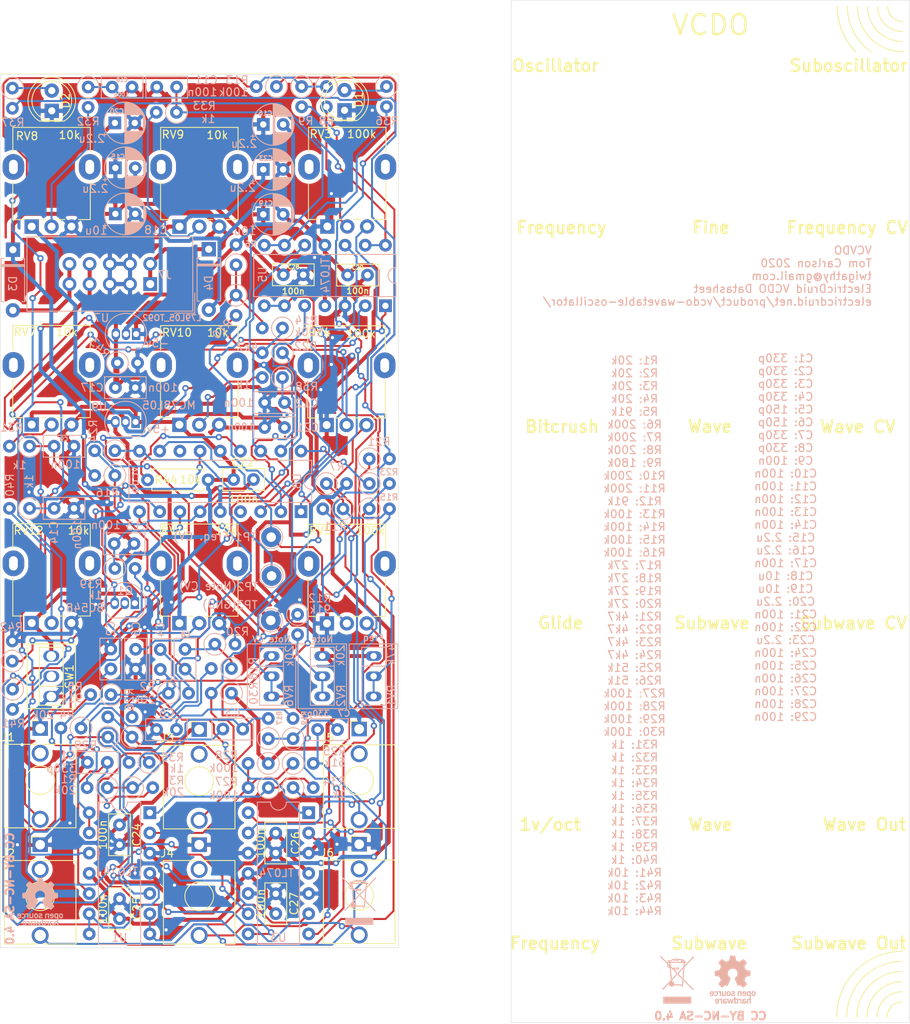
<source format=kicad_pcb>
(kicad_pcb (version 20171130) (host pcbnew "(5.1.4)-1")
  (layers (0 F.Cu signal hide) (31 B.Cu signal hide) (34 B.Paste user) (35 F.Paste user) (36 B.SilkS user) (37 F.SilkS user) (38 B.Mask user) (39 F.Mask user) (44 Edge.Cuts user))
  (net 0 "")
  (net 1 Earth)
  (net 2 "Net-(C1-Pad1)")
  (net 3 "Net-(C2-Pad1)")
  (net 4 "Net-(C3-Pad2)")
  (net 5 "Net-(C3-Pad1)")
  (net 6 "Net-(C4-Pad2)")
  (net 7 "Net-(C4-Pad1)")
  (net 8 "Net-(C5-Pad1)")
  (net 9 "Net-(C6-Pad1)")
  (net 10 "Net-(C7-Pad2)")
  (net 11 "Net-(C7-Pad1)")
  (net 12 "Net-(C8-Pad2)")
  (net 13 "Net-(C8-Pad1)")
  (net 14 CRUSH_CTRL)
  (net 15 FREQ_CTRL)
  (net 16 FINE_CTRL)
  (net 17 WAVE_CTRL)
  (net 18 SUB_SELECT_CTRL)
  (net 19 GLIDE_CTRL)
  (net 20 -12V)
  (net 21 +12V)
  (net 22 +5V)
  (net 23 "Net-(D1-Pad2)")
  (net 24 "Net-(D2-Pad2)")
  (net 25 "Net-(D3-Pad2)")
  (net 26 "Net-(D4-Pad1)")
  (net 27 "Net-(J1-PadT)")
  (net 28 "Net-(J2-PadT)")
  (net 29 "Net-(J3-PadT)")
  (net 30 "Net-(J4-PadT)")
  (net 31 "Net-(J5-PadT)")
  (net 32 "Net-(J6-PadT)")
  (net 33 GLIDE_TOGGLE)
  (net 34 "Net-(Q1-Pad2)")
  (net 35 OSC_OUT)
  (net 36 SUB_OUT)
  (net 37 "Net-(R5-Pad1)")
  (net 38 -5V)
  (net 39 "Net-(R10-Pad1)")
  (net 40 "Net-(R11-Pad1)")
  (net 41 "Net-(R8-Pad2)")
  (net 42 "Net-(R13-Pad2)")
  (net 43 "Net-(R9-Pad2)")
  (net 44 "Net-(R10-Pad2)")
  (net 45 "Net-(R11-Pad2)")
  (net 46 "Net-(R12-Pad2)")
  (net 47 "Net-(R12-Pad1)")
  (net 48 "Net-(R13-Pad1)")
  (net 49 "Net-(R14-Pad1)")
  (net 50 "Net-(R15-Pad1)")
  (net 51 "Net-(R16-Pad1)")
  (net 52 FREQ_CV)
  (net 53 WAVE_CV)
  (net 54 SUB_WAVE_CV)
  (net 55 NOTE_CV)
  (net 56 "Net-(R25-Pad1)")
  (net 57 "Net-(R26-Pad1)")
  (net 58 "Net-(R27-Pad1)")
  (net 59 "Net-(R29-Pad1)")
  (net 60 "Net-(R31-Pad2)")
  (net 61 "Net-(R32-Pad2)")
  (net 62 "Net-(R33-Pad2)")
  (net 63 "Net-(R36-Pad2)")
  (net 64 "Net-(R37-Pad2)")
  (net 65 "Net-(R38-Pad2)")
  (net 66 "Net-(R39-Pad2)")
  (net 67 "Net-(R40-Pad2)")
  (net 68 "Net-(R41-Pad2)")
  (net 69 "Net-(R44-Pad2)")
  (net 70 GNDD)
  (module Symbol:OSHW-Logo_5.7x6mm_SilkScreen (layer B.Cu) (at 89.916 146.431 180)
    (fp_text reference J27 hide)
    (fp_text value OSHW hide)
  )
  (module Symbol:WEEE-Logo_4.2x6mm_SilkScreen (layer B.Cu) (at 130.048 146.304 180)
    (fp_text reference J26 hide)
    (fp_text value WEEE hide)
  )
  (module Symbol:OSHW-Logo_5.7x6mm_SilkScreen (layer B.Cu) (at 177.038 156.21 180)
    (fp_text reference J27 hide)
    (fp_text value OSHW hide)
  )
  (module Symbol:WEEE-Logo_4.2x6mm_SilkScreen (layer B.Cu) (at 170.053 156.21 180)
    (fp_text reference J26 hide)
    (fp_text value WEEE hide)
  )
  (module MountingHole:MountingHole_3.2mm_M3 (layer F.Cu) (at 184.2008 158.4833)
    (fp_text reference REF** hide)
    (fp_text value MountingHole_3.2mm_M3)
    (pad "" np_thru_hole oval (at 0 0) (size 6.4 3.2) (drill oval 6.4 3.2) (layers *.Cu *.Mask))
  )
  (module MountingHole:MountingHole_3.2mm_M3 (layer F.Cu) (at 164.1348 158.4452)
    (fp_text reference REF** hide)
    (fp_text value MountingHole_3.2mm_M3)
    (pad "" np_thru_hole oval (at 0 0) (size 6.4 3.2) (drill oval 6.4 3.2) (layers *.Cu *.Mask))
  )
  (module MountingHole:MountingHole_3.2mm_M3 (layer F.Cu) (at 192.786 45.7835)
    (fp_text reference REF** hide)
    (fp_text value MountingHole_3.2mm_M3)
    (pad "" np_thru_hole circle (at 0 0) (size 5.1 5.1) (drill 5.1) (layers *.Cu *.Mask))
  )
  (module MountingHole:MountingHole_3.2mm_M3 (layer F.Cu) (at 155.6385 117.983)
    (fp_text reference REF** hide)
    (fp_text value MountingHole_3.2mm_M3)
    (pad "" np_thru_hole circle (at 0 0) (size 6.1 6.1) (drill 6.1) (layers *.Cu *.Mask))
  )
  (module MountingHole:MountingHole_3.2mm_M3 (layer F.Cu) (at 154.2415 145.7325)
    (fp_text reference REF** hide)
    (fp_text value MountingHole_3.2mm_M3)
    (pad "" np_thru_hole circle (at 0 0) (size 6.1 6.1) (drill 6.1) (layers *.Cu *.Mask))
  )
  (module MountingHole:MountingHole_3.2mm_M3 (layer F.Cu) (at 174.1805 145.796)
    (fp_text reference REF** hide)
    (fp_text value MountingHole_3.2mm_M3)
    (pad "" np_thru_hole circle (at 0 0) (size 6.1 6.1) (drill 6.1) (layers *.Cu *.Mask))
  )
  (module MountingHole:MountingHole_3.2mm_M3 (layer F.Cu) (at 194.3735 145.669)
    (fp_text reference REF** hide)
    (fp_text value MountingHole_3.2mm_M3)
    (pad "" np_thru_hole circle (at 0 0) (size 6.1 6.1) (drill 6.1) (layers *.Cu *.Mask))
  )
  (module MountingHole:MountingHole_3.2mm_M3 (layer F.Cu) (at 194.31 131.1275)
    (fp_text reference REF** hide)
    (fp_text value MountingHole_3.2mm_M3)
    (pad "" np_thru_hole circle (at 0 0) (size 6.1 6.1) (drill 6.1) (layers *.Cu *.Mask))
  )
  (module MountingHole:MountingHole_3.2mm_M3 (layer F.Cu) (at 174.1805 131.191)
    (fp_text reference REF** hide)
    (fp_text value MountingHole_3.2mm_M3)
    (pad "" np_thru_hole circle (at 0 0) (size 6.1 6.1) (drill 6.1) (layers *.Cu *.Mask))
  )
  (module MountingHole:MountingHole_3.2mm_M3 (layer F.Cu) (at 154.178 131.1275)
    (fp_text reference REF** hide)
    (fp_text value MountingHole_3.2mm_M3)
    (pad "" np_thru_hole circle (at 0 0) (size 6.1 6.1) (drill 6.1) (layers *.Cu *.Mask))
  )
  (module MountingHole:MountingHole_3.2mm_M3 (layer F.Cu) (at 192.7225 103.886)
    (fp_text reference REF** hide)
    (fp_text value MountingHole_3.2mm_M3)
    (pad "" np_thru_hole circle (at 0 0) (size 7.1 7.1) (drill 7.1) (layers *.Cu *.Mask))
  )
  (module MountingHole:MountingHole_3.2mm_M3 (layer F.Cu) (at 174.1805 103.886)
    (fp_text reference REF** hide)
    (fp_text value MountingHole_3.2mm_M3)
    (pad "" np_thru_hole circle (at 0 0) (size 7.1 7.1) (drill 7.1) (layers *.Cu *.Mask))
  )
  (module MountingHole:MountingHole_3.2mm_M3 (layer F.Cu) (at 155.575 103.8225)
    (fp_text reference REF** hide)
    (fp_text value MountingHole_3.2mm_M3)
    (pad "" np_thru_hole circle (at 0 0) (size 7.1 7.1) (drill 7.1) (layers *.Cu *.Mask))
  )
  (module MountingHole:MountingHole_3.2mm_M3 (layer F.Cu) (at 174.244 78.9305)
    (fp_text reference REF** hide)
    (fp_text value MountingHole_3.2mm_M3)
    (pad "" np_thru_hole circle (at 0 0) (size 7.1 7.1) (drill 7.1) (layers *.Cu *.Mask))
  )
  (module MountingHole:MountingHole_3.2mm_M3 (layer F.Cu) (at 155.6385 78.9305)
    (fp_text reference REF** hide)
    (fp_text value MountingHole_3.2mm_M3)
    (pad "" np_thru_hole circle (at 0 0) (size 7.1 7.1) (drill 7.1) (layers *.Cu *.Mask))
  )
  (module MountingHole:MountingHole_3.2mm_M3 (layer F.Cu) (at 192.786 78.994)
    (fp_text reference REF** hide)
    (fp_text value MountingHole_3.2mm_M3)
    (pad "" np_thru_hole circle (at 0 0) (size 7.1 7.1) (drill 7.1) (layers *.Cu *.Mask))
  )
  (module MountingHole:MountingHole_3.2mm_M3 (layer F.Cu) (at 192.8495 53.975)
    (fp_text reference REF** hide)
    (fp_text value MountingHole_3.2mm_M3)
    (pad "" np_thru_hole circle (at 0 0) (size 7.1 7.1) (drill 7.1) (layers *.Cu *.Mask))
  )
  (module MountingHole:MountingHole_3.2mm_M3 (layer F.Cu) (at 174.1805 53.975)
    (fp_text reference REF** hide)
    (fp_text value MountingHole_3.2mm_M3)
    (pad "" np_thru_hole circle (at 0 0) (size 7.1 7.1) (drill 7.1) (layers *.Cu *.Mask))
  )
  (module MountingHole:MountingHole_3.2mm_M3 (layer F.Cu) (at 155.6385 54.0385)
    (fp_text reference REF** hide)
    (fp_text value MountingHole_3.2mm_M3)
    (pad "" np_thru_hole circle (at 0 0) (size 7.1 7.1) (drill 7.1) (layers *.Cu *.Mask))
  )
  (module MountingHole:MountingHole_3.2mm_M3 (layer F.Cu) (at 155.575 45.847)
    (fp_text reference REF** hide)
    (fp_text value MountingHole_3.2mm_M3)
    (pad "" np_thru_hole circle (at 0 0) (size 5.1 5.1) (drill 5.1) (layers *.Cu *.Mask))
  )
  (module MountingHole:MountingHole_3.2mm_M3 (layer F.Cu) (at 164.1475 36.1315)
    (fp_text reference REF** hide)
    (fp_text value MountingHole_3.2mm_M3)
    (pad "" np_thru_hole oval (at 0 0) (size 6.4 3.2) (drill oval 6.4 3.2) (layers *.Cu *.Mask))
  )
  (module MountingHole:MountingHole_3.2mm_M3 (layer F.Cu) (at 184.2135 36.1569)
    (fp_text reference REF** hide)
    (fp_text value MountingHole_3.2mm_M3)
    (pad "" np_thru_hole oval (at 0 0) (size 6.4 3.2) (drill oval 6.4 3.2) (layers *.Cu *.Mask))
  )
  (module Resistor_THT:R_Axial_DIN0207_L6.3mm_D2.5mm_P7.62mm_Horizontal (layer F.Cu) (at 111.04626 93.38564 180)
    (fp_text reference R44 (at 5.25526 -0.02286) (layer F.SilkS))
    (fp_text value 10k (at 2.20726 0.04064) (layer F.SilkS))
    (pad 2 thru_hole oval (at 7.62 0 180) (size 1.6 1.6) (drill 0.8) (layers *.Cu *.Mask) (net 69 "Net-(R44-Pad2)"))
    (pad 1 thru_hole circle (at 0 0 180) (size 1.6 1.6) (drill 0.8) (layers *.Cu *.Mask) (net 22 +5V))
  )
  (module Potentiometer_THT:Potentiometer_Alpha_RD901F-40-00D_Single_Vertical (layer F.Cu) (at 125.9586 86.487 90)
    (fp_text reference RV4 (at 11.6205 -0.8636) (layer F.SilkS))
    (fp_text value 100k (at 11.4935 4.3434) (layer F.SilkS))
    (pad "" thru_hole oval (at 7.5 -2.3 180) (size 2.72 3.24) (drill oval 1.1 1.8) (layers *.Cu *.Mask))
    (pad "" thru_hole oval (at 7.5 7.3 180) (size 2.72 3.24) (drill oval 1.1 1.8) (layers *.Cu *.Mask))
    (pad 3 thru_hole circle (at 0 5 180) (size 1.8 1.8) (drill 1) (layers *.Cu *.Mask) (net 29 "Net-(J3-PadT)"))
    (pad 2 thru_hole circle (at 0 2.5 180) (size 1.8 1.8) (drill 1) (layers *.Cu *.Mask) (net 44 "Net-(R10-Pad2)"))
    (pad 1 thru_hole rect (at 0 0 180) (size 1.8 1.8) (drill 1) (layers *.Cu *.Mask) (net 1 Earth))
  )
  (module Resistor_THT:R_Axial_DIN0207_L6.3mm_D2.5mm_P2.54mm_Vertical (layer B.Cu) (at 99.6315 78.6765)
    (fp_text reference R43 (at -2.2225 -1.905 135) (layer B.SilkS) (effects (justify mirror)))
    (fp_text value 10k)
    (pad 2 thru_hole oval (at 2.54 0) (size 1.6 1.6) (drill 0.8) (layers *.Cu *.Mask) (net 1 Earth))
    (pad 1 thru_hole circle (at 0 0) (size 1.6 1.6) (drill 0.8) (layers *.Cu *.Mask) (net 38 -5V))
  )
  (module Resistor_THT:R_Axial_DIN0207_L6.3mm_D2.5mm_P2.54mm_Vertical (layer B.Cu) (at 86.4108 116.1796 90)
    (fp_text reference R42 (at 4.2926 -0.1143) (layer B.SilkS) (effects (justify mirror)))
    (fp_text value 10k)
    (pad 2 thru_hole oval (at 2.54 0 90) (size 1.6 1.6) (drill 0.8) (layers *.Cu *.Mask) (net 1 Earth))
    (pad 1 thru_hole circle (at 0 0 90) (size 1.6 1.6) (drill 0.8) (layers *.Cu *.Mask) (net 33 GLIDE_TOGGLE))
  )
  (module Resistor_THT:R_Axial_DIN0207_L6.3mm_D2.5mm_P2.54mm_Vertical (layer B.Cu) (at 86.44128 119.70004 270)
    (fp_text reference R41 (at 4.31546 -0.10922) (layer B.SilkS) (effects (justify mirror)))
    (fp_text value 10k)
    (pad 2 thru_hole oval (at 2.54 0 270) (size 1.6 1.6) (drill 0.8) (layers *.Cu *.Mask) (net 68 "Net-(R41-Pad2)"))
    (pad 1 thru_hole circle (at 0 0 270) (size 1.6 1.6) (drill 0.8) (layers *.Cu *.Mask) (net 34 "Net-(Q1-Pad2)"))
  )
  (module Resistor_THT:R_Axial_DIN0207_L6.3mm_D2.5mm_P2.54mm_Vertical (layer B.Cu) (at 88.5825 96.9645 180)
    (fp_text reference R40 (at 2.4765 2.921 90) (layer B.SilkS) (effects (justify mirror)))
    (fp_text value 1k (at 0.0635 3.3655 90) (layer B.SilkS) (effects (justify mirror)))
    (pad 2 thru_hole oval (at 2.54 0 180) (size 1.6 1.6) (drill 0.8) (layers *.Cu *.Mask) (net 67 "Net-(R40-Pad2)"))
    (pad 1 thru_hole circle (at 0 0 180) (size 1.6 1.6) (drill 0.8) (layers *.Cu *.Mask) (net 19 GLIDE_CTRL))
  )
  (module Resistor_THT:R_Axial_DIN0207_L6.3mm_D2.5mm_P2.54mm_Vertical (layer B.Cu) (at 99.314 104.521)
    (fp_text reference R39 (at -2.9845 1.9685) (layer B.SilkS) (effects (justify mirror)))
    (fp_text value 1k (at -2.4765 3.3655) (layer B.SilkS) (effects (justify mirror)))
    (pad 2 thru_hole oval (at 2.54 0) (size 1.6 1.6) (drill 0.8) (layers *.Cu *.Mask) (net 66 "Net-(R39-Pad2)"))
    (pad 1 thru_hole circle (at 0 0) (size 1.6 1.6) (drill 0.8) (layers *.Cu *.Mask) (net 18 SUB_SELECT_CTRL))
  )
  (module Resistor_THT:R_Axial_DIN0207_L6.3mm_D2.5mm_P2.54mm_Vertical (layer B.Cu) (at 120.396 80.518 180)
    (fp_text reference R38 (at -3.048 -1.143) (layer B.SilkS) (effects (justify mirror)))
    (fp_text value 1k (at 4.8895 -0.9525) (layer B.SilkS) (effects (justify mirror)))
    (pad 2 thru_hole oval (at 2.54 0 180) (size 1.6 1.6) (drill 0.8) (layers *.Cu *.Mask) (net 65 "Net-(R38-Pad2)"))
    (pad 1 thru_hole circle (at 0 0 180) (size 1.6 1.6) (drill 0.8) (layers *.Cu *.Mask) (net 17 WAVE_CTRL))
  )
  (module Resistor_THT:R_Axial_DIN0207_L6.3mm_D2.5mm_P2.54mm_Vertical (layer B.Cu) (at 86.4235 44.1325 270)
    (fp_text reference R37 (at 4.318 -0.0635) (layer B.SilkS) (effects (justify mirror)))
    (fp_text value 1k)
    (pad 2 thru_hole oval (at 2.54 0 270) (size 1.6 1.6) (drill 0.8) (layers *.Cu *.Mask) (net 64 "Net-(R37-Pad2)"))
    (pad 1 thru_hole circle (at 0 0 270) (size 1.6 1.6) (drill 0.8) (layers *.Cu *.Mask) (net 24 "Net-(D2-Pad2)"))
  )
  (module Resistor_THT:R_Axial_DIN0207_L6.3mm_D2.5mm_P2.54mm_Vertical (layer B.Cu) (at 133.477 43.942 270)
    (fp_text reference R36 (at 4.318 -0.0635) (layer B.SilkS) (effects (justify mirror)))
    (fp_text value 1k)
    (pad 2 thru_hole oval (at 2.54 0 270) (size 1.6 1.6) (drill 0.8) (layers *.Cu *.Mask) (net 63 "Net-(R36-Pad2)"))
    (pad 1 thru_hole circle (at 0 0 270) (size 1.6 1.6) (drill 0.8) (layers *.Cu *.Mask) (net 23 "Net-(D1-Pad2)"))
  )
  (module Resistor_THT:R_Axial_DIN0207_L6.3mm_D2.5mm_P2.54mm_Vertical (layer B.Cu) (at 103.632 128.905 180)
    (fp_text reference R35 (at -2.921 0.635) (layer B.SilkS) (effects (justify mirror)))
    (fp_text value 1k (at -3.4925 -0.762) (layer B.SilkS) (effects (justify mirror)))
    (pad 2 thru_hole oval (at 2.54 0 180) (size 1.6 1.6) (drill 0.8) (layers *.Cu *.Mask) (net 59 "Net-(R29-Pad1)"))
    (pad 1 thru_hole circle (at 0 0 180) (size 1.6 1.6) (drill 0.8) (layers *.Cu *.Mask) (net 32 "Net-(J6-PadT)"))
  )
  (module Resistor_THT:R_Axial_DIN0207_L6.3mm_D2.5mm_P2.54mm_Vertical (layer B.Cu) (at 121.7295 132.08)
    (fp_text reference R34 (at 5.207 -0.762) (layer B.SilkS) (effects (justify mirror)))
    (fp_text value 1k (at 5.7785 0.762) (layer B.SilkS) (effects (justify mirror)))
    (pad 2 thru_hole oval (at 2.54 0) (size 1.6 1.6) (drill 0.8) (layers *.Cu *.Mask) (net 58 "Net-(R27-Pad1)"))
    (pad 1 thru_hole circle (at 0 0) (size 1.6 1.6) (drill 0.8) (layers *.Cu *.Mask) (net 31 "Net-(J5-PadT)"))
  )
  (module Resistor_THT:R_Axial_DIN0207_L6.3mm_D2.5mm_P2.54mm_Vertical (layer B.Cu) (at 107.061 47.1805 180)
    (fp_text reference R33 (at -3.4925 0.8255 180) (layer B.SilkS) (effects (justify mirror)))
    (fp_text value 1k (at -4.0005 -0.8255 180) (layer B.SilkS) (effects (justify mirror)))
    (pad 2 thru_hole oval (at 2.54 0 180) (size 1.6 1.6) (drill 0.8) (layers *.Cu *.Mask) (net 62 "Net-(R33-Pad2)"))
    (pad 1 thru_hole circle (at 0 0 180) (size 1.6 1.6) (drill 0.8) (layers *.Cu *.Mask) (net 16 FINE_CTRL))
  )
  (module Resistor_THT:R_Axial_DIN0207_L6.3mm_D2.5mm_P2.54mm_Vertical (layer B.Cu) (at 95.9485 44.0055 270)
    (fp_text reference R32 (at 4.318 0 180) (layer B.SilkS) (effects (justify mirror)))
    (fp_text value 1k)
    (pad 2 thru_hole oval (at 2.54 0 270) (size 1.6 1.6) (drill 0.8) (layers *.Cu *.Mask) (net 61 "Net-(R32-Pad2)"))
    (pad 1 thru_hole circle (at 0 0 270) (size 1.6 1.6) (drill 0.8) (layers *.Cu *.Mask) (net 15 FREQ_CTRL))
  )
  (module Resistor_THT:R_Axial_DIN0207_L6.3mm_D2.5mm_P2.54mm_Vertical (layer B.Cu) (at 88.5825 89.154 180)
    (fp_text reference R31 (at 2.286 2.3495) (layer B.SilkS) (effects (justify mirror)))
    (fp_text value 1k (at 1.27 -2.37) (layer B.SilkS) (effects (justify mirror)))
    (pad 2 thru_hole oval (at 2.54 0 180) (size 1.6 1.6) (drill 0.8) (layers *.Cu *.Mask) (net 60 "Net-(R31-Pad2)"))
    (pad 1 thru_hole circle (at 0 0 180) (size 1.6 1.6) (drill 0.8) (layers *.Cu *.Mask) (net 14 CRUSH_CTRL))
  )
  (module Resistor_THT:R_Axial_DIN0207_L6.3mm_D2.5mm_P2.54mm_Vertical (layer B.Cu) (at 113.9825 120.2055 180)
    (fp_text reference R30 (at -2.794 0 270) (layer B.SilkS) (effects (justify mirror)))
    (fp_text value 100k)
    (pad 2 thru_hole oval (at 2.54 0 180) (size 1.6 1.6) (drill 0.8) (layers *.Cu *.Mask) (net 57 "Net-(R26-Pad1)"))
    (pad 1 thru_hole circle (at 0 0 180) (size 1.6 1.6) (drill 0.8) (layers *.Cu *.Mask) (net 38 -5V))
  )
  (module Resistor_THT:R_Axial_DIN0207_L6.3mm_D2.5mm_P2.54mm_Vertical (layer B.Cu) (at 98.425 125.73 90)
    (fp_text reference R29 (at -1.016 -2.794) (layer B.SilkS) (effects (justify mirror)))
    (fp_text value 100k)
    (pad 2 thru_hole oval (at 2.54 0 90) (size 1.6 1.6) (drill 0.8) (layers *.Cu *.Mask) (net 57 "Net-(R26-Pad1)"))
    (pad 1 thru_hole circle (at 0 0 90) (size 1.6 1.6) (drill 0.8) (layers *.Cu *.Mask) (net 59 "Net-(R29-Pad1)"))
  )
  (module Resistor_THT:R_Axial_DIN0207_L6.3mm_D2.5mm_P2.54mm_Vertical (layer B.Cu) (at 118.618 129.032 180)
    (fp_text reference R28 (at 5.2705 1.016 180) (layer B.SilkS) (effects (justify mirror)))
    (fp_text value 100k (at 5.588 -0.5715 180) (layer B.SilkS) (effects (justify mirror)))
    (pad 2 thru_hole oval (at 2.54 0 180) (size 1.6 1.6) (drill 0.8) (layers *.Cu *.Mask) (net 56 "Net-(R25-Pad1)"))
    (pad 1 thru_hole circle (at 0 0 180) (size 1.6 1.6) (drill 0.8) (layers *.Cu *.Mask) (net 38 -5V))
  )
  (module Resistor_THT:R_Axial_DIN0207_L6.3mm_D2.5mm_P2.54mm_Vertical (layer B.Cu) (at 118.618 132.08 180)
    (fp_text reference R27 (at 5.2705 0.762 180) (layer B.SilkS) (effects (justify mirror)))
    (fp_text value 100k (at 5.588 -0.9525 180) (layer B.SilkS) (effects (justify mirror)))
    (pad 2 thru_hole oval (at 2.54 0 180) (size 1.6 1.6) (drill 0.8) (layers *.Cu *.Mask) (net 56 "Net-(R25-Pad1)"))
    (pad 1 thru_hole circle (at 0 0 180) (size 1.6 1.6) (drill 0.8) (layers *.Cu *.Mask) (net 58 "Net-(R27-Pad1)"))
  )
  (module Resistor_THT:R_Axial_DIN0207_L6.3mm_D2.5mm_P2.54mm_Vertical (layer B.Cu) (at 101.473 125.73 90)
    (fp_text reference R26 (at 4.7625 -0.3175 270) (layer B.SilkS) (effects (justify mirror)))
    (fp_text value 51k)
    (pad 2 thru_hole oval (at 2.54 0 90) (size 1.6 1.6) (drill 0.8) (layers *.Cu *.Mask) (net 12 "Net-(C8-Pad2)"))
    (pad 1 thru_hole circle (at 0 0 90) (size 1.6 1.6) (drill 0.8) (layers *.Cu *.Mask) (net 57 "Net-(R26-Pad1)"))
  )
  (module Resistor_THT:R_Axial_DIN0207_L6.3mm_D2.5mm_P2.54mm_Vertical (layer B.Cu) (at 121.7295 129.032)
    (fp_text reference R25 (at 5.207 -1.524 180) (layer B.SilkS) (effects (justify mirror)))
    (fp_text value 51k (at 5.2705 -0.127 180) (layer B.SilkS) (effects (justify mirror)))
    (pad 2 thru_hole oval (at 2.54 0) (size 1.6 1.6) (drill 0.8) (layers *.Cu *.Mask) (net 10 "Net-(C7-Pad2)"))
    (pad 1 thru_hole circle (at 0 0) (size 1.6 1.6) (drill 0.8) (layers *.Cu *.Mask) (net 56 "Net-(R25-Pad1)"))
  )
  (module Resistor_THT:R_Axial_DIN0207_L6.3mm_D2.5mm_P2.54mm_Vertical (layer B.Cu) (at 99.314 89.7255 180)
    (fp_text reference R24 (at 2.7305 2.4765 90) (layer B.SilkS) (effects (justify mirror)))
    (fp_text value 4k7)
    (pad 2 thru_hole oval (at 2.54 0 180) (size 1.6 1.6) (drill 0.8) (layers *.Cu *.Mask) (net 51 "Net-(R16-Pad1)"))
    (pad 1 thru_hole circle (at 0 0 180) (size 1.6 1.6) (drill 0.8) (layers *.Cu *.Mask) (net 55 NOTE_CV))
  )
  (module Resistor_THT:R_Axial_DIN0207_L6.3mm_D2.5mm_P2.54mm_Vertical (layer B.Cu) (at 131.318 93.853)
    (fp_text reference R23 (at 2.4765 -1.4605 180) (layer B.SilkS) (effects (font (size 0.8 0.8)) (justify mirror)))
    (fp_text value 4k7)
    (pad 2 thru_hole oval (at 2.54 0) (size 1.6 1.6) (drill 0.8) (layers *.Cu *.Mask) (net 50 "Net-(R15-Pad1)"))
    (pad 1 thru_hole circle (at 0 0) (size 1.6 1.6) (drill 0.8) (layers *.Cu *.Mask) (net 54 SUB_WAVE_CV))
  )
  (module Resistor_THT:R_Axial_DIN0207_L6.3mm_D2.5mm_P2.54mm_Vertical (layer B.Cu) (at 120.396 77.4065 180)
    (fp_text reference R22 (at -2.921 0.8255) (layer B.SilkS) (effects (justify mirror)))
    (fp_text value 4k7 (at 4.3815 0.762) (layer B.SilkS) (effects (justify mirror)))
    (pad 2 thru_hole oval (at 2.54 0 180) (size 1.6 1.6) (drill 0.8) (layers *.Cu *.Mask) (net 49 "Net-(R14-Pad1)"))
    (pad 1 thru_hole circle (at 0 0 180) (size 1.6 1.6) (drill 0.8) (layers *.Cu *.Mask) (net 53 WAVE_CV))
  )
  (module Resistor_THT:R_Axial_DIN0207_L6.3mm_D2.5mm_P2.54mm_Vertical (layer B.Cu) (at 131.318 90.7415)
    (fp_text reference R21 (at 1.2065 -2.159) (layer B.SilkS) (effects (justify mirror)))
    (fp_text value 4k7)
    (pad 2 thru_hole oval (at 2.54 0) (size 1.6 1.6) (drill 0.8) (layers *.Cu *.Mask) (net 48 "Net-(R13-Pad1)"))
    (pad 1 thru_hole circle (at 0 0) (size 1.6 1.6) (drill 0.8) (layers *.Cu *.Mask) (net 52 FREQ_CV))
  )
  (module Resistor_THT:R_Axial_DIN0207_L6.3mm_D2.5mm_P2.54mm_Vertical (layer B.Cu) (at 111.887 114.046)
    (fp_text reference R20 (at 2.8575 -1.5875 180) (layer B.SilkS) (effects (justify mirror)))
    (fp_text value 27k)
    (pad 2 thru_hole oval (at 2.54 0) (size 1.6 1.6) (drill 0.8) (layers *.Cu *.Mask) (net 9 "Net-(C6-Pad1)"))
    (pad 1 thru_hole circle (at 0 0) (size 1.6 1.6) (drill 0.8) (layers *.Cu *.Mask) (net 13 "Net-(C8-Pad1)"))
  )
  (module Resistor_THT:R_Axial_DIN0207_L6.3mm_D2.5mm_P2.54mm_Vertical (layer B.Cu) (at 121.7295 125.9205 90)
    (fp_text reference R19 (at 2.6035 1.397 270) (layer B.SilkS) (effects (font (size 0.6 0.6)) (justify mirror)))
    (fp_text value 27k)
    (pad 2 thru_hole oval (at 2.54 0 90) (size 1.6 1.6) (drill 0.8) (layers *.Cu *.Mask) (net 8 "Net-(C5-Pad1)"))
    (pad 1 thru_hole circle (at 0 0 90) (size 1.6 1.6) (drill 0.8) (layers *.Cu *.Mask) (net 11 "Net-(C7-Pad1)"))
  )
  (module Resistor_THT:R_Axial_DIN0207_L6.3mm_D2.5mm_P2.54mm_Vertical (layer B.Cu) (at 113.9825 117.094 180)
    (fp_text reference R18 (at -2.7305 0 90) (layer B.SilkS) (effects (justify mirror)))
    (fp_text value 27k)
    (pad 2 thru_hole oval (at 2.54 0 180) (size 1.6 1.6) (drill 0.8) (layers *.Cu *.Mask) (net 6 "Net-(C4-Pad2)"))
    (pad 1 thru_hole circle (at 0 0 180) (size 1.6 1.6) (drill 0.8) (layers *.Cu *.Mask) (net 13 "Net-(C8-Pad1)"))
  )
  (module Resistor_THT:R_Axial_DIN0207_L6.3mm_D2.5mm_P2.54mm_Vertical (layer B.Cu) (at 118.618 125.9205 90)
    (fp_text reference R17 (at 2.6035 1.397 270) (layer B.SilkS) (effects (font (size 0.6 0.6)) (justify mirror)))
    (fp_text value 27k)
    (pad 2 thru_hole oval (at 2.54 0 90) (size 1.6 1.6) (drill 0.8) (layers *.Cu *.Mask) (net 4 "Net-(C3-Pad2)"))
    (pad 1 thru_hole circle (at 0 0 90) (size 1.6 1.6) (drill 0.8) (layers *.Cu *.Mask) (net 11 "Net-(C7-Pad1)"))
  )
  (module Resistor_THT:R_Axial_DIN0207_L6.3mm_D2.5mm_P2.54mm_Vertical (layer B.Cu) (at 99.314 92.837 180)
    (fp_text reference R16 (at 0.9525 -2.159) (layer B.SilkS) (effects (justify mirror)))
    (fp_text value 100k)
    (pad 2 thru_hole oval (at 2.54 0 180) (size 1.6 1.6) (drill 0.8) (layers *.Cu *.Mask) (net 47 "Net-(R12-Pad1)"))
    (pad 1 thru_hole circle (at 0 0 180) (size 1.6 1.6) (drill 0.8) (layers *.Cu *.Mask) (net 51 "Net-(R16-Pad1)"))
  )
  (module Resistor_THT:R_Axial_DIN0207_L6.3mm_D2.5mm_P2.54mm_Vertical (layer B.Cu) (at 131.318 97.028)
    (fp_text reference R15 (at 2.4765 -1.4605 180) (layer B.SilkS) (effects (font (size 0.8 0.8)) (justify mirror)))
    (fp_text value 100k)
    (pad 2 thru_hole oval (at 2.54 0) (size 1.6 1.6) (drill 0.8) (layers *.Cu *.Mask) (net 40 "Net-(R11-Pad1)"))
    (pad 1 thru_hole circle (at 0 0) (size 1.6 1.6) (drill 0.8) (layers *.Cu *.Mask) (net 50 "Net-(R15-Pad1)"))
  )
  (module Resistor_THT:R_Axial_DIN0207_L6.3mm_D2.5mm_P2.54mm_Vertical (layer B.Cu) (at 120.396 74.295 180)
    (fp_text reference R14 (at -2.9845 0.9525) (layer B.SilkS) (effects (justify mirror)))
    (fp_text value 100k (at -3.3655 -0.508) (layer B.SilkS) (effects (justify mirror)))
    (pad 2 thru_hole oval (at 2.54 0 180) (size 1.6 1.6) (drill 0.8) (layers *.Cu *.Mask) (net 39 "Net-(R10-Pad1)"))
    (pad 1 thru_hole circle (at 0 0 180) (size 1.6 1.6) (drill 0.8) (layers *.Cu *.Mask) (net 49 "Net-(R14-Pad1)"))
  )
  (module Resistor_THT:R_Axial_DIN0207_L6.3mm_D2.5mm_P2.54mm_Vertical (layer B.Cu) (at 119.634 43.942 180)
    (fp_text reference R13 (at 4.953 0.8255) (layer B.SilkS) (effects (justify mirror)))
    (fp_text value 100k (at 5.3975 -0.6985) (layer B.SilkS) (effects (justify mirror)))
    (pad 2 thru_hole oval (at 2.54 0 180) (size 1.6 1.6) (drill 0.8) (layers *.Cu *.Mask) (net 42 "Net-(R13-Pad2)"))
    (pad 1 thru_hole circle (at 0 0 180) (size 1.6 1.6) (drill 0.8) (layers *.Cu *.Mask) (net 48 "Net-(R13-Pad1)"))
  )
  (module Resistor_THT:R_Axial_DIN0207_L6.3mm_D2.5mm_P2.54mm_Vertical (layer B.Cu) (at 122.301 110.2995 270)
    (fp_text reference R12 (at -2.032 -2.794 180) (layer B.SilkS) (effects (justify mirror)))
    (fp_text value 91k (at -0.635 -2.8575 180) (layer B.SilkS) (effects (justify mirror)))
    (pad 2 thru_hole oval (at 2.54 0 270) (size 1.6 1.6) (drill 0.8) (layers *.Cu *.Mask) (net 46 "Net-(R12-Pad2)"))
    (pad 1 thru_hole circle (at 0 0 270) (size 1.6 1.6) (drill 0.8) (layers *.Cu *.Mask) (net 47 "Net-(R12-Pad1)"))
  )
  (module Resistor_THT:R_Axial_DIN0207_L6.3mm_D2.5mm_P2.54mm_Vertical (layer B.Cu) (at 128.016 97.028 180)
    (fp_text reference R11 (at 1.016 -2.2225 180) (layer B.SilkS) (effects (justify mirror)))
    (fp_text value 200k)
    (pad 2 thru_hole oval (at 2.54 0 180) (size 1.6 1.6) (drill 0.8) (layers *.Cu *.Mask) (net 45 "Net-(R11-Pad2)"))
    (pad 1 thru_hole circle (at 0 0 180) (size 1.6 1.6) (drill 0.8) (layers *.Cu *.Mask) (net 40 "Net-(R11-Pad1)"))
  )
  (module Resistor_THT:R_Axial_DIN0207_L6.3mm_D2.5mm_P2.54mm_Vertical (layer B.Cu) (at 114.554 70.1675 270)
    (fp_text reference R10 (at 4.2545 1.7145 225) (layer B.SilkS) (effects (justify mirror)))
    (fp_text value 200k)
    (pad 2 thru_hole oval (at 2.54 0 270) (size 1.6 1.6) (drill 0.8) (layers *.Cu *.Mask) (net 44 "Net-(R10-Pad2)"))
    (pad 1 thru_hole circle (at 0 0 270) (size 1.6 1.6) (drill 0.8) (layers *.Cu *.Mask) (net 39 "Net-(R10-Pad1)"))
  )
  (module Resistor_THT:R_Axial_DIN0207_L6.3mm_D2.5mm_P2.54mm_Vertical (layer B.Cu) (at 122.809 43.942 270)
    (fp_text reference R9 (at 4.318 -0.508) (layer B.SilkS) (effects (justify mirror)))
    (fp_text value 180k)
    (pad 2 thru_hole oval (at 2.54 0 270) (size 1.6 1.6) (drill 0.8) (layers *.Cu *.Mask) (net 43 "Net-(R9-Pad2)"))
    (pad 1 thru_hole circle (at 0 0 270) (size 1.6 1.6) (drill 0.8) (layers *.Cu *.Mask) (net 42 "Net-(R13-Pad2)"))
  )
  (module Resistor_THT:R_Axial_DIN0207_L6.3mm_D2.5mm_P2.54mm_Vertical (layer B.Cu) (at 125.9205 43.942 270)
    (fp_text reference R8 (at 4.318 0 180) (layer B.SilkS) (effects (justify mirror)))
    (fp_text value 200k)
    (pad 2 thru_hole oval (at 2.54 0 270) (size 1.6 1.6) (drill 0.8) (layers *.Cu *.Mask) (net 41 "Net-(R8-Pad2)"))
    (pad 1 thru_hole circle (at 0 0 270) (size 1.6 1.6) (drill 0.8) (layers *.Cu *.Mask) (net 42 "Net-(R13-Pad2)"))
  )
  (module Resistor_THT:R_Axial_DIN0207_L6.3mm_D2.5mm_P2.54mm_Vertical (layer B.Cu) (at 125.9205 93.853)
    (fp_text reference R7 (at 1.3335 -2.159) (layer B.SilkS) (effects (justify mirror)))
    (fp_text value 200k)
    (pad 2 thru_hole oval (at 2.54 0) (size 1.6 1.6) (drill 0.8) (layers *.Cu *.Mask) (net 38 -5V))
    (pad 1 thru_hole circle (at 0 0) (size 1.6 1.6) (drill 0.8) (layers *.Cu *.Mask) (net 40 "Net-(R11-Pad1)"))
  )
  (module Resistor_THT:R_Axial_DIN0207_L6.3mm_D2.5mm_P2.54mm_Vertical (layer B.Cu) (at 114.554 66.3575 90)
    (fp_text reference R6 (at 2.6035 1.8415) (layer B.SilkS) (effects (font (size 0.75 0.75)) (justify mirror)))
    (fp_text value 200k)
    (pad 2 thru_hole oval (at 2.54 0 90) (size 1.6 1.6) (drill 0.8) (layers *.Cu *.Mask) (net 38 -5V))
    (pad 1 thru_hole circle (at 0 0 90) (size 1.6 1.6) (drill 0.8) (layers *.Cu *.Mask) (net 39 "Net-(R10-Pad1)"))
  )
  (module Resistor_THT:R_Axial_DIN0207_L6.3mm_D2.5mm_P2.54mm_Vertical (layer B.Cu) (at 98.806 120.396 180)
    (fp_text reference R5 (at 4.5085 1.016) (layer B.SilkS) (effects (justify mirror)))
    (fp_text value 91k (at 4.8895 -0.4445) (layer B.SilkS) (effects (justify mirror)))
    (pad 2 thru_hole oval (at 2.54 0 180) (size 1.6 1.6) (drill 0.8) (layers *.Cu *.Mask) (net 27 "Net-(J1-PadT)"))
    (pad 1 thru_hole circle (at 0 0 180) (size 1.6 1.6) (drill 0.8) (layers *.Cu *.Mask) (net 37 "Net-(R5-Pad1)"))
  )
  (module Resistor_THT:R_Axial_DIN0207_L6.3mm_D2.5mm_P2.54mm_Vertical (layer B.Cu) (at 95.0595 124.587 180)
    (fp_text reference R4 (at 1.778 1.651 180) (layer B.SilkS) (effects (justify mirror)))
    (fp_text value 20k (at 4.7625 1.651 180) (layer B.SilkS) (effects (justify mirror)))
    (pad 2 thru_hole oval (at 2.54 0 180) (size 1.6 1.6) (drill 0.8) (layers *.Cu *.Mask) (net 3 "Net-(C2-Pad1)"))
    (pad 1 thru_hole circle (at 0 0 180) (size 1.6 1.6) (drill 0.8) (layers *.Cu *.Mask) (net 7 "Net-(C4-Pad1)"))
  )
  (module Resistor_THT:R_Axial_DIN0207_L6.3mm_D2.5mm_P2.54mm_Vertical (layer B.Cu) (at 101.5365 132.08)
    (fp_text reference R3 (at 5.5245 -0.889) (layer B.SilkS) (effects (justify mirror)))
    (fp_text value 20k (at 5.1435 0.5715) (layer B.SilkS) (effects (justify mirror)))
    (pad 2 thru_hole oval (at 2.54 0) (size 1.6 1.6) (drill 0.8) (layers *.Cu *.Mask) (net 2 "Net-(C1-Pad1)"))
    (pad 1 thru_hole circle (at 0 0) (size 1.6 1.6) (drill 0.8) (layers *.Cu *.Mask) (net 5 "Net-(C3-Pad1)"))
  )
  (module Resistor_THT:R_Axial_DIN0207_L6.3mm_D2.5mm_P2.54mm_Vertical (layer B.Cu) (at 106.045 120.2055)
    (fp_text reference R2 (at -2.667 -0.8255) (layer B.SilkS) (effects (justify mirror)))
    (fp_text value 20k (at -2.9845 0.8255) (layer B.SilkS) (effects (justify mirror)))
    (pad 2 thru_hole oval (at 2.54 0) (size 1.6 1.6) (drill 0.8) (layers *.Cu *.Mask) (net 36 SUB_OUT))
    (pad 1 thru_hole circle (at 0 0) (size 1.6 1.6) (drill 0.8) (layers *.Cu *.Mask) (net 7 "Net-(C4-Pad1)"))
  )
  (module Resistor_THT:R_Axial_DIN0207_L6.3mm_D2.5mm_P2.54mm_Vertical (layer B.Cu) (at 98.3615 132.08 180)
    (fp_text reference R1 (at 4.8895 1.0795) (layer B.SilkS) (effects (justify mirror)))
    (fp_text value 20k (at 5.2705 -0.3175) (layer B.SilkS) (effects (justify mirror)))
    (pad 2 thru_hole oval (at 2.54 0 180) (size 1.6 1.6) (drill 0.8) (layers *.Cu *.Mask) (net 35 OSC_OUT))
    (pad 1 thru_hole circle (at 0 0 180) (size 1.6 1.6) (drill 0.8) (layers *.Cu *.Mask) (net 5 "Net-(C3-Pad1)"))
  )
  (module Capacitor_THT:C_Disc_D5.0mm_W2.5mm_P2.50mm (layer F.Cu) (at 131.09194 67.64274 180)
    (fp_text reference C29 (at 1.23444 0.93726) (layer F.SilkS) (effects (font (size 0.5 0.5) (thickness 0.125))))
    (fp_text value 100n (at 1.23444 -1.98374) (layer F.SilkS) (effects (font (size 0.75 0.75))))
    (pad 2 thru_hole circle (at 2.5 0 180) (size 1.6 1.6) (drill 0.8) (layers *.Cu *.Mask) (net 20 -12V))
    (pad 1 thru_hole circle (at 0 0 180) (size 1.6 1.6) (drill 0.8) (layers *.Cu *.Mask) (net 1 Earth))
  )
  (module Capacitor_THT:C_Disc_D5.0mm_W2.5mm_P2.50mm (layer F.Cu) (at 120.5103 67.59956)
    (fp_text reference C28 (at 1.2827 -0.98044) (layer F.SilkS) (effects (font (size 0.5 0.5) (thickness 0.125))))
    (fp_text value 100n (at 1.25 2.06756) (layer F.SilkS) (effects (font (size 0.75 0.75))))
    (pad 2 thru_hole circle (at 2.5 0) (size 1.6 1.6) (drill 0.8) (layers *.Cu *.Mask) (net 1 Earth))
    (pad 1 thru_hole circle (at 0 0) (size 1.6 1.6) (drill 0.8) (layers *.Cu *.Mask) (net 21 +12V))
  )
  (module Capacitor_THT:C_Disc_D5.0mm_W2.5mm_P2.50mm (layer F.Cu) (at 119.55272 145.415 270)
    (fp_text reference C27 (at 1.25 -2.30378 90) (layer F.SilkS))
    (fp_text value 100n (at 1.25 1.88722 90) (layer F.SilkS))
    (pad 2 thru_hole circle (at 2.5 0 270) (size 1.6 1.6) (drill 0.8) (layers *.Cu *.Mask) (net 20 -12V))
    (pad 1 thru_hole circle (at 0 0 270) (size 1.6 1.6) (drill 0.8) (layers *.Cu *.Mask) (net 1 Earth))
  )
  (module Capacitor_THT:C_Disc_D5.0mm_W2.5mm_P2.50mm (layer F.Cu) (at 119.55272 137.78484 270)
    (fp_text reference C26 (at 1.25 -2.5 90) (layer F.SilkS))
    (fp_text value 100n (at 1.25 1.95072 90) (layer F.SilkS))
    (pad 2 thru_hole circle (at 2.5 0 270) (size 1.6 1.6) (drill 0.8) (layers *.Cu *.Mask) (net 1 Earth))
    (pad 1 thru_hole circle (at 0 0 270) (size 1.6 1.6) (drill 0.8) (layers *.Cu *.Mask) (net 21 +12V))
  )
  (module Capacitor_THT:C_Disc_D5.0mm_W2.5mm_P2.50mm (layer F.Cu) (at 99.8982 146.05 270)
    (fp_text reference C25 (at 1.2065 -2.2098 90) (layer F.SilkS))
    (fp_text value 100n (at 1.27 2.1082 90) (layer F.SilkS))
    (pad 2 thru_hole circle (at 2.5 0 270) (size 1.6 1.6) (drill 0.8) (layers *.Cu *.Mask) (net 20 -12V))
    (pad 1 thru_hole circle (at 0 0 270) (size 1.6 1.6) (drill 0.8) (layers *.Cu *.Mask) (net 1 Earth))
  )
  (module Capacitor_THT:C_Disc_D5.0mm_W2.5mm_P2.50mm (layer F.Cu) (at 99.8982 136.7536 270)
    (fp_text reference C24 (at 1.25 -2.1717 90) (layer F.SilkS))
    (fp_text value 100n (at 1.25 2.1082 90) (layer F.SilkS))
    (pad 2 thru_hole circle (at 2.5 0 270) (size 1.6 1.6) (drill 0.8) (layers *.Cu *.Mask) (net 1 Earth))
    (pad 1 thru_hole circle (at 0 0 270) (size 1.6 1.6) (drill 0.8) (layers *.Cu *.Mask) (net 21 +12V))
  )
  (module Package_DIP:DIP-14_W7.62mm (layer B.Cu) (at 123.698 135.2296 180)
    (fp_text reference U3 (at 3.81 -15.7099) (layer B.SilkS) (effects (justify mirror)))
    (fp_text value TL074 (at 4.064 -7.5819) (layer B.SilkS) (effects (justify mirror)))
    (pad 14 thru_hole oval (at 7.62 0 180) (size 1.6 1.6) (drill 0.8) (layers *.Cu *.Mask) (net 50 "Net-(R15-Pad1)"))
    (pad 7 thru_hole oval (at 0 -15.24 180) (size 1.6 1.6) (drill 0.8) (layers *.Cu *.Mask) (net 48 "Net-(R13-Pad1)"))
    (pad 13 thru_hole oval (at 7.62 -2.54 180) (size 1.6 1.6) (drill 0.8) (layers *.Cu *.Mask) (net 40 "Net-(R11-Pad1)"))
    (pad 6 thru_hole oval (at 0 -12.7 180) (size 1.6 1.6) (drill 0.8) (layers *.Cu *.Mask) (net 42 "Net-(R13-Pad2)"))
    (pad 12 thru_hole oval (at 7.62 -5.08 180) (size 1.6 1.6) (drill 0.8) (layers *.Cu *.Mask) (net 1 Earth))
    (pad 5 thru_hole oval (at 0 -10.16 180) (size 1.6 1.6) (drill 0.8) (layers *.Cu *.Mask) (net 1 Earth))
    (pad 11 thru_hole oval (at 7.62 -7.62 180) (size 1.6 1.6) (drill 0.8) (layers *.Cu *.Mask) (net 20 -12V))
    (pad 4 thru_hole oval (at 0 -7.62 180) (size 1.6 1.6) (drill 0.8) (layers *.Cu *.Mask) (net 21 +12V))
    (pad 10 thru_hole oval (at 7.62 -10.16 180) (size 1.6 1.6) (drill 0.8) (layers *.Cu *.Mask) (net 1 Earth))
    (pad 3 thru_hole oval (at 0 -5.08 180) (size 1.6 1.6) (drill 0.8) (layers *.Cu *.Mask) (net 1 Earth))
    (pad 9 thru_hole oval (at 7.62 -12.7 180) (size 1.6 1.6) (drill 0.8) (layers *.Cu *.Mask) (net 39 "Net-(R10-Pad1)"))
    (pad 2 thru_hole oval (at 0 -2.54 180) (size 1.6 1.6) (drill 0.8) (layers *.Cu *.Mask) (net 47 "Net-(R12-Pad1)"))
    (pad 8 thru_hole oval (at 7.62 -15.24 180) (size 1.6 1.6) (drill 0.8) (layers *.Cu *.Mask) (net 49 "Net-(R14-Pad1)"))
    (pad 1 thru_hole rect (at 0 0 180) (size 1.6 1.6) (drill 0.8) (layers *.Cu *.Mask) (net 51 "Net-(R16-Pad1)"))
  )
  (module Package_DIP:DIP-14_W7.62mm (layer B.Cu) (at 103.7082 135.2296 180)
    (fp_text reference U1 (at 3.8227 -15.7099) (layer B.SilkS) (effects (justify mirror)))
    (fp_text value TL074 (at 3.6957 -7.3914) (layer B.SilkS) (effects (justify mirror)))
    (pad 14 thru_hole oval (at 7.62 0 180) (size 1.6 1.6) (drill 0.8) (layers *.Cu *.Mask) (net 6 "Net-(C4-Pad2)"))
    (pad 7 thru_hole oval (at 0 -15.24 180) (size 1.6 1.6) (drill 0.8) (layers *.Cu *.Mask) (net 10 "Net-(C7-Pad2)"))
    (pad 13 thru_hole oval (at 7.62 -2.54 180) (size 1.6 1.6) (drill 0.8) (layers *.Cu *.Mask) (net 6 "Net-(C4-Pad2)"))
    (pad 6 thru_hole oval (at 0 -12.7 180) (size 1.6 1.6) (drill 0.8) (layers *.Cu *.Mask) (net 10 "Net-(C7-Pad2)"))
    (pad 12 thru_hole oval (at 7.62 -5.08 180) (size 1.6 1.6) (drill 0.8) (layers *.Cu *.Mask) (net 3 "Net-(C2-Pad1)"))
    (pad 5 thru_hole oval (at 0 -10.16 180) (size 1.6 1.6) (drill 0.8) (layers *.Cu *.Mask) (net 8 "Net-(C5-Pad1)"))
    (pad 11 thru_hole oval (at 7.62 -7.62 180) (size 1.6 1.6) (drill 0.8) (layers *.Cu *.Mask) (net 20 -12V))
    (pad 4 thru_hole oval (at 0 -7.62 180) (size 1.6 1.6) (drill 0.8) (layers *.Cu *.Mask) (net 21 +12V))
    (pad 10 thru_hole oval (at 7.62 -10.16 180) (size 1.6 1.6) (drill 0.8) (layers *.Cu *.Mask) (net 2 "Net-(C1-Pad1)"))
    (pad 3 thru_hole oval (at 0 -5.08 180) (size 1.6 1.6) (drill 0.8) (layers *.Cu *.Mask) (net 1 Earth))
    (pad 9 thru_hole oval (at 7.62 -12.7 180) (size 1.6 1.6) (drill 0.8) (layers *.Cu *.Mask) (net 4 "Net-(C3-Pad2)"))
    (pad 2 thru_hole oval (at 0 -2.54 180) (size 1.6 1.6) (drill 0.8) (layers *.Cu *.Mask) (net 56 "Net-(R25-Pad1)"))
    (pad 8 thru_hole oval (at 7.62 -15.24 180) (size 1.6 1.6) (drill 0.8) (layers *.Cu *.Mask) (net 4 "Net-(C3-Pad2)"))
    (pad 1 thru_hole rect (at 0 0 180) (size 1.6 1.6) (drill 0.8) (layers *.Cu *.Mask) (net 58 "Net-(R27-Pad1)"))
  )
  (module Package_DIP:DIP-14_W7.62mm (layer B.Cu) (at 133.35 71.501 90)
    (fp_text reference U5 (at 3.937 -15.4305 270) (layer B.SilkS) (effects (justify mirror)))
    (fp_text value TL074 (at 3.81 -7.5565 270) (layer B.SilkS) (effects (justify mirror)))
    (pad 14 thru_hole oval (at 7.62 0 90) (size 1.6 1.6) (drill 0.8) (layers *.Cu *.Mask) (net 64 "Net-(R37-Pad2)"))
    (pad 7 thru_hole oval (at 0 -15.24 90) (size 1.6 1.6) (drill 0.8) (layers *.Cu *.Mask) (net 12 "Net-(C8-Pad2)"))
    (pad 13 thru_hole oval (at 7.62 -2.54 90) (size 1.6 1.6) (drill 0.8) (layers *.Cu *.Mask) (net 64 "Net-(R37-Pad2)"))
    (pad 6 thru_hole oval (at 0 -12.7 90) (size 1.6 1.6) (drill 0.8) (layers *.Cu *.Mask) (net 12 "Net-(C8-Pad2)"))
    (pad 12 thru_hole oval (at 7.62 -5.08 90) (size 1.6 1.6) (drill 0.8) (layers *.Cu *.Mask) (net 35 OSC_OUT))
    (pad 5 thru_hole oval (at 0 -10.16 90) (size 1.6 1.6) (drill 0.8) (layers *.Cu *.Mask) (net 9 "Net-(C6-Pad1)"))
    (pad 11 thru_hole oval (at 7.62 -7.62 90) (size 1.6 1.6) (drill 0.8) (layers *.Cu *.Mask) (net 20 -12V))
    (pad 4 thru_hole oval (at 0 -7.62 90) (size 1.6 1.6) (drill 0.8) (layers *.Cu *.Mask) (net 21 +12V))
    (pad 10 thru_hole oval (at 7.62 -10.16 90) (size 1.6 1.6) (drill 0.8) (layers *.Cu *.Mask) (net 36 SUB_OUT))
    (pad 3 thru_hole oval (at 0 -5.08 90) (size 1.6 1.6) (drill 0.8) (layers *.Cu *.Mask) (net 1 Earth))
    (pad 9 thru_hole oval (at 7.62 -12.7 90) (size 1.6 1.6) (drill 0.8) (layers *.Cu *.Mask) (net 63 "Net-(R36-Pad2)"))
    (pad 2 thru_hole oval (at 0 -2.54 90) (size 1.6 1.6) (drill 0.8) (layers *.Cu *.Mask) (net 57 "Net-(R26-Pad1)"))
    (pad 8 thru_hole oval (at 7.62 -15.24 90) (size 1.6 1.6) (drill 0.8) (layers *.Cu *.Mask) (net 63 "Net-(R36-Pad2)"))
    (pad 1 thru_hole rect (at 0 0 90) (size 1.6 1.6) (drill 0.8) (layers *.Cu *.Mask) (net 59 "Net-(R29-Pad1)"))
  )
  (module Potentiometer_THT:Potentiometer_Alpha_RD901F-40-00D_Single_Vertical (layer F.Cu) (at 88.8492 111.379 90)
    (fp_text reference RV12 (at 11.6205 -0.3937) (layer F.SilkS))
    (fp_text value 10k (at 11.6205 5.8928) (layer F.SilkS))
    (pad "" thru_hole oval (at 7.5 -2.3 180) (size 2.72 3.24) (drill oval 1.1 1.8) (layers *.Cu *.Mask))
    (pad "" thru_hole oval (at 7.5 7.3 180) (size 2.72 3.24) (drill oval 1.1 1.8) (layers *.Cu *.Mask))
    (pad 3 thru_hole circle (at 0 5 180) (size 1.8 1.8) (drill 1) (layers *.Cu *.Mask) (net 1 Earth))
    (pad 2 thru_hole circle (at 0 2.5 180) (size 1.8 1.8) (drill 1) (layers *.Cu *.Mask) (net 67 "Net-(R40-Pad2)"))
    (pad 1 thru_hole rect (at 0 0 180) (size 1.8 1.8) (drill 1) (layers *.Cu *.Mask) (net 22 +5V))
  )
  (module Potentiometer_THT:Potentiometer_Alpha_RD901F-40-00D_Single_Vertical (layer F.Cu) (at 107.4312 111.4044 90)
    (fp_text reference RV11 (at 11.6459 -0.4337) (layer F.SilkS))
    (fp_text value 10k (at 11.6459 5.8528) (layer F.SilkS))
    (pad "" thru_hole oval (at 7.5 -2.3 180) (size 2.72 3.24) (drill oval 1.1 1.8) (layers *.Cu *.Mask))
    (pad "" thru_hole oval (at 7.5 7.3 180) (size 2.72 3.24) (drill oval 1.1 1.8) (layers *.Cu *.Mask))
    (pad 3 thru_hole circle (at 0 5 180) (size 1.8 1.8) (drill 1) (layers *.Cu *.Mask) (net 1 Earth))
    (pad 2 thru_hole circle (at 0 2.5 180) (size 1.8 1.8) (drill 1) (layers *.Cu *.Mask) (net 66 "Net-(R39-Pad2)"))
    (pad 1 thru_hole rect (at 0 0 180) (size 1.8 1.8) (drill 1) (layers *.Cu *.Mask) (net 22 +5V))
  )
  (module Potentiometer_THT:Potentiometer_Alpha_RD901F-40-00D_Single_Vertical (layer F.Cu) (at 107.4312 86.45652 90)
    (fp_text reference RV10 (at 11.59002 -0.3067) (layer F.SilkS))
    (fp_text value 10k (at 11.59002 4.8368) (layer F.SilkS))
    (pad "" thru_hole oval (at 7.5 -2.3 180) (size 2.72 3.24) (drill oval 1.1 1.8) (layers *.Cu *.Mask))
    (pad "" thru_hole oval (at 7.5 7.3 180) (size 2.72 3.24) (drill oval 1.1 1.8) (layers *.Cu *.Mask))
    (pad 3 thru_hole circle (at 0 5 180) (size 1.8 1.8) (drill 1) (layers *.Cu *.Mask) (net 1 Earth))
    (pad 2 thru_hole circle (at 0 2.5 180) (size 1.8 1.8) (drill 1) (layers *.Cu *.Mask) (net 65 "Net-(R38-Pad2)"))
    (pad 1 thru_hole rect (at 0 0 180) (size 1.8 1.8) (drill 1) (layers *.Cu *.Mask) (net 22 +5V))
  )
  (module Potentiometer_THT:Potentiometer_Alpha_RD901F-40-00D_Single_Vertical (layer F.Cu) (at 107.442 61.5442 90)
    (fp_text reference RV9 (at 11.5697 -0.8255) (layer F.SilkS))
    (fp_text value 10k (at 11.5062 4.7625) (layer F.SilkS))
    (pad "" thru_hole oval (at 7.5 -2.3 180) (size 2.72 3.24) (drill oval 1.1 1.8) (layers *.Cu *.Mask))
    (pad "" thru_hole oval (at 7.5 7.3 180) (size 2.72 3.24) (drill oval 1.1 1.8) (layers *.Cu *.Mask))
    (pad 3 thru_hole circle (at 0 5 180) (size 1.8 1.8) (drill 1) (layers *.Cu *.Mask) (net 1 Earth))
    (pad 2 thru_hole circle (at 0 2.5 180) (size 1.8 1.8) (drill 1) (layers *.Cu *.Mask) (net 62 "Net-(R33-Pad2)"))
    (pad 1 thru_hole rect (at 0 0 180) (size 1.8 1.8) (drill 1) (layers *.Cu *.Mask) (net 22 +5V))
  )
  (module Potentiometer_THT:Potentiometer_Alpha_RD901F-40-00D_Single_Vertical (layer F.Cu) (at 88.8492 61.5442 90)
    (fp_text reference RV8 (at 11.3792 -0.5842) (layer F.SilkS))
    (fp_text value 10k (at 11.5062 4.7498) (layer F.SilkS))
    (pad "" thru_hole oval (at 7.5 -2.3 180) (size 2.72 3.24) (drill oval 1.1 1.8) (layers *.Cu *.Mask))
    (pad "" thru_hole oval (at 7.5 7.3 180) (size 2.72 3.24) (drill oval 1.1 1.8) (layers *.Cu *.Mask))
    (pad 3 thru_hole circle (at 0 5 180) (size 1.8 1.8) (drill 1) (layers *.Cu *.Mask) (net 1 Earth))
    (pad 2 thru_hole circle (at 0 2.5 180) (size 1.8 1.8) (drill 1) (layers *.Cu *.Mask) (net 61 "Net-(R32-Pad2)"))
    (pad 1 thru_hole rect (at 0 0 180) (size 1.8 1.8) (drill 1) (layers *.Cu *.Mask) (net 22 +5V))
  )
  (module Potentiometer_THT:Potentiometer_Alpha_RD901F-40-00D_Single_Vertical (layer F.Cu) (at 88.8492 86.4362 90)
    (fp_text reference RV7 (at 11.6332 -0.8382) (layer F.SilkS))
    (fp_text value 10k (at 11.6332 4.4323) (layer F.SilkS))
    (pad "" thru_hole oval (at 7.5 -2.3 180) (size 2.72 3.24) (drill oval 1.1 1.8) (layers *.Cu *.Mask))
    (pad "" thru_hole oval (at 7.5 7.3 180) (size 2.72 3.24) (drill oval 1.1 1.8) (layers *.Cu *.Mask))
    (pad 3 thru_hole circle (at 0 5 180) (size 1.8 1.8) (drill 1) (layers *.Cu *.Mask) (net 1 Earth))
    (pad 2 thru_hole circle (at 0 2.5 180) (size 1.8 1.8) (drill 1) (layers *.Cu *.Mask) (net 60 "Net-(R31-Pad2)"))
    (pad 1 thru_hole rect (at 0 0 180) (size 1.8 1.8) (drill 1) (layers *.Cu *.Mask) (net 22 +5V))
  )
  (module RS:sub-mini-spdt-thonk (layer B.Cu) (at 119.14632 118.07444)
    (fp_text reference RV6 (at 2.07518 2.44856 -90) (layer B.SilkS) (effects (justify mirror)))
    (fp_text value 20k (at 2.13868 -2.56794 -90) (layer B.SilkS) (effects (justify mirror)))
    (pad 3 thru_hole oval (at -0.127 2.54 270) (size 1.2 2) (drill 0.8) (layers *.Cu *.Mask) (net 47 "Net-(R12-Pad1)"))
    (pad 2 thru_hole oval (at -0.127 0 270) (size 1.2 2) (drill 0.8) (layers *.Cu *.Mask) (net 47 "Net-(R12-Pad1)"))
    (pad 1 thru_hole oval (at -0.127 -2.54 270) (size 1.2 2) (drill 0.8) (layers *.Cu *.Mask) (net 37 "Net-(R5-Pad1)"))
  )
  (module Potentiometer_THT:Potentiometer_Alpha_RD901F-40-00D_Single_Vertical (layer F.Cu) (at 125.99416 111.4298 90)
    (fp_text reference RV5 (at 11.6713 -0.83566) (layer F.SilkS))
    (fp_text value 100k (at 11.6713 5.45084) (layer F.SilkS))
    (pad "" thru_hole oval (at 7.5 -2.3 180) (size 2.72 3.24) (drill oval 1.1 1.8) (layers *.Cu *.Mask))
    (pad "" thru_hole oval (at 7.5 7.3 180) (size 2.72 3.24) (drill oval 1.1 1.8) (layers *.Cu *.Mask))
    (pad 3 thru_hole circle (at 0 5 180) (size 1.8 1.8) (drill 1) (layers *.Cu *.Mask) (net 30 "Net-(J4-PadT)"))
    (pad 2 thru_hole circle (at 0 2.5 180) (size 1.8 1.8) (drill 1) (layers *.Cu *.Mask) (net 45 "Net-(R11-Pad2)"))
    (pad 1 thru_hole rect (at 0 0 180) (size 1.8 1.8) (drill 1) (layers *.Cu *.Mask) (net 1 Earth))
  )
  (module Potentiometer_THT:Potentiometer_Alpha_RD901F-40-00D_Single_Vertical (layer F.Cu) (at 126.0475 61.5315 90)
    (fp_text reference RV3 (at 11.6205 -0.8255) (layer F.SilkS))
    (fp_text value 100k (at 11.6205 4.318) (layer F.SilkS))
    (pad "" thru_hole oval (at 7.5 -2.3 180) (size 2.72 3.24) (drill oval 1.1 1.8) (layers *.Cu *.Mask))
    (pad "" thru_hole oval (at 7.5 7.3 180) (size 2.72 3.24) (drill oval 1.1 1.8) (layers *.Cu *.Mask))
    (pad 3 thru_hole circle (at 0 5 180) (size 1.8 1.8) (drill 1) (layers *.Cu *.Mask) (net 28 "Net-(J2-PadT)"))
    (pad 2 thru_hole circle (at 0 2.5 180) (size 1.8 1.8) (drill 1) (layers *.Cu *.Mask) (net 41 "Net-(R8-Pad2)"))
    (pad 1 thru_hole rect (at 0 0 180) (size 1.8 1.8) (drill 1) (layers *.Cu *.Mask) (net 1 Earth))
  )
  (module RS:sub-mini-spdt-thonk (layer B.Cu) (at 125.53696 118.07444)
    (fp_text reference RV2 (at 2.22504 2.44856 -90) (layer B.SilkS) (effects (justify mirror)))
    (fp_text value 20k (at 2.16154 -2.63144 -90) (layer B.SilkS) (effects (justify mirror)))
    (pad 3 thru_hole oval (at -0.127 2.54 270) (size 1.2 2) (drill 0.8) (layers *.Cu *.Mask) (net 46 "Net-(R12-Pad2)"))
    (pad 2 thru_hole oval (at -0.127 0 270) (size 1.2 2) (drill 0.8) (layers *.Cu *.Mask) (net 46 "Net-(R12-Pad2)"))
    (pad 1 thru_hole oval (at -0.127 -2.54 270) (size 1.2 2) (drill 0.8) (layers *.Cu *.Mask) (net 38 -5V))
  )
  (module RS:sub-mini-spdt-thonk (layer B.Cu) (at 131.98856 118.07444)
    (fp_text reference RV1 (at 2.12344 2.44856 -90) (layer B.SilkS) (effects (justify mirror)))
    (fp_text value 47k (at 2.05994 -2.75844 -90) (layer B.SilkS) (effects (justify mirror)))
    (pad 3 thru_hole oval (at -0.127 2.54 270) (size 1.2 2) (drill 0.8) (layers *.Cu *.Mask) (net 43 "Net-(R9-Pad2)"))
    (pad 2 thru_hole oval (at -0.127 0 270) (size 1.2 2) (drill 0.8) (layers *.Cu *.Mask) (net 43 "Net-(R9-Pad2)"))
    (pad 1 thru_hole oval (at -0.127 -2.54 270) (size 1.2 2) (drill 0.8) (layers *.Cu *.Mask) (net 38 -5V))
  )
  (module Package_TO_SOT_THT:TO-92_Inline (layer B.Cu) (at 101.9175 86.106 180)
    (fp_text reference U9 (at 4.572 1.905) (layer B.SilkS) (effects (justify mirror)))
    (fp_text value MC78L05 (at -4.191 2.0955) (layer B.SilkS) (effects (justify mirror)))
    (pad 1 thru_hole rect (at 0 0 180) (size 1.05 1.5) (drill 0.75) (layers *.Cu *.Mask) (net 22 +5V))
    (pad 3 thru_hole oval (at 2.54 0 180) (size 1.05 1.5) (drill 0.75) (layers *.Cu *.Mask) (net 21 +12V))
    (pad 2 thru_hole oval (at 1.27 0 180) (size 1.05 1.5) (drill 0.75) (layers *.Cu *.Mask) (net 1 Earth))
  )
  (module Package_DIP:DIP-18_W7.62mm (layer B.Cu) (at 122.7328 97.3836 90)
    (fp_text reference U8 (at 3.8481 -0.4953 270) (layer B.SilkS) (effects (justify mirror)))
    (fp_text value vcdo (at 3.9751 -20.9423 90) (layer B.SilkS) (effects (justify mirror)))
    (pad 18 thru_hole oval (at 7.62 0 90) (size 1.6 1.6) (drill 0.8) (layers *.Cu *.Mask) (net 54 SUB_WAVE_CV))
    (pad 9 thru_hole oval (at 0 -20.32 90) (size 1.6 1.6) (drill 0.8) (layers *.Cu *.Mask) (net 14 CRUSH_CTRL))
    (pad 17 thru_hole oval (at 7.62 -2.54 90) (size 1.6 1.6) (drill 0.8) (layers *.Cu *.Mask) (net 53 WAVE_CV))
    (pad 8 thru_hole oval (at 0 -17.78 90) (size 1.6 1.6) (drill 0.8) (layers *.Cu *.Mask) (net 19 GLIDE_CTRL))
    (pad 16 thru_hole oval (at 7.62 -5.08 90) (size 1.6 1.6) (drill 0.8) (layers *.Cu *.Mask) (net 36 SUB_OUT))
    (pad 7 thru_hole oval (at 0 -15.24 90) (size 1.6 1.6) (drill 0.8) (layers *.Cu *.Mask) (net 18 SUB_SELECT_CTRL))
    (pad 15 thru_hole oval (at 7.62 -7.62 90) (size 1.6 1.6) (drill 0.8) (layers *.Cu *.Mask) (net 69 "Net-(R44-Pad2)"))
    (pad 6 thru_hole oval (at 0 -12.7 90) (size 1.6 1.6) (drill 0.8) (layers *.Cu *.Mask) (net 35 OSC_OUT))
    (pad 14 thru_hole oval (at 7.62 -10.16 90) (size 1.6 1.6) (drill 0.8) (layers *.Cu *.Mask) (net 22 +5V))
    (pad 5 thru_hole oval (at 0 -10.16 90) (size 1.6 1.6) (drill 0.8) (layers *.Cu *.Mask) (net 70 GNDD))
    (pad 13 thru_hole oval (at 7.62 -12.7 90) (size 1.6 1.6) (drill 0.8) (layers *.Cu *.Mask) (net 33 GLIDE_TOGGLE))
    (pad 4 thru_hole oval (at 0 -7.62 90) (size 1.6 1.6) (drill 0.8) (layers *.Cu *.Mask))
    (pad 12 thru_hole oval (at 7.62 -15.24 90) (size 1.6 1.6) (drill 0.8) (layers *.Cu *.Mask))
    (pad 3 thru_hole oval (at 0 -5.08 90) (size 1.6 1.6) (drill 0.8) (layers *.Cu *.Mask) (net 17 WAVE_CTRL))
    (pad 11 thru_hole oval (at 7.62 -17.78 90) (size 1.6 1.6) (drill 0.8) (layers *.Cu *.Mask) (net 52 FREQ_CV))
    (pad 2 thru_hole oval (at 0 -2.54 90) (size 1.6 1.6) (drill 0.8) (layers *.Cu *.Mask) (net 16 FINE_CTRL))
    (pad 10 thru_hole oval (at 7.62 -20.32 90) (size 1.6 1.6) (drill 0.8) (layers *.Cu *.Mask) (net 55 NOTE_CV))
    (pad 1 thru_hole rect (at 0 0 90) (size 1.6 1.6) (drill 0.8) (layers *.Cu *.Mask) (net 15 FREQ_CTRL))
  )
  (module Package_TO_SOT_THT:TO-92_Inline (layer B.Cu) (at 101.981 75.057 180)
    (fp_text reference U7 (at 4.3815 2.032) (layer B.SilkS) (effects (justify mirror)))
    (fp_text value L79L05_TO92 (at -4.5085 2.032) (layer B.SilkS) (effects (font (size 0.75 0.75)) (justify mirror)))
    (pad 1 thru_hole rect (at 0 0 180) (size 1.05 1.5) (drill 0.75) (layers *.Cu *.Mask) (net 1 Earth))
    (pad 3 thru_hole oval (at 2.54 0 180) (size 1.05 1.5) (drill 0.75) (layers *.Cu *.Mask) (net 38 -5V))
    (pad 2 thru_hole oval (at 1.27 0 180) (size 1.05 1.5) (drill 0.75) (layers *.Cu *.Mask) (net 20 -12V))
  )
  (module TestPoint:TestPoint_THTPad_D2.5mm_Drill1.2mm (layer B.Cu) (at 118.9228 111.0488)
    (fp_text reference TP3 (at -2.9972 -1.9304) (layer B.SilkS) (effects (justify mirror)))
    (fp_text value TestPoint)
    (pad 1 thru_hole circle (at 0 0) (size 2.5 2.5) (drill 1.2) (layers *.Cu *.Mask) (net 1 Earth))
  )
  (module TestPoint:TestPoint_THTPad_D2.5mm_Drill1.2mm (layer B.Cu) (at 119.0244 105.4608)
    (fp_text reference TP2 (at -3.048 1.3716 180) (layer B.SilkS) (effects (justify mirror)))
    (fp_text value TestPoint)
    (pad 1 thru_hole circle (at 0 0) (size 2.5 2.5) (drill 1.2) (layers *.Cu *.Mask) (net 55 NOTE_CV))
  )
  (module TestPoint:TestPoint_THTPad_D2.5mm_Drill1.2mm (layer B.Cu) (at 118.9736 100.584)
    (fp_text reference TP1 (at -3.2004 0) (layer B.SilkS) (effects (justify mirror)))
    (fp_text value TestPoint)
    (pad 1 thru_hole circle (at 0 0) (size 2.5 2.5) (drill 1.2) (layers *.Cu *.Mask) (net 52 FREQ_CV))
  )
  (module RS:sub-mini-spdt-thonk (layer F.Cu) (at 91.44 118.07444)
    (fp_text reference SW1 (at 2.159 0.03556 90) (layer F.SilkS))
    (fp_text value SW_SPDT)
    (pad 3 thru_hole oval (at -0.127 -2.54 90) (size 1.4 2) (drill 1.2) (layers *.Cu *.Mask) (net 22 +5V))
    (pad 2 thru_hole oval (at -0.127 0 90) (size 1.4 2) (drill 1.2) (layers *.Cu *.Mask) (net 68 "Net-(R41-Pad2)"))
    (pad 1 thru_hole oval (at -0.127 2.54 90) (size 1.4 2) (drill 1.2) (layers *.Cu *.Mask) (net 1 Earth))
  )
  (module Package_TO_SOT_THT:TO-92_Inline (layer B.Cu) (at 101.8286 108.8898 180)
    (fp_text reference Q1 (at 1.2446 1.5748) (layer B.SilkS) (effects (justify mirror)))
    (fp_text value BC548 (at 6.2611 -0.5842) (layer B.SilkS) (effects (justify mirror)))
    (pad 1 thru_hole rect (at 0 0 180) (size 1.05 1.5) (drill 0.75) (layers *.Cu *.Mask) (net 22 +5V))
    (pad 3 thru_hole oval (at 2.54 0 180) (size 1.05 1.5) (drill 0.75) (layers *.Cu *.Mask) (net 33 GLIDE_TOGGLE))
    (pad 2 thru_hole oval (at 1.27 0 180) (size 1.05 1.5) (drill 0.75) (layers *.Cu *.Mask) (net 34 "Net-(Q1-Pad2)"))
  )
  (module Connector_IDC:IDC-Header_2x05_P2.54mm_Vertical (layer B.Cu) (at 103.759 68.7705 90)
    (fp_text reference J7 (at 1.143 1.8415) (layer B.SilkS) (effects (justify mirror)))
    (fp_text value Conn_02x05_Odd_Even)
    (pad 10 thru_hole oval (at 2.54 -10.16 90) (size 1.7272 1.7272) (drill 1.016) (layers *.Cu *.Mask) (net 25 "Net-(D3-Pad2)"))
    (pad 9 thru_hole oval (at 0 -10.16 90) (size 1.7272 1.7272) (drill 1.016) (layers *.Cu *.Mask) (net 25 "Net-(D3-Pad2)"))
    (pad 8 thru_hole oval (at 2.54 -7.62 90) (size 1.7272 1.7272) (drill 1.016) (layers *.Cu *.Mask) (net 70 GNDD))
    (pad 7 thru_hole oval (at 0 -7.62 90) (size 1.7272 1.7272) (drill 1.016) (layers *.Cu *.Mask) (net 70 GNDD))
    (pad 6 thru_hole oval (at 2.54 -5.08 90) (size 1.7272 1.7272) (drill 1.016) (layers *.Cu *.Mask) (net 1 Earth))
    (pad 5 thru_hole oval (at 0 -5.08 90) (size 1.7272 1.7272) (drill 1.016) (layers *.Cu *.Mask) (net 1 Earth))
    (pad 4 thru_hole oval (at 2.54 -2.54 90) (size 1.7272 1.7272) (drill 1.016) (layers *.Cu *.Mask) (net 1 Earth))
    (pad 3 thru_hole oval (at 0 -2.54 90) (size 1.7272 1.7272) (drill 1.016) (layers *.Cu *.Mask) (net 1 Earth))
    (pad 2 thru_hole oval (at 2.54 0 90) (size 1.7272 1.7272) (drill 1.016) (layers *.Cu *.Mask) (net 26 "Net-(D4-Pad1)"))
    (pad 1 thru_hole rect (at 0 0 90) (size 1.7272 1.7272) (drill 1.016) (layers *.Cu *.Mask) (net 26 "Net-(D4-Pad1)"))
  )
  (module Connector_Audio:Jack_3.5mm_QingPu_WQP-PJ398SM_Vertical_CircularHoles (layer F.Cu) (at 130.048 139.192)
    (fp_text reference J6 (at -4.03 1.08 180) (layer F.SilkS))
    (fp_text value AudioJack2)
    (pad T thru_hole circle (at 0 11.4 180) (size 2.13 2.13) (drill 1.43) (layers *.Cu *.Mask) (net 32 "Net-(J6-PadT)"))
    (pad S thru_hole rect (at 0 0 180) (size 1.93 1.83) (drill 1.22) (layers *.Cu *.Mask) (net 1 Earth))
    (pad TN thru_hole circle (at 0 3.1 180) (size 2.13 2.13) (drill 1.42) (layers *.Cu *.Mask))
  )
  (module Connector_Audio:Jack_3.5mm_QingPu_WQP-PJ398SM_Vertical_CircularHoles (layer F.Cu) (at 130.048 124.714)
    (fp_text reference J5 (at -4.03 1.08 180) (layer F.SilkS))
    (fp_text value AudioJack2)
    (pad T thru_hole circle (at 0 11.4 180) (size 2.13 2.13) (drill 1.43) (layers *.Cu *.Mask) (net 31 "Net-(J5-PadT)"))
    (pad S thru_hole rect (at 0 0 180) (size 1.93 1.83) (drill 1.22) (layers *.Cu *.Mask) (net 1 Earth))
    (pad TN thru_hole circle (at 0 3.1 180) (size 2.13 2.13) (drill 1.42) (layers *.Cu *.Mask))
  )
  (module Connector_Audio:Jack_3.5mm_QingPu_WQP-PJ398SM_Vertical_CircularHoles (layer F.Cu) (at 109.9185 139.2555)
    (fp_text reference J4 (at -4.03 1.08 180) (layer F.SilkS))
    (fp_text value AudioJack2)
    (pad T thru_hole circle (at 0 11.4 180) (size 2.13 2.13) (drill 1.43) (layers *.Cu *.Mask) (net 30 "Net-(J4-PadT)"))
    (pad S thru_hole rect (at 0 0 180) (size 1.93 1.83) (drill 1.22) (layers *.Cu *.Mask) (net 1 Earth))
    (pad TN thru_hole circle (at 0 3.1 180) (size 2.13 2.13) (drill 1.42) (layers *.Cu *.Mask))
  )
  (module Connector_Audio:Jack_3.5mm_QingPu_WQP-PJ398SM_Vertical_CircularHoles (layer F.Cu) (at 109.9185 124.7775)
    (fp_text reference J3 (at -4.03 1.08 180) (layer F.SilkS))
    (fp_text value AudioJack2)
    (pad T thru_hole circle (at 0 11.4 180) (size 2.13 2.13) (drill 1.43) (layers *.Cu *.Mask) (net 29 "Net-(J3-PadT)"))
    (pad S thru_hole rect (at 0 0 180) (size 1.93 1.83) (drill 1.22) (layers *.Cu *.Mask) (net 1 Earth))
    (pad TN thru_hole circle (at 0 3.1 180) (size 2.13 2.13) (drill 1.42) (layers *.Cu *.Mask))
  )
  (module Connector_Audio:Jack_3.5mm_QingPu_WQP-PJ398SM_Vertical_CircularHoles (layer F.Cu) (at 89.916 139.2555)
    (fp_text reference J2 (at -4.03 1.08 180) (layer F.SilkS))
    (fp_text value AudioJack2)
    (pad T thru_hole circle (at 0 11.4 180) (size 2.13 2.13) (drill 1.43) (layers *.Cu *.Mask) (net 28 "Net-(J2-PadT)"))
    (pad S thru_hole rect (at 0 0 180) (size 1.93 1.83) (drill 1.22) (layers *.Cu *.Mask) (net 1 Earth))
    (pad TN thru_hole circle (at 0 3.1 180) (size 2.13 2.13) (drill 1.42) (layers *.Cu *.Mask))
  )
  (module Connector_Audio:Jack_3.5mm_QingPu_WQP-PJ398SM_Vertical_CircularHoles (layer F.Cu) (at 89.916 124.6505)
    (fp_text reference J1 (at -4.03 1.08 180) (layer F.SilkS))
    (fp_text value AudioJack2)
    (pad T thru_hole circle (at 0 11.4 180) (size 2.13 2.13) (drill 1.43) (layers *.Cu *.Mask) (net 27 "Net-(J1-PadT)"))
    (pad S thru_hole rect (at 0 0 180) (size 1.93 1.83) (drill 1.22) (layers *.Cu *.Mask) (net 1 Earth))
    (pad TN thru_hole circle (at 0 3.1 180) (size 2.13 2.13) (drill 1.42) (layers *.Cu *.Mask))
  )
  (module Diode_THT:D_A-405_P7.62mm_Horizontal (layer B.Cu) (at 111.125 64.389 270)
    (fp_text reference D4 (at 4.2545 0 270) (layer B.SilkS) (effects (justify mirror)))
    (fp_text value D_Schottky)
    (pad 2 thru_hole oval (at 7.62 0 270) (size 1.8 1.8) (drill 0.9) (layers *.Cu *.Mask) (net 20 -12V))
    (pad 1 thru_hole rect (at 0 0 270) (size 1.8 1.8) (drill 0.9) (layers *.Cu *.Mask) (net 26 "Net-(D4-Pad1)"))
  )
  (module Diode_THT:D_A-405_P7.62mm_Horizontal (layer B.Cu) (at 86.487 64.4525 270)
    (fp_text reference D3 (at 4.2545 0 270) (layer B.SilkS) (effects (justify mirror)))
    (fp_text value D_Schottky)
    (pad 2 thru_hole oval (at 7.62 0 270) (size 1.8 1.8) (drill 0.9) (layers *.Cu *.Mask) (net 25 "Net-(D3-Pad2)"))
    (pad 1 thru_hole rect (at 0 0 270) (size 1.8 1.8) (drill 0.9) (layers *.Cu *.Mask) (net 21 +12V))
  )
  (module LED_THT:LED_D5.0mm (layer F.Cu) (at 91.3765 46.99 90)
    (fp_text reference D2 (at 1.27508 1.74244 90) (layer F.SilkS))
    (fp_text value LED_Dual_2pin)
    (pad 2 thru_hole circle (at 2.54 0 90) (size 1.8 1.8) (drill 0.9) (layers *.Cu *.Mask) (net 24 "Net-(D2-Pad2)"))
    (pad 1 thru_hole rect (at 0 0 90) (size 1.8 1.8) (drill 0.9) (layers *.Cu *.Mask) (net 1 Earth))
  )
  (module LED_THT:LED_D5.0mm (layer F.Cu) (at 128.2065 46.9265 90)
    (fp_text reference D1 (at 1.3335 1.778 270) (layer F.SilkS))
    (fp_text value LED_Dual_2pin)
    (pad 2 thru_hole circle (at 2.54 0 90) (size 1.8 1.8) (drill 0.9) (layers *.Cu *.Mask) (net 23 "Net-(D1-Pad2)"))
    (pad 1 thru_hole rect (at 0 0 90) (size 1.8 1.8) (drill 0.9) (layers *.Cu *.Mask) (net 1 Earth))
  )
  (module Capacitor_THT:CP_Radial_D5.0mm_P2.50mm (layer B.Cu) (at 117.983 54.356)
    (fp_text reference C23 (at 0.3175 -1.397) (layer B.SilkS) (effects (font (size 0.6 0.6)) (justify mirror)))
    (fp_text value 2.2u (at -2.6035 2.286) (layer B.SilkS) (effects (justify mirror)))
    (pad 2 thru_hole circle (at 2.5 0) (size 1.6 1.6) (drill 0.8) (layers *.Cu *.Mask) (net 1 Earth))
    (pad 1 thru_hole rect (at 0 0) (size 1.6 1.6) (drill 0.8) (layers *.Cu *.Mask) (net 22 +5V))
  )
  (module Capacitor_THT:C_Disc_D5.0mm_W2.5mm_P2.50mm (layer F.Cu) (at 114.2492 93.345)
    (fp_text reference C22 (at 1.1303 -2.159) (layer F.SilkS))
    (fp_text value 100n (at 1.25 2.5) (layer F.SilkS))
    (pad 2 thru_hole circle (at 2.5 0) (size 1.6 1.6) (drill 0.8) (layers *.Cu *.Mask) (net 70 GNDD))
    (pad 1 thru_hole circle (at 0 0) (size 1.6 1.6) (drill 0.8) (layers *.Cu *.Mask) (net 22 +5V))
  )
  (module Capacitor_THT:C_Disc_D5.0mm_W2.5mm_P2.50mm (layer B.Cu) (at 120.65 86.8045 180)
    (fp_text reference C21 (at -2.921 0) (layer B.SilkS) (effects (justify mirror)))
    (fp_text value 100n (at 5.461 0.0635) (layer B.SilkS) (effects (font (size 0.9 0.9)) (justify mirror)))
    (pad 2 thru_hole circle (at 2.5 0 180) (size 1.6 1.6) (drill 0.8) (layers *.Cu *.Mask) (net 1 Earth))
    (pad 1 thru_hole circle (at 0 0 180) (size 1.6 1.6) (drill 0.8) (layers *.Cu *.Mask) (net 22 +5V))
  )
  (module Capacitor_THT:CP_Radial_D5.0mm_P2.50mm (layer B.Cu) (at 99.314 48.514)
    (fp_text reference C20 (at 0.254 -1.4605) (layer B.SilkS) (effects (font (size 0.6 0.6)) (justify mirror)))
    (fp_text value 2.2u (at -2.921 1.9685) (layer B.SilkS) (effects (justify mirror)))
    (pad 2 thru_hole circle (at 2.5 0) (size 1.6 1.6) (drill 0.8) (layers *.Cu *.Mask) (net 1 Earth))
    (pad 1 thru_hole rect (at 0 0) (size 1.6 1.6) (drill 0.8) (layers *.Cu *.Mask) (net 21 +12V))
  )
  (module Capacitor_THT:CP_Radial_D5.0mm_P2.50mm (layer B.Cu) (at 117.983 60.0075)
    (fp_text reference C19 (at 0.3175 -1.397) (layer B.SilkS) (effects (font (size 0.6 0.6)) (justify mirror)))
    (fp_text value 10u (at -2.286 2.0955) (layer B.SilkS) (effects (justify mirror)))
    (pad 2 thru_hole circle (at 2.5 0) (size 1.6 1.6) (drill 0.8) (layers *.Cu *.Mask) (net 20 -12V))
    (pad 1 thru_hole rect (at 0 0) (size 1.6 1.6) (drill 0.8) (layers *.Cu *.Mask) (net 1 Earth))
  )
  (module Capacitor_THT:CP_Radial_D5.0mm_P2.50mm (layer B.Cu) (at 99.3775 59.944)
    (fp_text reference C18 (at 5.08 2.032) (layer B.SilkS) (effects (justify mirror)))
    (fp_text value 10u (at -2.413 2.0955) (layer B.SilkS) (effects (justify mirror)))
    (pad 2 thru_hole circle (at 2.5 0) (size 1.6 1.6) (drill 0.8) (layers *.Cu *.Mask) (net 1 Earth))
    (pad 1 thru_hole rect (at 0 0) (size 1.6 1.6) (drill 0.8) (layers *.Cu *.Mask) (net 21 +12V))
  )
  (module Capacitor_THT:C_Disc_D5.0mm_W2.5mm_P2.50mm (layer B.Cu) (at 99.3775 81.788)
    (fp_text reference C17 (at -2.921 0) (layer B.SilkS) (effects (justify mirror)))
    (fp_text value 100n (at 5.969 0) (layer B.SilkS) (effects (justify mirror)))
    (pad 2 thru_hole circle (at 2.5 0) (size 1.6 1.6) (drill 0.8) (layers *.Cu *.Mask) (net 1 Earth))
    (pad 1 thru_hole circle (at 0 0) (size 1.6 1.6) (drill 0.8) (layers *.Cu *.Mask) (net 38 -5V))
  )
  (module Capacitor_THT:CP_Radial_D5.0mm_P2.50mm (layer B.Cu) (at 117.983 48.7045)
    (fp_text reference C16 (at 0.254 -1.397) (layer B.SilkS) (effects (font (size 0.6 0.6)) (justify mirror)))
    (fp_text value 2.2u (at -2.413 2.413) (layer B.SilkS) (effects (justify mirror)))
    (pad 2 thru_hole circle (at 2.5 0) (size 1.6 1.6) (drill 0.8) (layers *.Cu *.Mask) (net 38 -5V))
    (pad 1 thru_hole rect (at 0 0) (size 1.6 1.6) (drill 0.8) (layers *.Cu *.Mask) (net 1 Earth))
  )
  (module Capacitor_THT:CP_Radial_D5.0mm_P2.50mm (layer B.Cu) (at 99.3775 54.16296)
    (fp_text reference C15 (at 0.3175 -1.39446) (layer B.SilkS) (effects (font (size 0.6 0.6)) (justify mirror)))
    (fp_text value 2.2u (at -2.54 2.60604) (layer B.SilkS) (effects (justify mirror)))
    (pad 2 thru_hole circle (at 2.5 0) (size 1.6 1.6) (drill 0.8) (layers *.Cu *.Mask) (net 20 -12V))
    (pad 1 thru_hole rect (at 0 0) (size 1.6 1.6) (drill 0.8) (layers *.Cu *.Mask) (net 1 Earth))
  )
  (module Capacitor_THT:C_Disc_D5.0mm_W2.5mm_P2.50mm (layer B.Cu) (at 94.1705 96.9645 180)
    (fp_text reference C14 (at 2.54 -3.048 90) (layer B.SilkS) (effects (justify mirror)))
    (fp_text value 100n (at -0.381 -3.302 90) (layer B.SilkS) (effects (justify mirror)))
    (pad 2 thru_hole circle (at 2.5 0 180) (size 1.6 1.6) (drill 0.8) (layers *.Cu *.Mask) (net 19 GLIDE_CTRL))
    (pad 1 thru_hole circle (at 0 0 180) (size 1.6 1.6) (drill 0.8) (layers *.Cu *.Mask) (net 1 Earth))
  )
  (module Capacitor_THT:C_Disc_D5.0mm_W2.5mm_P2.50mm (layer B.Cu) (at 101.727 101.4095 180)
    (fp_text reference C13 (at -0.4445 2.2225) (layer B.SilkS) (effects (justify mirror)))
    (fp_text value 100n (at 3.556 2.3495) (layer B.SilkS) (effects (justify mirror)))
    (pad 2 thru_hole circle (at 2.5 0 180) (size 1.6 1.6) (drill 0.8) (layers *.Cu *.Mask) (net 18 SUB_SELECT_CTRL))
    (pad 1 thru_hole circle (at 0 0 180) (size 1.6 1.6) (drill 0.8) (layers *.Cu *.Mask) (net 1 Earth))
  )
  (module Capacitor_THT:C_Disc_D5.0mm_W2.5mm_P2.50mm (layer B.Cu) (at 118.15572 83.66506)
    (fp_text reference C12 (at 5.28828 0.09144) (layer B.SilkS) (effects (justify mirror)))
    (fp_text value 100n (at -3.28422 0.02794) (layer B.SilkS) (effects (justify mirror)))
    (pad 2 thru_hole circle (at 2.5 0) (size 1.6 1.6) (drill 0.8) (layers *.Cu *.Mask) (net 17 WAVE_CTRL))
    (pad 1 thru_hole circle (at 0 0) (size 1.6 1.6) (drill 0.8) (layers *.Cu *.Mask) (net 1 Earth))
  )
  (module Capacitor_THT:C_Disc_D5.0mm_W2.5mm_P2.50mm (layer B.Cu) (at 104.5845 44.0055)
    (fp_text reference C11 (at 6.223 -0.889 180) (layer B.SilkS) (effects (justify mirror)))
    (fp_text value 100n (at 5.715 0.635 180) (layer B.SilkS) (effects (justify mirror)))
    (pad 2 thru_hole circle (at 2.5 0) (size 1.6 1.6) (drill 0.8) (layers *.Cu *.Mask) (net 16 FINE_CTRL))
    (pad 1 thru_hole circle (at 0 0) (size 1.6 1.6) (drill 0.8) (layers *.Cu *.Mask) (net 1 Earth))
  )
  (module Capacitor_THT:C_Disc_D5.0mm_W2.5mm_P2.50mm (layer B.Cu) (at 101.473 44.0055 180)
    (fp_text reference C10 (at 1.27 0.889) (layer B.SilkS) (effects (font (size 0.5 0.5) (thickness 0.125)) (justify mirror)))
    (fp_text value 100n (at 1.3335 -0.9525 180) (layer B.SilkS) (effects (font (size 0.5 0.5) (thickness 0.125)) (justify mirror)))
    (pad 2 thru_hole circle (at 2.5 0 180) (size 1.6 1.6) (drill 0.8) (layers *.Cu *.Mask) (net 15 FREQ_CTRL))
    (pad 1 thru_hole circle (at 0 0 180) (size 1.6 1.6) (drill 0.8) (layers *.Cu *.Mask) (net 1 Earth))
  )
  (module Capacitor_THT:C_Disc_D5.0mm_W2.5mm_P2.50mm (layer B.Cu) (at 94.1705 89.154 180)
    (fp_text reference C9 (at 1.25 0.889) (layer B.SilkS) (effects (font (size 0.5 0.5) (thickness 0.125)) (justify mirror)))
    (fp_text value 100n (at 1.0795 -2.286) (layer B.SilkS) (effects (justify mirror)))
    (pad 2 thru_hole circle (at 2.5 0 180) (size 1.6 1.6) (drill 0.8) (layers *.Cu *.Mask) (net 14 CRUSH_CTRL))
    (pad 1 thru_hole circle (at 0 0 180) (size 1.6 1.6) (drill 0.8) (layers *.Cu *.Mask) (net 1 Earth))
  )
  (module Capacitor_THT:C_Disc_D5.0mm_W2.5mm_P2.50mm (layer B.Cu) (at 108.1405 114.681 270)
    (fp_text reference C8 (at -1.8415 -0.0635 180) (layer B.SilkS) (effects (font (size 0.6 0.6)) (justify mirror)))
    (fp_text value 330p)
    (pad 2 thru_hole circle (at 2.5 0 270) (size 1.6 1.6) (drill 0.8) (layers *.Cu *.Mask) (net 12 "Net-(C8-Pad2)"))
    (pad 1 thru_hole circle (at 0 0 270) (size 1.6 1.6) (drill 0.8) (layers *.Cu *.Mask) (net 13 "Net-(C8-Pad1)"))
  )
  (module Capacitor_THT:C_Disc_D5.0mm_W2.5mm_P2.50mm (layer B.Cu) (at 127.3175 124.7775 180)
    (fp_text reference C7 (at -0.8255 2.032 180) (layer B.SilkS) (effects (font (size 0.8 0.8)) (justify mirror)))
    (fp_text value 330p (at 2.413 2.032 180) (layer B.SilkS) (effects (font (size 0.75 0.75)) (justify mirror)))
    (pad 2 thru_hole circle (at 2.5 0 180) (size 1.6 1.6) (drill 0.8) (layers *.Cu *.Mask) (net 10 "Net-(C7-Pad2)"))
    (pad 1 thru_hole circle (at 0 0 180) (size 1.6 1.6) (drill 0.8) (layers *.Cu *.Mask) (net 11 "Net-(C7-Pad1)"))
  )
  (module Capacitor_THT:C_Disc_D5.0mm_W2.5mm_P2.50mm (layer B.Cu) (at 101.9175 114.681 270)
    (fp_text reference C6 (at -2.54 -0.0635 90) (layer B.SilkS) (effects (justify mirror)))
    (fp_text value 150p)
    (pad 2 thru_hole circle (at 2.5 0 270) (size 1.6 1.6) (drill 0.8) (layers *.Cu *.Mask) (net 1 Earth))
    (pad 1 thru_hole circle (at 0 0 270) (size 1.6 1.6) (drill 0.8) (layers *.Cu *.Mask) (net 9 "Net-(C6-Pad1)"))
  )
  (module Capacitor_THT:C_Disc_D5.0mm_W2.5mm_P2.50mm (layer B.Cu) (at 107.061 124.7775 180)
    (fp_text reference C5 (at 1.25 2.0955) (layer B.SilkS) (effects (justify mirror)))
    (fp_text value 150p)
    (pad 2 thru_hole circle (at 2.5 0 180) (size 1.6 1.6) (drill 0.8) (layers *.Cu *.Mask) (net 1 Earth))
    (pad 1 thru_hole circle (at 0 0 180) (size 1.6 1.6) (drill 0.8) (layers *.Cu *.Mask) (net 8 "Net-(C5-Pad1)"))
  )
  (module Capacitor_THT:C_Disc_D5.0mm_W2.5mm_P2.50mm (layer B.Cu) (at 105.029 117.221 90)
    (fp_text reference C4 (at 5.0165 0 90) (layer B.SilkS) (effects (justify mirror)))
    (fp_text value 330p)
    (pad 2 thru_hole circle (at 2.5 0 90) (size 1.6 1.6) (drill 0.8) (layers *.Cu *.Mask) (net 6 "Net-(C4-Pad2)"))
    (pad 1 thru_hole circle (at 0 0 90) (size 1.6 1.6) (drill 0.8) (layers *.Cu *.Mask) (net 7 "Net-(C4-Pad1)"))
  )
  (module Capacitor_THT:C_Disc_D5.0mm_W2.5mm_P2.50mm (layer B.Cu) (at 112.903 124.714)
    (fp_text reference C3 (at 1.25 -2.032 180) (layer B.SilkS) (effects (justify mirror)))
    (fp_text value 330p)
    (pad 2 thru_hole circle (at 2.5 0) (size 1.6 1.6) (drill 0.8) (layers *.Cu *.Mask) (net 4 "Net-(C3-Pad2)"))
    (pad 1 thru_hole circle (at 0 0) (size 1.6 1.6) (drill 0.8) (layers *.Cu *.Mask) (net 5 "Net-(C3-Pad1)"))
  )
  (module Capacitor_THT:C_Disc_D5.0mm_W2.5mm_P2.50mm (layer B.Cu) (at 98.806 117.1575 90)
    (fp_text reference C2 (at 5.08 0 90) (layer B.SilkS) (effects (justify mirror)))
    (fp_text value 330p)
    (pad 2 thru_hole circle (at 2.5 0 90) (size 1.6 1.6) (drill 0.8) (layers *.Cu *.Mask) (net 1 Earth))
    (pad 1 thru_hole circle (at 0 0 90) (size 1.6 1.6) (drill 0.8) (layers *.Cu *.Mask) (net 3 "Net-(C2-Pad1)"))
  )
  (module Capacitor_THT:C_Disc_D5.0mm_W2.5mm_P2.50mm (layer B.Cu) (at 98.3615 128.905 180)
    (fp_text reference C1 (at 4.953 0.889 180) (layer B.SilkS) (effects (justify mirror)))
    (fp_text value 330p (at 5.7785 -0.762 180) (layer B.SilkS) (effects (justify mirror)))
    (pad 2 thru_hole circle (at 2.5 0 180) (size 1.6 1.6) (drill 0.8) (layers *.Cu *.Mask) (net 1 Earth))
    (pad 1 thru_hole circle (at 0 0 180) (size 1.6 1.6) (drill 0.8) (layers *.Cu *.Mask) (net 2 "Net-(C1-Pad1)"))
  )
  (gr_text "CC BY-NC-SA 4.0" (at 86.106 144.78 90) (layer B.SilkS) (effects (font (size 1 1) (thickness 0.25)) (justify mirror)))
  (gr_text "CC BY-NC-SA 4.0" (at 174.244 160.782) (layer B.SilkS) (effects (font (size 1 1) (thickness 0.25)) (justify mirror)))
  (gr_text "Note CV" (at 118.999 113.411) (layer B.SilkS) (effects (font (size 0.8 0.8)) (justify mirror)))
  (gr_text Note (at 125.4125 113.411) (layer B.SilkS) (effects (font (size 0.8 0.8)) (justify mirror)))
  (gr_text Freq (at 131.826 113.2205) (layer B.SilkS) (effects (font (size 0.8 0.8)) (justify mirror)))
  (gr_text "(GND)" (at 112.4712 109.0676) (layer B.SilkS) (effects (font (size 1 1)) (justify mirror)))
  (gr_text "(Note CV)" (at 110.998 106.7308) (layer B.SilkS) (effects (font (size 1 1)) (justify mirror)))
  (gr_text "(Freq. CV)" (at 110.49 100.4824) (layer B.SilkS) (effects (font (size 1 1)) (justify mirror)))
  (gr_text +5v (at 104.775 86.995) (layer B.SilkS) (effects (font (size 1 1)) (justify mirror)))
  (gr_text -5v (at 104.648 76.2) (layer B.SilkS) (effects (font (size 1 1)) (justify mirror)))
  (gr_text "C1: 330p\nC2: 330p\nC3: 330p\nC4: 330p\nC5: 150p\nC6: 150p\nC7: 330p\nC8: 330p\nC9: 100n\nC10: 100n\nC11: 100n\nC12: 100n\nC13: 100n\nC14: 100n\nC15: 2.2u\nC16: 2.2u\nC17: 100n\nC18: 10u\nC19: 10u\nC20: 2.2u\nC21: 100n\nC22: 100n\nC23: 2.2u\nC24: 100n\nC25: 100n\nC26: 100n\nC27: 100n\nC28: 100n\nC29: 100n" (at 183.6928 100.6348) (layer B.SilkS) (effects (font (size 1 1)) (justify mirror)))
  (gr_text "R1: 20k\nR2: 20k\nR3: 20k\nR4: 20k\nR5: 91k\nR6: 200k\nR7: 200k\nR8: 200k\nR9: 180k\nR10: 200k\nR11: 200k\nR12: 91k\nR13: 100k\nR14: 100k\nR15: 100k\nR16: 100k\nR17: 27k\nR18: 27k\nR19: 27k\nR20: 27k\nR21: 4k7\nR22: 4k7\nR23: 4k7\nR24: 4k7\nR25: 51k\nR26: 51k\nR27: 100k\nR28: 100k\nR29: 100k\nR30: 100k\nR31: 1k\nR32: 1k\nR33: 1k\nR34: 1k\nR35: 1k\nR36: 1k\nR37: 1k\nR38: 1k\nR39: 1k\nR40: 1k\nR41: 10k\nR42: 10k\nR43: 10k\nR44: 10k" (at 164.6936 112.9792) (layer B.SilkS) (effects (font (size 1 1)) (justify mirror)))
  (gr_text "Subwave Out" (at 191.643 151.638) (layer F.SilkS) (effects (font (size 1.5 1.5) (thickness 0.3))))
  (gr_text "Wave Out" (at 193.5988 136.7028) (layer F.SilkS) (effects (font (size 1.5 1.5) (thickness 0.3))))
  (gr_text Subwave (at 174.0916 151.638) (layer F.SilkS) (effects (font (size 1.5 1.5) (thickness 0.3))))
  (gr_text Wave (at 174.244 136.7155) (layer F.SilkS) (effects (font (size 1.5 1.5) (thickness 0.3))))
  (gr_text Frequency (at 154.686 151.638) (layer F.SilkS) (effects (font (size 1.5 1.5) (thickness 0.3))))
  (gr_text 1v/oct (at 154.0764 136.7028) (layer F.SilkS) (effects (font (size 1.5 1.5) (thickness 0.3))))
  (gr_text "Subwave CV" (at 192.2145 111.4044) (layer F.SilkS) (effects (font (size 1.5 1.5) (thickness 0.3))))
  (gr_text Subwave (at 174.4345 111.379) (layer F.SilkS) (effects (font (size 1.5 1.5) (thickness 0.3))))
  (gr_text Glide (at 155.3845 111.379) (layer F.SilkS) (effects (font (size 1.5 1.5) (thickness 0.3))))
  (gr_text "Wave CV" (at 192.786 86.7156) (layer F.SilkS) (effects (font (size 1.5 1.5) (thickness 0.3))))
  (gr_text Wave (at 174.1805 86.6648) (layer F.SilkS) (effects (font (size 1.5 1.5) (thickness 0.3))))
  (gr_text Bitcrush (at 155.575 86.6775) (layer F.SilkS) (effects (font (size 1.5 1.5) (thickness 0.3))))
  (gr_text "Frequency CV" (at 191.4525 61.6712) (layer F.SilkS) (effects (font (size 1.5 1.5) (thickness 0.3))))
  (gr_text Fine (at 174.3075 61.6585) (layer F.SilkS) (effects (font (size 1.5 1.5) (thickness 0.3))))
  (gr_text Frequency (at 155.4988 61.6712) (layer F.SilkS) (effects (font (size 1.5 1.5) (thickness 0.3))))
  (gr_text Suboscillator (at 191.6176 41.3004) (layer F.SilkS) (effects (font (size 1.5 1.5) (thickness 0.3))))
  (gr_text Oscillator (at 154.7368 41.3004) (layer F.SilkS) (effects (font (size 1.5 1.5) (thickness 0.3))))
  (gr_text VCDO (at 174.244 36.195) (layer F.SilkS) (effects (font (size 2.5 2.5) (thickness 0.3))))
  (gr_arc (start 198.4375 33.8455) (end 190.1825 33.8455) (angle -44.06080905) (layer F.SilkS) (width 0.12))
  (gr_arc (start 198.4375 33.8455) (end 196.5325 33.8455) (angle -90) (layer F.SilkS) (width 0.12))
  (gr_arc (start 198.4375 33.8455) (end 192.7225 33.8455) (angle -90.63659358) (layer F.SilkS) (width 0.12))
  (gr_arc (start 198.4375 33.8455) (end 191.4525 33.8455) (angle -55.0079798) (layer F.SilkS) (width 0.12))
  (gr_arc (start 198.4375 33.8455) (end 195.2625 33.8455) (angle -90) (layer F.SilkS) (width 0.12))
  (gr_arc (start 198.4375 33.8455) (end 193.9925 33.8455) (angle -90) (layer F.SilkS) (width 0.12))
  (gr_arc (start 198.374 160.909) (end 198.374 159.004) (angle -90) (layer F.SilkS) (width 0.12))
  (gr_arc (start 198.374 160.909) (end 198.374 153.924) (angle -90) (layer F.SilkS) (width 0.12))
  (gr_arc (start 198.374 160.909) (end 198.374 157.734) (angle -90) (layer F.SilkS) (width 0.12))
  (gr_arc (start 198.374 160.909) (end 198.374 156.464) (angle -90) (layer F.SilkS) (width 0.12))
  (gr_arc (start 198.374 160.909) (end 198.374 152.654) (angle -90) (layer F.SilkS) (width 0.12))
  (gr_arc (start 198.374 160.909) (end 198.374 155.194) (angle -90) (layer F.SilkS) (width 0.12))
  (gr_text "VCVDO\nTom Carlson 2020\ntwigathy@gmail.com\nElectricDruid VCDO Datasheet\nelectricdruid.net/product/vcdo-wavetable-oscillator/" (at 194.6275 67.7545) (layer B.SilkS) (effects (font (size 1 1)) (justify left mirror)))
  (gr_line (start 149.1615 161.6075) (end 149.1615 33.0835) (layer Edge.Cuts) (width 0.05))
  (gr_line (start 199.2376 33.0835) (end 149.1615 33.0835) (layer Edge.Cuts) (width 0.05))
  (gr_line (start 199.2376 161.6075) (end 199.2376 33.0835) (layer Edge.Cuts) (width 0.05))
  (gr_line (start 199.2376 161.6075) (end 149.1615 161.6075) (layer Edge.Cuts) (width 0.05))
  (gr_line (start 109.9312 42.291) (end 84.8868 42.291) (layer F.SilkS) (width 0.05))
  (gr_line (start 109.9312 42.291) (end 134.9756 42.291) (layer F.SilkS) (width 0.05))
  (gr_line (start 134.9756 152.2095) (end 134.9756 42.418) (layer Edge.Cuts) (width 0.05))
  (gr_line (start 84.8995 152.2095) (end 84.8995 42.418) (layer Edge.Cuts) (width 0.05))
  (gr_line (start 134.9756 42.418) (end 84.8995 42.418) (layer Edge.Cuts) (width 0.05))
  (gr_line (start 134.9756 152.2095) (end 84.8995 152.2095) (layer Edge.Cuts) (width 0.05))
  (segment (start 120.7135 87.9475) (end 120.7135 87.929501) (width 0.25) (layer F.Cu) (net 0))
  (segment (start 122.555 106.6165) (end 122.555 108.458) (width 0.25) (layer B.Cu) (net 1))
  (segment (start 122.555 108.458) (end 122.555 108.458) (width 0.25) (layer B.Cu) (net 1))
  (via (at 122.555 108.458) (size 0.8) (drill 0.4) (layers F.Cu B.Cu) (net 1))
  (segment (start 122.555 108.458) (end 124.587 108.458) (width 0.25) (layer F.Cu) (net 1))
  (segment (start 131.699 48.3265) (end 129.032 50.9935) (width 0.5) (layer B.Cu) (net 1))
  (segment (start 131.699 46.9265) (end 131.699 46.9265) (width 0.5) (layer B.Cu) (net 1))
  (segment (start 129.032 50.9935) (end 129.032 56.9595) (width 0.5) (layer B.Cu) (net 1))
  (segment (start 124.6475 61.5315) (end 124.440001 61.738999) (width 0.5) (layer B.Cu) (net 1))
  (segment (start 126.0475 61.5315) (end 124.6475 61.5315) (width 0.5) (layer B.Cu) (net 1))
  (segment (start 127.470001 72.300999) (end 127.152501 72.300999) (width 0.5) (layer F.Cu) (net 1))
  (segment (start 128.27 71.501) (end 127.470001 72.300999) (width 0.5) (layer F.Cu) (net 1))
  (segment (start 127.152501 72.300999) (end 126.6825 72.771) (width 0.5) (layer F.Cu) (net 1))
  (segment (start 126.6825 72.771) (end 126.6825 75.057) (width 0.5) (layer F.Cu) (net 1))
  (segment (start 126.6825 75.057) (end 126.6825 75.5015) (width 0.5) (layer F.Cu) (net 1))
  (via (at 126.6825 75.5015) (size 0.8) (drill 0.4) (layers F.Cu B.Cu) (net 1))
  (segment (start 118.15572 86.79878) (end 118.15 86.8045) (width 0.5) (layer B.Cu) (net 1))
  (segment (start 118.15572 83.66506) (end 118.15572 86.79878) (width 0.5) (layer B.Cu) (net 1))
  (segment (start 112.77918 86.8045) (end 112.4312 86.45652) (width 0.5) (layer F.Cu) (net 1))
  (segment (start 118.15 86.8045) (end 112.77918 86.8045) (width 0.5) (layer F.Cu) (net 1))
  (segment (start 98.806 114.6575) (end 98.806 113.52613) (width 0.5) (layer B.Cu) (net 1))
  (segment (start 98.806 113.52613) (end 96.901 111.62113) (width 0.5) (layer B.Cu) (net 1))
  (segment (start 96.901 111.62113) (end 96.901 109.0295) (width 0.5) (layer B.Cu) (net 1))
  (segment (start 96.901 109.0295) (end 96.901 109.0295) (width 0.5) (layer B.Cu) (net 1))
  (via (at 96.901 109.0295) (size 0.8) (drill 0.4) (layers F.Cu B.Cu) (net 1))
  (segment (start 87.210799 112.839601) (end 86.4108 113.6396) (width 0.5) (layer B.Cu) (net 1))
  (segment (start 93.771991 112.729001) (end 87.321399 112.729001) (width 0.5) (layer B.Cu) (net 1))
  (segment (start 93.8492 112.651792) (end 93.771991 112.729001) (width 0.5) (layer B.Cu) (net 1))
  (segment (start 93.8492 111.379) (end 93.8492 112.651792) (width 0.5) (layer B.Cu) (net 1))
  (segment (start 87.321399 112.729001) (end 87.210799 112.839601) (width 0.5) (layer B.Cu) (net 1))
  (segment (start 88.451 124.6505) (end 87.63 125.4715) (width 0.5) (layer F.Cu) (net 1))
  (segment (start 89.916 124.6505) (end 88.451 124.6505) (width 0.5) (layer F.Cu) (net 1))
  (segment (start 87.63 125.4715) (end 87.63 126.6825) (width 0.5) (layer F.Cu) (net 1))
  (segment (start 87.63 126.6825) (end 87.63 126.6825) (width 0.5) (layer F.Cu) (net 1))
  (via (at 87.63 126.6825) (size 0.8) (drill 0.4) (layers F.Cu B.Cu) (net 1))
  (segment (start 87.63 126.6825) (end 87.63 125.4125) (width 0.5) (layer B.Cu) (net 1))
  (segment (start 87.63 125.4125) (end 86.1695 123.952) (width 0.5) (layer B.Cu) (net 1))
  (segment (start 89.916 139.2555) (end 87.0585 139.2555) (width 0.5) (layer F.Cu) (net 1))
  (segment (start 87.0585 139.2555) (end 87.0585 139.2555) (width 0.5) (layer F.Cu) (net 1))
  (via (at 87.0585 139.2555) (size 0.8) (drill 0.4) (layers F.Cu B.Cu) (net 1))
  (segment (start 102.6522 139.2536) (end 99.8982 139.2536) (width 0.5) (layer F.Cu) (net 1))
  (segment (start 103.7082 140.3096) (end 102.6522 139.2536) (width 0.5) (layer F.Cu) (net 1))
  (segment (start 104.508199 141.109599) (end 106.883099 141.109599) (width 0.5) (layer F.Cu) (net 1))
  (segment (start 103.7082 140.3096) (end 104.508199 141.109599) (width 0.5) (layer F.Cu) (net 1))
  (segment (start 106.883099 141.109599) (end 106.807 141.185698) (width 0.5) (layer F.Cu) (net 1))
  (segment (start 106.807 141.185698) (end 106.807 144.3355) (width 0.5) (layer F.Cu) (net 1))
  (segment (start 106.807 144.3355) (end 106.807 144.3355) (width 0.5) (layer F.Cu) (net 1))
  (via (at 106.807 144.3355) (size 0.8) (drill 0.4) (layers F.Cu B.Cu) (net 1))
  (segment (start 130.048 139.192) (end 127.254 139.192) (width 0.5) (layer B.Cu) (net 1))
  (segment (start 127.254 139.192) (end 127.254 139.192) (width 0.5) (layer B.Cu) (net 1))
  (via (at 127.254 139.192) (size 0.8) (drill 0.4) (layers F.Cu B.Cu) (net 1))
  (segment (start 124.8156 139.192) (end 123.698 140.3096) (width 0.5) (layer F.Cu) (net 1))
  (segment (start 127.254 139.192) (end 124.8156 139.192) (width 0.5) (layer F.Cu) (net 1))
  (segment (start 95.061501 129.704999) (end 95.061501 129.791999) (width 0.5) (layer F.Cu) (net 1))
  (segment (start 95.8615 128.905) (end 95.061501 129.704999) (width 0.5) (layer F.Cu) (net 1))
  (segment (start 95.061501 129.791999) (end 93.6625 131.191) (width 0.5) (layer F.Cu) (net 1))
  (segment (start 93.6625 131.191) (end 93.6625 136.525) (width 0.5) (layer F.Cu) (net 1))
  (segment (start 93.6625 136.525) (end 93.6625 136.525) (width 0.5) (layer F.Cu) (net 1))
  (via (at 93.6625 136.525) (size 0.8) (drill 0.4) (layers F.Cu B.Cu) (net 1))
  (segment (start 92.6465 136.525) (end 89.916 139.2555) (width 0.5) (layer B.Cu) (net 1))
  (segment (start 93.6625 136.525) (end 92.6465 136.525) (width 0.5) (layer B.Cu) (net 1))
  (segment (start 98.76683 139.2536) (end 99.8982 139.2536) (width 0.5) (layer B.Cu) (net 1))
  (segment (start 98.532831 139.019601) (end 98.76683 139.2536) (width 0.5) (layer B.Cu) (net 1))
  (segment (start 95.488199 139.019601) (end 98.532831 139.019601) (width 0.5) (layer B.Cu) (net 1))
  (segment (start 93.6625 137.193902) (end 95.488199 139.019601) (width 0.5) (layer B.Cu) (net 1))
  (segment (start 93.6625 136.525) (end 93.6625 137.193902) (width 0.5) (layer B.Cu) (net 1))
  (segment (start 101.092 111.76) (end 101.092 111.76) (width 0.5) (layer B.Cu) (net 1))
  (via (at 101.092 111.76) (size 0.8) (drill 0.4) (layers F.Cu B.Cu) (net 1))
  (segment (start 98.806 114.046) (end 98.806 114.6575) (width 0.5) (layer F.Cu) (net 1))
  (segment (start 101.092 111.76) (end 98.806 114.046) (width 0.5) (layer F.Cu) (net 1))
  (segment (start 105.360999 125.577499) (end 104.561 124.7775) (width 0.5) (layer F.Cu) (net 1))
  (segment (start 105.811001 126.027501) (end 105.360999 125.577499) (width 0.5) (layer F.Cu) (net 1))
  (segment (start 107.661001 126.027501) (end 105.811001 126.027501) (width 0.5) (layer F.Cu) (net 1))
  (segment (start 108.911002 124.7775) (end 107.661001 126.027501) (width 0.5) (layer F.Cu) (net 1))
  (segment (start 109.9185 124.7775) (end 108.911002 124.7775) (width 0.5) (layer F.Cu) (net 1))
  (segment (start 104.561 124.7775) (end 103.761001 123.977501) (width 0.5) (layer F.Cu) (net 1))
  (segment (start 103.124 122.555) (end 103.124 122.555) (width 0.5) (layer F.Cu) (net 1))
  (via (at 103.124 122.555) (size 0.8) (drill 0.4) (layers F.Cu B.Cu) (net 1))
  (segment (start 103.124 123.3405) (end 104.561 124.7775) (width 0.5) (layer F.Cu) (net 1))
  (segment (start 103.124 122.555) (end 103.124 123.3405) (width 0.5) (layer F.Cu) (net 1))
  (segment (start 118.15572 82.53369) (end 118.618 82.07141) (width 0.5) (layer B.Cu) (net 1))
  (segment (start 118.15572 83.66506) (end 118.15572 82.53369) (width 0.5) (layer B.Cu) (net 1))
  (segment (start 118.618 82.07141) (end 118.618 82.07141) (width 0.5) (layer B.Cu) (net 1))
  (segment (start 125.222 82.042) (end 125.222 82.042) (width 0.5) (layer F.Cu) (net 1))
  (via (at 125.222 82.042) (size 0.8) (drill 0.4) (layers F.Cu B.Cu) (net 1))
  (segment (start 125.222 85.7504) (end 125.9586 86.487) (width 0.5) (layer B.Cu) (net 1))
  (segment (start 125.222 82.042) (end 125.222 85.7504) (width 0.5) (layer B.Cu) (net 1))
  (segment (start 120.996001 79.267999) (end 123.770002 82.042) (width 0.5) (layer F.Cu) (net 1))
  (segment (start 123.770002 82.042) (end 124.656315 82.042) (width 0.5) (layer F.Cu) (net 1))
  (segment (start 119.145999 81.543411) (end 119.145999 79.917999) (width 0.5) (layer F.Cu) (net 1))
  (segment (start 119.795999 79.267999) (end 120.996001 79.267999) (width 0.5) (layer F.Cu) (net 1))
  (segment (start 119.145999 79.917999) (end 119.795999 79.267999) (width 0.5) (layer F.Cu) (net 1))
  (segment (start 124.656315 82.042) (end 125.222 82.042) (width 0.5) (layer F.Cu) (net 1))
  (segment (start 102.892501 82.803001) (end 102.677499 82.587999) (width 0.5) (layer B.Cu) (net 1))
  (segment (start 102.892501 87.216001) (end 102.892501 82.803001) (width 0.5) (layer B.Cu) (net 1))
  (segment (start 102.802501 87.306001) (end 102.892501 87.216001) (width 0.5) (layer B.Cu) (net 1))
  (segment (start 101.032499 87.306001) (end 102.802501 87.306001) (width 0.5) (layer B.Cu) (net 1))
  (segment (start 100.6475 86.921002) (end 101.032499 87.306001) (width 0.5) (layer B.Cu) (net 1))
  (segment (start 100.6475 86.106) (end 100.6475 86.921002) (width 0.5) (layer B.Cu) (net 1))
  (segment (start 102.677499 82.587999) (end 101.8775 81.788) (width 0.5) (layer B.Cu) (net 1))
  (segment (start 94.1705 90.28537) (end 93.9165 90.53937) (width 0.5) (layer B.Cu) (net 1))
  (segment (start 94.1705 89.154) (end 94.1705 90.28537) (width 0.5) (layer B.Cu) (net 1))
  (segment (start 93.9165 90.53937) (end 93.9165 93.853) (width 0.5) (layer B.Cu) (net 1))
  (segment (start 92.055001 95.714499) (end 89.300999 95.714499) (width 0.5) (layer B.Cu) (net 1))
  (segment (start 93.9165 93.853) (end 92.055001 95.714499) (width 0.5) (layer B.Cu) (net 1))
  (segment (start 89.300999 95.714499) (end 88.519 94.9325) (width 0.5) (layer B.Cu) (net 1))
  (segment (start 88.519 94.9325) (end 88.519 94.9325) (width 0.5) (layer B.Cu) (net 1))
  (via (at 88.519 94.9325) (size 0.8) (drill 0.4) (layers F.Cu B.Cu) (net 1))
  (segment (start 98.32975 96.17075) (end 98.298 96.139) (width 0.5) (layer F.Cu) (net 1))
  (via (at 98.32975 96.17075) (size 0.8) (drill 0.4) (layers F.Cu B.Cu) (net 1))
  (segment (start 104.308201 141.599599) (end 102.430901 141.599599) (width 0.5) (layer B.Cu) (net 1))
  (segment (start 104.958201 142.249599) (end 104.308201 141.599599) (width 0.5) (layer B.Cu) (net 1))
  (segment (start 104.958201 142.486701) (end 104.958201 142.249599) (width 0.5) (layer B.Cu) (net 1))
  (segment (start 106.807 144.3355) (end 104.958201 142.486701) (width 0.5) (layer B.Cu) (net 1))
  (segment (start 102.430901 141.599599) (end 101.854 142.1765) (width 0.5) (layer B.Cu) (net 1))
  (segment (start 101.854 142.1765) (end 101.854 142.8115) (width 0.5) (layer B.Cu) (net 1))
  (segment (start 101.854 142.8115) (end 101.854 142.8115) (width 0.5) (layer B.Cu) (net 1))
  (via (at 101.854 142.8115) (size 0.8) (drill 0.4) (layers F.Cu B.Cu) (net 1))
  (via (at 105.75459 149.95059) (size 0.8) (drill 0.4) (layers F.Cu B.Cu) (net 1))
  (segment (start 106.807 145.415) (end 104.958201 147.263799) (width 0.5) (layer B.Cu) (net 1))
  (segment (start 105.354591 149.550591) (end 105.75459 149.95059) (width 0.5) (layer B.Cu) (net 1))
  (segment (start 104.958201 147.263799) (end 104.958201 149.154201) (width 0.5) (layer B.Cu) (net 1))
  (segment (start 106.807 144.3355) (end 106.807 145.415) (width 0.5) (layer B.Cu) (net 1))
  (segment (start 104.958201 149.154201) (end 105.354591 149.550591) (width 0.5) (layer B.Cu) (net 1))
  (segment (start 91.381 139.2555) (end 93.98 141.8545) (width 0.5) (layer F.Cu) (net 1))
  (segment (start 89.916 139.2555) (end 91.381 139.2555) (width 0.5) (layer F.Cu) (net 1))
  (segment (start 96.648203 146.639601) (end 97.79 147.781398) (width 0.5) (layer F.Cu) (net 1))
  (segment (start 95.488199 146.639601) (end 96.648203 146.639601) (width 0.5) (layer F.Cu) (net 1))
  (segment (start 93.98 141.8545) (end 93.98 145.131402) (width 0.5) (layer F.Cu) (net 1))
  (segment (start 93.98 145.131402) (end 95.488199 146.639601) (width 0.5) (layer F.Cu) (net 1))
  (segment (start 97.79 147.781398) (end 97.79 148.1455) (width 0.5) (layer F.Cu) (net 1))
  (segment (start 97.79 148.1455) (end 97.79 148.1455) (width 0.5) (layer F.Cu) (net 1))
  (via (at 97.79 148.1455) (size 0.8) (drill 0.4) (layers F.Cu B.Cu) (net 1))
  (segment (start 124.440001 66.169859) (end 123.0103 67.59956) (width 0.5) (layer B.Cu) (net 1))
  (segment (start 124.440001 61.738999) (end 124.440001 65.424999) (width 0.5) (layer B.Cu) (net 1))
  (segment (start 124.440001 65.424999) (end 124.440001 66.169859) (width 0.5) (layer B.Cu) (net 1))
  (via (at 124.440001 65.424999) (size 0.8) (drill 0.4) (layers F.Cu B.Cu) (net 1))
  (segment (start 119.605717 84.465059) (end 120.357658 85.217) (width 0.5) (layer F.Cu) (net 1))
  (segment (start 118.15572 83.66506) (end 118.955719 84.465059) (width 0.5) (layer F.Cu) (net 1))
  (segment (start 118.955719 84.465059) (end 119.605717 84.465059) (width 0.5) (layer F.Cu) (net 1))
  (segment (start 120.357658 85.217) (end 120.5865 85.217) (width 0.5) (layer F.Cu) (net 1))
  (segment (start 120.5865 85.217) (end 120.5865 85.217) (width 0.5) (layer F.Cu) (net 1))
  (via (at 120.5865 85.217) (size 0.8) (drill 0.4) (layers F.Cu B.Cu) (net 1))
  (segment (start 119.106001 81.583409) (end 119.106001 79.990001) (width 0.5) (layer B.Cu) (net 1))
  (segment (start 118.618 82.07141) (end 119.106001 81.583409) (width 0.5) (layer B.Cu) (net 1))
  (segment (start 119.106001 79.990001) (end 118.0465 78.9305) (width 0.5) (layer B.Cu) (net 1))
  (segment (start 118.0465 78.9305) (end 118.0465 78.9305) (width 0.5) (layer B.Cu) (net 1))
  (via (at 118.0465 78.9305) (size 0.8) (drill 0.4) (layers F.Cu B.Cu) (net 1))
  (segment (start 103.124 122.555) (end 104.152505 121.526495) (width 0.5) (layer B.Cu) (net 1))
  (via (at 104.64006 121.526495) (size 0.8) (drill 0.4) (layers F.Cu B.Cu) (net 1))
  (segment (start 101.9175 118.803935) (end 104.240061 121.126496) (width 0.5) (layer F.Cu) (net 1))
  (segment (start 101.9175 117.181) (end 101.9175 118.803935) (width 0.5) (layer F.Cu) (net 1))
  (segment (start 104.152505 121.526495) (end 104.64006 121.526495) (width 0.5) (layer B.Cu) (net 1))
  (segment (start 104.240061 121.126496) (end 104.64006 121.526495) (width 0.5) (layer F.Cu) (net 1))
  (segment (start 127.194799 78.164202) (end 126.682501 78.6765) (width 0.5) (layer F.Cu) (net 1))
  (via (at 126.5555 78.867) (size 0.8) (drill 0.4) (layers F.Cu B.Cu) (net 1))
  (segment (start 126.5555 75.6285) (end 126.6825 75.5015) (width 0.5) (layer B.Cu) (net 1))
  (segment (start 126.5555 78.867) (end 126.5555 75.6285) (width 0.5) (layer B.Cu) (net 1))
  (segment (start 128.462119 78.164202) (end 127.194799 78.164202) (width 0.5) (layer F.Cu) (net 1))
  (via (at 129.159 77.7875) (size 0.8) (drill 0.4) (layers F.Cu B.Cu) (net 1))
  (segment (start 128.838821 77.7875) (end 128.462119 78.164202) (width 0.5) (layer F.Cu) (net 1))
  (segment (start 129.159 77.7875) (end 128.838821 77.7875) (width 0.5) (layer F.Cu) (net 1))
  (segment (start 129.032 46.482) (end 128.232001 47.281999) (width 0.25) (layer B.Cu) (net 1))
  (segment (start 129.032 56.9595) (end 127 56.9595) (width 0.5) (layer B.Cu) (net 1))
  (segment (start 127 56.9595) (end 126.5555 57.404) (width 0.5) (layer B.Cu) (net 1))
  (segment (start 126.5555 57.404) (end 126.5555 57.404) (width 0.5) (layer B.Cu) (net 1))
  (via (at 126.5555 57.404) (size 0.8) (drill 0.4) (layers F.Cu B.Cu) (net 1))
  (segment (start 126.5555 61.0235) (end 126.0475 61.5315) (width 0.5) (layer F.Cu) (net 1))
  (segment (start 126.5555 57.404) (end 126.5555 61.0235) (width 0.5) (layer F.Cu) (net 1))
  (segment (start 91.313 120.61444) (end 91.15806 120.61444) (width 0.5) (layer B.Cu) (net 1))
  (segment (start 91.15806 120.61444) (end 90.2335 121.539) (width 0.5) (layer B.Cu) (net 1))
  (segment (start 96.139 114.4905) (end 96.139 114.4905) (width 0.5) (layer B.Cu) (net 1))
  (segment (start 91.613 120.61444) (end 91.313 120.61444) (width 0.5) (layer B.Cu) (net 1))
  (segment (start 96.139 116.08844) (end 91.613 120.61444) (width 0.5) (layer B.Cu) (net 1))
  (segment (start 96.139 113.6688) (end 96.139 116.08844) (width 0.5) (layer B.Cu) (net 1))
  (segment (start 93.8492 111.379) (end 96.139 113.6688) (width 0.5) (layer B.Cu) (net 1))
  (segment (start 101.727 101.4095) (end 98.32975 98.01225) (width 0.5) (layer F.Cu) (net 1))
  (segment (start 98.32975 98.01225) (end 98.32975 96.736435) (width 0.5) (layer F.Cu) (net 1))
  (segment (start 98.32975 96.736435) (end 98.32975 96.17075) (width 0.5) (layer F.Cu) (net 1))
  (segment (start 94.96425 96.17075) (end 94.1705 96.9645) (width 0.5) (layer B.Cu) (net 1))
  (segment (start 98.32975 96.17075) (end 94.96425 96.17075) (width 0.5) (layer B.Cu) (net 1))
  (segment (start 94.749199 85.536201) (end 93.8492 86.4362) (width 0.5) (layer F.Cu) (net 1))
  (segment (start 95.37941 84.90599) (end 94.749199 85.536201) (width 0.5) (layer F.Cu) (net 1))
  (segment (start 100.35251 85.477138) (end 99.781362 84.90599) (width 0.5) (layer F.Cu) (net 1))
  (segment (start 100.6475 86.106) (end 100.35251 86.106) (width 0.5) (layer F.Cu) (net 1))
  (segment (start 99.781362 84.90599) (end 95.37941 84.90599) (width 0.5) (layer F.Cu) (net 1))
  (segment (start 100.35251 86.106) (end 100.35251 85.477138) (width 0.5) (layer F.Cu) (net 1))
  (segment (start 101.9175 117.181) (end 103.167501 115.930999) (width 0.5) (layer F.Cu) (net 1))
  (via (at 103.0605 111.904391) (size 0.8) (drill 0.4) (layers F.Cu B.Cu) (net 1))
  (segment (start 103.167501 115.930999) (end 103.167501 112.577077) (width 0.5) (layer F.Cu) (net 1))
  (segment (start 101.092 111.76) (end 102.916109 111.76) (width 0.5) (layer B.Cu) (net 1))
  (segment (start 103.0605 112.470076) (end 103.0605 111.904391) (width 0.5) (layer F.Cu) (net 1))
  (segment (start 103.0605 112.268) (end 103.0605 111.904391) (width 0.5) (layer F.Cu) (net 1))
  (segment (start 102.916109 111.76) (end 103.0605 111.904391) (width 0.5) (layer B.Cu) (net 1))
  (segment (start 102.9335 112.395) (end 103.0605 112.268) (width 0.5) (layer F.Cu) (net 1))
  (segment (start 103.167501 112.577077) (end 103.0605 112.470076) (width 0.5) (layer F.Cu) (net 1))
  (via (at 106.426 108.7628) (size 0.8) (drill 0.4) (layers F.Cu B.Cu) (net 1))
  (segment (start 105.6132 109.5756) (end 106.426 108.7628) (width 0.5) (layer B.Cu) (net 1))
  (segment (start 105.6132 112.014) (end 105.6132 109.5756) (width 0.5) (layer B.Cu) (net 1))
  (segment (start 105.57281 112.05439) (end 105.6132 112.014) (width 0.5) (layer B.Cu) (net 1))
  (segment (start 103.776184 112.05439) (end 105.57281 112.05439) (width 0.5) (layer B.Cu) (net 1))
  (segment (start 103.0605 111.904391) (end 103.626185 111.904391) (width 0.5) (layer B.Cu) (net 1))
  (segment (start 103.626185 111.904391) (end 103.776184 112.05439) (width 0.5) (layer B.Cu) (net 1))
  (segment (start 106.825999 108.362801) (end 106.876799 108.362801) (width 0.5) (layer F.Cu) (net 1))
  (segment (start 106.426 108.7628) (end 106.825999 108.362801) (width 0.5) (layer F.Cu) (net 1))
  (segment (start 106.876799 108.362801) (end 108.4072 106.8324) (width 0.5) (layer F.Cu) (net 1))
  (segment (start 108.4072 106.8324) (end 110.1344 106.8324) (width 0.5) (layer F.Cu) (net 1))
  (segment (start 110.1344 106.8324) (end 110.49 107.188) (width 0.5) (layer F.Cu) (net 1))
  (segment (start 110.49 107.188) (end 111.6076 107.188) (width 0.5) (layer F.Cu) (net 1))
  (segment (start 111.6076 107.188) (end 112.4312 108.0116) (width 0.5) (layer F.Cu) (net 1))
  (segment (start 112.4312 108.0116) (end 112.4312 111.4044) (width 0.5) (layer F.Cu) (net 1))
  (segment (start 131.699 46.9265) (end 131.699 48.3265) (width 0.5) (layer B.Cu) (net 1))
  (via (at 131.699 46.9265) (size 0.8) (drill 0.4) (layers F.Cu B.Cu) (net 1))
  (segment (start 95.288201 144.589601) (end 96.0882 145.3896) (width 0.25) (layer F.Cu) (net 2))
  (segment (start 98.3615 128.905) (end 97.236499 130.030001) (width 0.25) (layer F.Cu) (net 2))
  (segment (start 97.236499 130.030001) (end 96.206497 130.030001) (width 0.25) (layer F.Cu) (net 2))
  (segment (start 96.206497 130.030001) (end 94.696499 131.539999) (width 0.25) (layer F.Cu) (net 2))
  (segment (start 94.696499 131.539999) (end 94.696499 143.997899) (width 0.25) (layer F.Cu) (net 2))
  (segment (start 94.696499 143.997899) (end 95.288201 144.589601) (width 0.25) (layer F.Cu) (net 2))
  (segment (start 102.951499 133.205001) (end 99.458999 133.205001) (width 0.25) (layer F.Cu) (net 2))
  (segment (start 104.0765 132.08) (end 102.951499 133.205001) (width 0.25) (layer F.Cu) (net 2))
  (segment (start 99.458999 133.205001) (end 98.298 134.366) (width 0.25) (layer F.Cu) (net 2))
  (segment (start 98.298 134.366) (end 98.298 134.366) (width 0.25) (layer F.Cu) (net 2))
  (via (at 98.298 134.366) (size 0.8) (drill 0.4) (layers F.Cu B.Cu) (net 2))
  (segment (start 97.236499 131.161371) (end 98.3615 130.03637) (width 0.25) (layer B.Cu) (net 2))
  (segment (start 98.3615 130.03637) (end 98.3615 128.905) (width 0.25) (layer B.Cu) (net 2))
  (segment (start 97.236499 132.620001) (end 97.236499 131.161371) (width 0.25) (layer B.Cu) (net 2))
  (segment (start 98.298 133.681502) (end 97.236499 132.620001) (width 0.25) (layer B.Cu) (net 2))
  (segment (start 98.298 134.366) (end 98.298 133.681502) (width 0.25) (layer B.Cu) (net 2))
  (segment (start 90.7415 137.616812) (end 89.089686 137.616812) (width 0.25) (layer B.Cu) (net 3))
  (segment (start 89.089686 137.616812) (end 88.625999 138.080499) (width 0.25) (layer B.Cu) (net 3))
  (segment (start 88.625999 140.430501) (end 88.690999 140.495501) (width 0.25) (layer B.Cu) (net 3))
  (segment (start 88.690999 140.495501) (end 94.770929 140.495501) (width 0.25) (layer B.Cu) (net 3))
  (segment (start 94.95683 140.3096) (end 96.0882 140.3096) (width 0.25) (layer B.Cu) (net 3))
  (segment (start 94.770929 140.495501) (end 94.95683 140.3096) (width 0.25) (layer B.Cu) (net 3))
  (segment (start 92.5195 135.838812) (end 90.7415 137.616812) (width 0.25) (layer B.Cu) (net 3))
  (segment (start 92.5195 124.587) (end 92.5195 135.838812) (width 0.25) (layer B.Cu) (net 3))
  (segment (start 88.625999 138.080499) (end 88.625999 140.430501) (width 0.25) (layer B.Cu) (net 3))
  (segment (start 98.006001 117.957499) (end 98.806 117.1575) (width 0.25) (layer B.Cu) (net 3))
  (segment (start 96.806001 121.521001) (end 97.680999 120.646003) (width 0.25) (layer B.Cu) (net 3))
  (segment (start 95.585499 121.521001) (end 96.806001 121.521001) (width 0.25) (layer B.Cu) (net 3))
  (segment (start 92.5195 124.587) (end 95.585499 121.521001) (width 0.25) (layer B.Cu) (net 3))
  (segment (start 97.680999 120.646003) (end 97.680999 118.282501) (width 0.25) (layer B.Cu) (net 3))
  (segment (start 97.680999 118.282501) (end 98.006001 117.957499) (width 0.25) (layer B.Cu) (net 3))
  (segment (start 116.7365 123.3805) (end 118.618 123.3805) (width 0.25) (layer B.Cu) (net 4))
  (segment (start 115.403 124.714) (end 116.7365 123.3805) (width 0.25) (layer B.Cu) (net 4))
  (segment (start 96.0882 150.4696) (end 96.0882 147.9296) (width 0.25) (layer B.Cu) (net 4))
  (segment (start 97.833601 149.675001) (end 96.888199 148.729599) (width 0.25) (layer B.Cu) (net 4))
  (segment (start 108.693499 123.537499) (end 108.186001 124.044997) (width 0.25) (layer B.Cu) (net 4))
  (segment (start 100.32649 143.367178) (end 101.223911 144.264599) (width 0.25) (layer B.Cu) (net 4))
  (segment (start 100.32649 142.890822) (end 100.32649 143.367178) (width 0.25) (layer B.Cu) (net 4))
  (segment (start 101.473211 141.744101) (end 100.32649 142.890822) (width 0.25) (layer B.Cu) (net 4))
  (segment (start 101.473211 135.637011) (end 101.473211 141.744101) (width 0.25) (layer B.Cu) (net 4))
  (segment (start 108.186001 125.317501) (end 105.723503 127.779999) (width 0.25) (layer B.Cu) (net 4))
  (segment (start 96.888199 148.729599) (end 96.0882 147.9296) (width 0.25) (layer B.Cu) (net 4))
  (segment (start 100.438201 149.675001) (end 97.833601 149.675001) (width 0.25) (layer B.Cu) (net 4))
  (segment (start 102.050009 147.684201) (end 102.050009 148.063193) (width 0.25) (layer B.Cu) (net 4))
  (segment (start 102.929611 146.804599) (end 102.050009 147.684201) (width 0.25) (layer B.Cu) (net 4))
  (segment (start 104.833201 145.929601) (end 103.958203 146.804599) (width 0.25) (layer B.Cu) (net 4))
  (segment (start 104.833201 144.849599) (end 104.833201 145.929601) (width 0.25) (layer B.Cu) (net 4))
  (segment (start 104.248201 144.264599) (end 104.833201 144.849599) (width 0.25) (layer B.Cu) (net 4))
  (segment (start 100.411499 134.575299) (end 101.473211 135.637011) (width 0.25) (layer B.Cu) (net 4))
  (segment (start 100.411499 131.539999) (end 100.411499 134.575299) (width 0.25) (layer B.Cu) (net 4))
  (segment (start 102.506999 129.444499) (end 100.411499 131.539999) (width 0.25) (layer B.Cu) (net 4))
  (segment (start 102.506999 128.364999) (end 102.506999 129.444499) (width 0.25) (layer B.Cu) (net 4))
  (segment (start 103.091999 127.779999) (end 102.506999 128.364999) (width 0.25) (layer B.Cu) (net 4))
  (segment (start 105.723503 127.779999) (end 103.091999 127.779999) (width 0.25) (layer B.Cu) (net 4))
  (segment (start 108.186001 124.044997) (end 108.186001 125.317501) (width 0.25) (layer B.Cu) (net 4))
  (segment (start 114.226499 123.537499) (end 108.693499 123.537499) (width 0.25) (layer B.Cu) (net 4))
  (segment (start 115.403 124.714) (end 114.226499 123.537499) (width 0.25) (layer B.Cu) (net 4))
  (segment (start 102.050009 148.063193) (end 100.438201 149.675001) (width 0.25) (layer B.Cu) (net 4))
  (segment (start 103.958203 146.804599) (end 102.929611 146.804599) (width 0.25) (layer B.Cu) (net 4))
  (segment (start 101.223911 144.264599) (end 104.248201 144.264599) (width 0.25) (layer B.Cu) (net 4))
  (segment (start 101.5365 132.08) (end 98.3615 132.08) (width 0.25) (layer F.Cu) (net 5))
  (segment (start 102.059912 132.08) (end 108.122411 126.017501) (width 0.25) (layer B.Cu) (net 5))
  (segment (start 111.599499 126.017501) (end 112.103001 125.513999) (width 0.25) (layer B.Cu) (net 5))
  (segment (start 108.122411 126.017501) (end 111.599499 126.017501) (width 0.25) (layer B.Cu) (net 5))
  (segment (start 112.103001 125.513999) (end 112.903 124.714) (width 0.25) (layer B.Cu) (net 5))
  (segment (start 101.5365 132.08) (end 102.059912 132.08) (width 0.25) (layer B.Cu) (net 5))
  (segment (start 96.0882 135.2296) (end 96.0882 137.7696) (width 0.25) (layer F.Cu) (net 6))
  (segment (start 105.029 114.721) (end 106.154001 115.846001) (width 0.25) (layer B.Cu) (net 6))
  (segment (start 106.321842 123.646567) (end 108.187898 121.780511) (width 0.25) (layer B.Cu) (net 6))
  (segment (start 105.029 114.721) (end 106.56549 116.25749) (width 0.25) (layer B.Cu) (net 6))
  (segment (start 108.187898 121.780511) (end 109.769402 121.78051) (width 0.25) (layer B.Cu) (net 6))
  (segment (start 107.459999 118.801911) (end 107.459999 120.929315) (width 0.25) (layer B.Cu) (net 6))
  (segment (start 110.160011 121.389901) (end 110.160011 118.376489) (width 0.25) (layer B.Cu) (net 6))
  (segment (start 110.642501 117.893999) (end 111.4425 117.094) (width 0.25) (layer B.Cu) (net 6))
  (segment (start 105.496747 122.196565) (end 105.119747 122.573565) (width 0.25) (layer B.Cu) (net 6))
  (segment (start 106.56549 116.25749) (end 106.56549 117.907402) (width 0.25) (layer B.Cu) (net 6))
  (segment (start 110.160011 118.376489) (end 110.642501 117.893999) (width 0.25) (layer B.Cu) (net 6))
  (segment (start 109.769402 121.78051) (end 110.160011 121.389901) (width 0.25) (layer B.Cu) (net 6))
  (segment (start 107.459999 120.929315) (end 106.192749 122.196565) (width 0.25) (layer B.Cu) (net 6))
  (segment (start 105.119747 122.573565) (end 105.119747 123.269567) (width 0.25) (layer B.Cu) (net 6))
  (segment (start 106.192749 122.196565) (end 105.496747 122.196565) (width 0.25) (layer B.Cu) (net 6))
  (segment (start 106.56549 117.907402) (end 107.459999 118.801911) (width 0.25) (layer B.Cu) (net 6))
  (segment (start 105.25684 123.40666) (end 105.496747 123.646567) (width 0.25) (layer B.Cu) (net 6))
  (segment (start 105.119747 123.269567) (end 105.25684 123.40666) (width 0.25) (layer B.Cu) (net 6))
  (segment (start 105.842433 123.646567) (end 106.321842 123.646567) (width 0.25) (layer B.Cu) (net 6))
  (segment (start 105.496747 123.646567) (end 105.842433 123.646567) (width 0.25) (layer B.Cu) (net 6))
  (segment (start 100.347999 123.730001) (end 100.347999 123.461999) (width 0.25) (layer B.Cu) (net 6))
  (segment (start 100.347999 123.461999) (end 98.950999 122.064999) (width 0.25) (layer B.Cu) (net 6))
  (segment (start 96.184501 126.916997) (end 94.696499 128.404999) (width 0.25) (layer B.Cu) (net 6))
  (segment (start 95.288201 134.429601) (end 96.0882 135.2296) (width 0.25) (layer B.Cu) (net 6))
  (segment (start 94.696499 128.404999) (end 94.696499 133.837899) (width 0.25) (layer B.Cu) (net 6))
  (segment (start 97.884999 122.064999) (end 96.184501 123.765497) (width 0.25) (layer B.Cu) (net 6))
  (segment (start 103.358497 124.315001) (end 100.932999 124.315001) (width 0.25) (layer B.Cu) (net 6))
  (segment (start 105.842433 123.646567) (end 104.026931 123.646567) (width 0.25) (layer B.Cu) (net 6))
  (segment (start 98.950999 122.064999) (end 97.884999 122.064999) (width 0.25) (layer B.Cu) (net 6))
  (segment (start 94.696499 133.837899) (end 95.288201 134.429601) (width 0.25) (layer B.Cu) (net 6))
  (segment (start 96.184501 123.765497) (end 96.184501 126.916997) (width 0.25) (layer B.Cu) (net 6))
  (segment (start 104.026931 123.646567) (end 103.358497 124.315001) (width 0.25) (layer B.Cu) (net 6))
  (segment (start 100.932999 124.315001) (end 100.347999 123.730001) (width 0.25) (layer B.Cu) (net 6))
  (segment (start 105.029 117.221) (end 106.68 118.872) (width 0.25) (layer B.Cu) (net 7))
  (segment (start 106.68 118.872) (end 106.68 119.07413) (width 0.25) (layer B.Cu) (net 7))
  (segment (start 106.844999 119.036999) (end 105.828999 118.020999) (width 0.25) (layer B.Cu) (net 7))
  (segment (start 106.844999 119.405501) (end 106.844999 119.036999) (width 0.25) (layer B.Cu) (net 7))
  (segment (start 106.045 120.2055) (end 106.844999 119.405501) (width 0.25) (layer B.Cu) (net 7))
  (segment (start 99.346001 121.521001) (end 100.020993 120.846009) (width 0.25) (layer B.Cu) (net 7))
  (segment (start 105.828999 118.020999) (end 105.029 117.221) (width 0.25) (layer B.Cu) (net 7))
  (segment (start 95.0595 123.903912) (end 97.442411 121.521001) (width 0.25) (layer B.Cu) (net 7))
  (segment (start 97.442411 121.521001) (end 99.346001 121.521001) (width 0.25) (layer B.Cu) (net 7))
  (segment (start 105.103819 120.132091) (end 105.540411 120.132091) (width 0.25) (layer B.Cu) (net 7))
  (segment (start 100.020993 120.846009) (end 104.389901 120.846009) (width 0.25) (layer B.Cu) (net 7))
  (segment (start 105.917411 118.109411) (end 105.828999 118.020999) (width 0.25) (layer B.Cu) (net 7))
  (segment (start 104.389901 120.846009) (end 105.103819 120.132091) (width 0.25) (layer B.Cu) (net 7))
  (segment (start 95.0595 124.587) (end 95.0595 123.903912) (width 0.25) (layer B.Cu) (net 7))
  (segment (start 105.540411 120.132091) (end 105.917411 119.755091) (width 0.25) (layer B.Cu) (net 7))
  (segment (start 105.917411 119.755091) (end 105.917411 118.109411) (width 0.25) (layer B.Cu) (net 7))
  (segment (start 107.702119 123.005011) (end 107.061 123.64613) (width 0.25) (layer B.Cu) (net 8))
  (segment (start 107.061 123.64613) (end 107.061 124.7775) (width 0.25) (layer B.Cu) (net 8))
  (segment (start 110.2954 123.005011) (end 107.702119 123.005011) (width 0.25) (layer B.Cu) (net 8))
  (segment (start 111.044911 122.255499) (end 110.2954 123.005011) (width 0.25) (layer B.Cu) (net 8))
  (segment (start 120.604499 122.255499) (end 111.044911 122.255499) (width 0.25) (layer B.Cu) (net 8))
  (segment (start 121.7295 123.3805) (end 120.604499 122.255499) (width 0.25) (layer B.Cu) (net 8))
  (segment (start 99.550001 126.218591) (end 99.550001 125.189999) (width 0.25) (layer B.Cu) (net 8))
  (segment (start 98.965001 124.604999) (end 97.884999 124.604999) (width 0.25) (layer B.Cu) (net 8))
  (segment (start 101.0232 135.823411) (end 101.0232 141.557702) (width 0.25) (layer B.Cu) (net 8))
  (segment (start 102.57683 145.3896) (end 103.7082 145.3896) (width 0.25) (layer B.Cu) (net 8))
  (segment (start 101.712501 145.3896) (end 102.57683 145.3896) (width 0.25) (layer B.Cu) (net 8))
  (segment (start 99.876479 143.553578) (end 101.712501 145.3896) (width 0.25) (layer B.Cu) (net 8))
  (segment (start 99.876479 142.704422) (end 99.876479 143.553578) (width 0.25) (layer B.Cu) (net 8))
  (segment (start 101.0232 141.557702) (end 99.876479 142.704422) (width 0.25) (layer B.Cu) (net 8))
  (segment (start 99.961488 134.761699) (end 101.0232 135.823411) (width 0.25) (layer B.Cu) (net 8))
  (segment (start 99.961488 127.902898) (end 99.961488 134.761699) (width 0.25) (layer B.Cu) (net 8))
  (segment (start 98.913591 126.855001) (end 99.961488 127.902898) (width 0.25) (layer B.Cu) (net 8))
  (segment (start 97.884999 126.855001) (end 98.913591 126.855001) (width 0.25) (layer B.Cu) (net 8))
  (segment (start 97.299999 126.270001) (end 97.884999 126.855001) (width 0.25) (layer B.Cu) (net 8))
  (segment (start 97.299999 125.189999) (end 97.299999 126.270001) (width 0.25) (layer B.Cu) (net 8))
  (segment (start 97.884999 124.604999) (end 97.299999 125.189999) (width 0.25) (layer B.Cu) (net 8))
  (segment (start 99.550001 125.189999) (end 98.965001 124.604999) (width 0.25) (layer B.Cu) (net 8))
  (segment (start 100.661398 127.329988) (end 99.550001 126.218591) (width 0.25) (layer B.Cu) (net 8))
  (segment (start 104.508512 127.329988) (end 100.661398 127.329988) (width 0.25) (layer B.Cu) (net 8))
  (segment (start 107.061 124.7775) (end 104.508512 127.329988) (width 0.25) (layer B.Cu) (net 8))
  (segment (start 114.427 114.046) (end 114.427 111.587198) (width 0.25) (layer B.Cu) (net 9))
  (segment (start 119.855999 76.281499) (end 119.270999 76.866499) (width 0.25) (layer B.Cu) (net 9))
  (segment (start 121.607799 102.736787) (end 121.559139 102.785447) (width 0.25) (layer B.Cu) (net 9))
  (segment (start 123.19 74.547589) (end 121.45609 76.281499) (width 0.25) (layer B.Cu) (net 9))
  (segment (start 121.45609 76.281499) (end 119.855999 76.281499) (width 0.25) (layer B.Cu) (net 9))
  (segment (start 119.067799 93.362187) (end 121.607799 95.902187) (width 0.25) (layer B.Cu) (net 9))
  (segment (start 114.427 112.203089) (end 114.427 112.91463) (width 0.25) (layer B.Cu) (net 9))
  (segment (start 121.607799 95.902187) (end 121.607799 102.736787) (width 0.25) (layer B.Cu) (net 9))
  (segment (start 123.19 71.501) (end 123.19 74.547589) (width 0.25) (layer B.Cu) (net 9))
  (segment (start 114.427 112.91463) (end 114.427 114.046) (width 0.25) (layer B.Cu) (net 9))
  (via (at 119.507 87.884) (size 0.8) (drill 0.4) (layers F.Cu B.Cu) (net 9))
  (segment (start 119.067799 92.069701) (end 119.067799 93.362187) (width 0.25) (layer B.Cu) (net 9))
  (via (at 119.067799 92.069701) (size 0.8) (drill 0.4) (layers F.Cu B.Cu) (net 9))
  (segment (start 119.067799 88.323201) (end 119.507 87.884) (width 0.25) (layer F.Cu) (net 9))
  (segment (start 119.067799 88.386701) (end 119.067799 88.323201) (width 0.25) (layer F.Cu) (net 9))
  (segment (start 117.112799 90.888601) (end 116.527799 90.303601) (width 0.25) (layer F.Cu) (net 9))
  (segment (start 116.527799 90.303601) (end 116.527799 89.223599) (width 0.25) (layer F.Cu) (net 9))
  (segment (start 116.527799 89.223599) (end 117.364697 88.386701) (width 0.25) (layer F.Cu) (net 9))
  (segment (start 117.364697 88.386701) (end 119.067799 88.386701) (width 0.25) (layer F.Cu) (net 9))
  (segment (start 118.703341 91.705243) (end 119.067799 92.069701) (width 0.25) (layer F.Cu) (net 9))
  (segment (start 117.112799 90.888601) (end 118.241283 90.888601) (width 0.25) (layer F.Cu) (net 9))
  (segment (start 118.703341 91.350659) (end 118.703341 91.705243) (width 0.25) (layer F.Cu) (net 9))
  (segment (start 118.241283 90.888601) (end 118.703341 91.350659) (width 0.25) (layer F.Cu) (net 9))
  (segment (start 120.835503 88.283999) (end 119.906999 88.283999) (width 0.25) (layer B.Cu) (net 9))
  (segment (start 121.780721 87.338781) (end 120.835503 88.283999) (width 0.25) (layer B.Cu) (net 9))
  (segment (start 121.780721 83.125059) (end 121.780721 87.338781) (width 0.25) (layer B.Cu) (net 9))
  (segment (start 121.6025 80.059498) (end 121.6025 82.946838) (width 0.25) (layer B.Cu) (net 9))
  (segment (start 120.618501 79.075499) (end 121.6025 80.059498) (width 0.25) (layer B.Cu) (net 9))
  (segment (start 119.270999 79.075499) (end 120.618501 79.075499) (width 0.25) (layer B.Cu) (net 9))
  (segment (start 119.270999 76.866499) (end 119.270999 79.075499) (width 0.25) (layer B.Cu) (net 9))
  (segment (start 119.906999 88.283999) (end 119.507 87.884) (width 0.25) (layer B.Cu) (net 9))
  (segment (start 121.6025 82.946838) (end 121.780721 83.125059) (width 0.25) (layer B.Cu) (net 9))
  (segment (start 121.559139 105.257063) (end 121.559139 104.541139) (width 0.25) (layer B.Cu) (net 9))
  (segment (start 115.229004 111.587198) (end 121.559139 105.257063) (width 0.25) (layer B.Cu) (net 9))
  (segment (start 114.427 111.587198) (end 115.229004 111.587198) (width 0.25) (layer B.Cu) (net 9))
  (segment (start 121.559139 102.785447) (end 121.559139 104.541139) (width 0.25) (layer B.Cu) (net 9))
  (segment (start 121.559139 104.541139) (end 121.559139 105.07095) (width 0.25) (layer B.Cu) (net 9))
  (segment (start 111.206199 111.992401) (end 111.206199 110.816399) (width 0.25) (layer B.Cu) (net 9))
  (segment (start 107.560499 113.595999) (end 108.05051 113.105988) (width 0.25) (layer B.Cu) (net 9))
  (segment (start 110.092612 113.105988) (end 111.206199 111.992401) (width 0.25) (layer B.Cu) (net 9))
  (segment (start 103.277811 114.681) (end 104.362812 113.595999) (width 0.25) (layer B.Cu) (net 9))
  (segment (start 104.362812 113.595999) (end 107.560499 113.595999) (width 0.25) (layer B.Cu) (net 9))
  (segment (start 113.019201 110.179399) (end 114.427 111.587198) (width 0.25) (layer B.Cu) (net 9))
  (segment (start 111.843199 110.179399) (end 113.019201 110.179399) (width 0.25) (layer B.Cu) (net 9))
  (segment (start 101.9175 114.681) (end 103.277811 114.681) (width 0.25) (layer B.Cu) (net 9))
  (segment (start 111.206199 110.816399) (end 111.843199 110.179399) (width 0.25) (layer B.Cu) (net 9))
  (segment (start 108.05051 113.105988) (end 110.092612 113.105988) (width 0.25) (layer B.Cu) (net 9))
  (segment (start 124.8175 128.484) (end 124.2695 129.032) (width 0.25) (layer B.Cu) (net 10))
  (segment (start 124.8175 124.7775) (end 124.8175 128.484) (width 0.25) (layer B.Cu) (net 10))
  (segment (start 103.7082 149.06097) (end 103.7082 150.4696) (width 0.25) (layer B.Cu) (net 10))
  (segment (start 103.7082 147.9296) (end 103.7082 149.06097) (width 0.25) (layer B.Cu) (net 10))
  (segment (start 103.7082 150.4696) (end 104.508199 151.269599) (width 0.25) (layer B.Cu) (net 10))
  (segment (start 129.439051 144.995637) (end 133.41701 141.017678) (width 0.25) (layer B.Cu) (net 10))
  (segment (start 129.439051 149.012682) (end 129.439051 144.995637) (width 0.25) (layer B.Cu) (net 10))
  (segment (start 133.41701 136.8446) (end 129.327401 132.75499) (width 0.25) (layer B.Cu) (net 10))
  (segment (start 133.41701 141.017678) (end 133.41701 136.8446) (width 0.25) (layer B.Cu) (net 10))
  (segment (start 108.791698 148.81549) (end 112.758888 148.81549) (width 0.25) (layer B.Cu) (net 10))
  (segment (start 129.327401 132.75499) (end 129.1369 132.75499) (width 0.25) (layer B.Cu) (net 10))
  (segment (start 125.40087 129.032) (end 124.2695 129.032) (width 0.25) (layer B.Cu) (net 10))
  (segment (start 129.1369 132.75499) (end 125.41391 129.032) (width 0.25) (layer B.Cu) (net 10))
  (segment (start 125.41391 129.032) (end 125.40087 129.032) (width 0.25) (layer B.Cu) (net 10))
  (segment (start 112.758888 148.81549) (end 115.78292 151.839522) (width 0.25) (layer B.Cu) (net 10))
  (segment (start 126.623233 151.8285) (end 129.439051 149.012682) (width 0.25) (layer B.Cu) (net 10))
  (segment (start 115.78292 151.839522) (end 119.3083 151.839522) (width 0.25) (layer B.Cu) (net 10))
  (segment (start 119.319322 151.8285) (end 126.623233 151.8285) (width 0.25) (layer B.Cu) (net 10))
  (segment (start 119.3083 151.839522) (end 119.319322 151.8285) (width 0.25) (layer B.Cu) (net 10))
  (segment (start 104.508199 151.269599) (end 106.337589 151.269599) (width 0.25) (layer B.Cu) (net 10))
  (segment (start 106.337589 151.269599) (end 108.791698 148.81549) (width 0.25) (layer B.Cu) (net 10))
  (segment (start 119.74937 125.9205) (end 121.7295 125.9205) (width 0.25) (layer B.Cu) (net 11))
  (segment (start 118.618 125.9205) (end 119.74937 125.9205) (width 0.25) (layer B.Cu) (net 11))
  (segment (start 126.517501 123.977501) (end 127.3175 124.7775) (width 0.25) (layer B.Cu) (net 11))
  (segment (start 126.192499 123.652499) (end 126.517501 123.977501) (width 0.25) (layer B.Cu) (net 11))
  (segment (start 123.997501 123.652499) (end 126.192499 123.652499) (width 0.25) (layer B.Cu) (net 11))
  (segment (start 121.7295 125.9205) (end 123.997501 123.652499) (width 0.25) (layer B.Cu) (net 11))
  (segment (start 119.24137 71.501) (end 120.65 71.501) (width 0.25) (layer B.Cu) (net 12))
  (segment (start 118.11 71.501) (end 119.24137 71.501) (width 0.25) (layer B.Cu) (net 12))
  (via (at 105.844748 122.921566) (size 0.8) (drill 0.4) (layers F.Cu B.Cu) (net 12))
  (segment (start 108.001498 121.330501) (end 106.410433 122.921566) (width 0.25) (layer B.Cu) (net 12))
  (segment (start 106.410433 122.921566) (end 105.844748 122.921566) (width 0.25) (layer B.Cu) (net 12))
  (segment (start 106.206199 110.244399) (end 108.310098 108.1405) (width 0.25) (layer F.Cu) (net 12))
  (segment (start 108.1405 117.181) (end 106.206199 115.246699) (width 0.25) (layer F.Cu) (net 12))
  (segment (start 106.206199 115.246699) (end 106.206199 110.244399) (width 0.25) (layer F.Cu) (net 12))
  (segment (start 108.310098 108.1405) (end 109.9185 108.1405) (width 0.25) (layer F.Cu) (net 12))
  (segment (start 109.9185 108.1405) (end 109.9185 108.1405) (width 0.25) (layer F.Cu) (net 12))
  (via (at 109.9185 108.1405) (size 0.8) (drill 0.4) (layers F.Cu B.Cu) (net 12))
  (segment (start 120.4595 94.361) (end 120.4595 94.361) (width 0.25) (layer F.Cu) (net 12))
  (segment (start 108.940499 117.980999) (end 108.1405 117.181) (width 0.25) (layer B.Cu) (net 12))
  (segment (start 109.710001 118.750501) (end 108.940499 117.980999) (width 0.25) (layer B.Cu) (net 12))
  (segment (start 109.710001 121.203501) (end 109.710001 118.750501) (width 0.25) (layer B.Cu) (net 12))
  (segment (start 109.583001 121.330501) (end 109.710001 121.203501) (width 0.25) (layer B.Cu) (net 12))
  (segment (start 109.583001 121.330501) (end 108.001498 121.330501) (width 0.25) (layer B.Cu) (net 12))
  (segment (start 125.349 75.1205) (end 125.268063 75.039563) (width 0.25) (layer B.Cu) (net 12))
  (segment (start 123.730001 70.375999) (end 124.315001 70.960999) (width 0.25) (layer F.Cu) (net 12))
  (segment (start 124.315001 74.103278) (end 124.851287 74.639564) (width 0.25) (layer F.Cu) (net 12))
  (segment (start 124.315001 70.960999) (end 124.315001 74.103278) (width 0.25) (layer F.Cu) (net 12))
  (segment (start 125.268063 75.039563) (end 125.251286 75.039563) (width 0.25) (layer B.Cu) (net 12))
  (via (at 125.251286 75.039563) (size 0.8) (drill 0.4) (layers F.Cu B.Cu) (net 12))
  (segment (start 124.851287 74.639564) (end 125.251286 75.039563) (width 0.25) (layer F.Cu) (net 12))
  (segment (start 121.775001 70.375999) (end 123.730001 70.375999) (width 0.25) (layer F.Cu) (net 12))
  (segment (start 120.65 71.501) (end 121.775001 70.375999) (width 0.25) (layer F.Cu) (net 12))
  (via (at 113.40634 100.77916) (size 0.8) (drill 0.4) (layers F.Cu B.Cu) (net 12))
  (segment (start 113.006341 101.179159) (end 113.40634 100.77916) (width 0.25) (layer B.Cu) (net 12))
  (segment (start 109.9185 104.267) (end 113.006341 101.179159) (width 0.25) (layer B.Cu) (net 12))
  (segment (start 109.9185 108.1405) (end 109.9185 104.267) (width 0.25) (layer B.Cu) (net 12))
  (via (at 121.0307 93.862619) (size 0.8) (drill 0.4) (layers F.Cu B.Cu) (net 12))
  (segment (start 113.40634 100.77916) (end 113.987799 100.197701) (width 0.25) (layer F.Cu) (net 12))
  (segment (start 118.812308 96.081011) (end 120.630701 94.262618) (width 0.25) (layer F.Cu) (net 12))
  (segment (start 113.987799 96.897112) (end 114.8039 96.081011) (width 0.25) (layer F.Cu) (net 12))
  (segment (start 120.630701 94.262618) (end 121.0307 93.862619) (width 0.25) (layer F.Cu) (net 12))
  (segment (start 113.987799 100.197701) (end 113.987799 96.897112) (width 0.25) (layer F.Cu) (net 12))
  (segment (start 114.8039 96.081011) (end 118.812308 96.081011) (width 0.25) (layer F.Cu) (net 12))
  (segment (start 126.257824 89.148161) (end 126.257824 89.844165) (width 0.25) (layer B.Cu) (net 12))
  (segment (start 122.23937 93.862619) (end 121.596385 93.862619) (width 0.25) (layer B.Cu) (net 12))
  (segment (start 125.793621 75.581898) (end 125.793621 80.131353) (width 0.25) (layer B.Cu) (net 12))
  (segment (start 125.793621 80.131353) (end 124.1425 81.782474) (width 0.25) (layer B.Cu) (net 12))
  (segment (start 124.1425 81.782474) (end 124.1425 87.032837) (width 0.25) (layer B.Cu) (net 12))
  (segment (start 124.1425 87.032837) (end 126.257824 89.148161) (width 0.25) (layer B.Cu) (net 12))
  (segment (start 126.257824 89.844165) (end 122.23937 93.862619) (width 0.25) (layer B.Cu) (net 12))
  (segment (start 125.251286 75.039563) (end 125.793621 75.581898) (width 0.25) (layer B.Cu) (net 12))
  (segment (start 121.596385 93.862619) (end 121.0307 93.862619) (width 0.25) (layer B.Cu) (net 12))
  (segment (start 103.195053 121.15449) (end 104.962129 122.921566) (width 0.25) (layer F.Cu) (net 12))
  (segment (start 101.473 122.05863) (end 102.37714 121.15449) (width 0.25) (layer F.Cu) (net 12))
  (segment (start 104.962129 122.921566) (end 105.279063 122.921566) (width 0.25) (layer F.Cu) (net 12))
  (segment (start 102.37714 121.15449) (end 103.195053 121.15449) (width 0.25) (layer F.Cu) (net 12))
  (segment (start 105.279063 122.921566) (end 105.844748 122.921566) (width 0.25) (layer F.Cu) (net 12))
  (segment (start 101.473 123.19) (end 101.473 122.05863) (width 0.25) (layer F.Cu) (net 12))
  (segment (start 111.252 114.681) (end 111.887 114.046) (width 0.25) (layer B.Cu) (net 13))
  (segment (start 108.1405 114.681) (end 111.252 114.681) (width 0.25) (layer B.Cu) (net 13))
  (segment (start 113.9825 116.1415) (end 113.9825 117.094) (width 0.25) (layer F.Cu) (net 13))
  (segment (start 111.887 114.046) (end 113.9825 116.1415) (width 0.25) (layer F.Cu) (net 13))
  (segment (start 89.71387 89.154) (end 91.6705 89.154) (width 0.25) (layer F.Cu) (net 14))
  (segment (start 88.5825 89.154) (end 89.71387 89.154) (width 0.25) (layer F.Cu) (net 14))
  (segment (start 91.6705 91.036911) (end 91.6705 89.154) (width 0.25) (layer F.Cu) (net 14))
  (segment (start 97.72299 97.089401) (end 91.6705 91.036911) (width 0.25) (layer F.Cu) (net 14))
  (segment (start 97.72299 101.570492) (end 97.72299 97.089401) (width 0.25) (layer F.Cu) (net 14))
  (segment (start 100.143999 103.395999) (end 99.548497 103.395999) (width 0.25) (layer F.Cu) (net 14))
  (segment (start 100.728999 103.980999) (end 100.143999 103.395999) (width 0.25) (layer F.Cu) (net 14))
  (segment (start 99.548497 103.395999) (end 97.72299 101.570492) (width 0.25) (layer F.Cu) (net 14))
  (segment (start 102.4128 98.543037) (end 106.81621 102.946447) (width 0.25) (layer F.Cu) (net 14))
  (segment (start 102.4128 97.3836) (end 102.4128 98.543037) (width 0.25) (layer F.Cu) (net 14))
  (segment (start 103.532552 108.146011) (end 102.8741 108.146011) (width 0.25) (layer F.Cu) (net 14))
  (segment (start 106.81621 102.946447) (end 106.81621 104.862353) (width 0.25) (layer F.Cu) (net 14))
  (segment (start 106.81621 104.862353) (end 103.532552 108.146011) (width 0.25) (layer F.Cu) (net 14))
  (segment (start 102.8741 108.146011) (end 100.728999 106.00091) (width 0.25) (layer F.Cu) (net 14))
  (segment (start 100.728999 106.00091) (end 100.728999 103.980999) (width 0.25) (layer F.Cu) (net 14))
  (segment (start 96.82587 44.0055) (end 98.973 44.0055) (width 0.25) (layer B.Cu) (net 15))
  (segment (start 95.6945 44.0055) (end 96.82587 44.0055) (width 0.25) (layer B.Cu) (net 15))
  (segment (start 129.733599 82.79949) (end 129.733599 87.641212) (width 0.25) (layer B.Cu) (net 15))
  (segment (start 131.57359 78.029047) (end 131.57359 80.959499) (width 0.25) (layer B.Cu) (net 15))
  (segment (start 131.57359 80.959499) (end 129.733599 82.79949) (width 0.25) (layer B.Cu) (net 15))
  (segment (start 134.475001 63.145999) (end 134.475001 75.127636) (width 0.25) (layer B.Cu) (net 15))
  (segment (start 124.402011 92.9728) (end 124.402011 94.664389) (width 0.25) (layer B.Cu) (net 15))
  (segment (start 129.733599 87.641212) (end 124.402011 92.9728) (width 0.25) (layer B.Cu) (net 15))
  (segment (start 122.7328 96.3336) (end 122.7328 97.3836) (width 0.25) (layer B.Cu) (net 15))
  (segment (start 134.475001 75.127636) (end 131.57359 78.029047) (width 0.25) (layer B.Cu) (net 15))
  (segment (start 131.66249 60.333488) (end 134.475001 63.145999) (width 0.25) (layer B.Cu) (net 15))
  (segment (start 124.402011 94.664389) (end 122.7328 96.3336) (width 0.25) (layer B.Cu) (net 15))
  (segment (start 131.66249 53.073547) (end 131.66249 60.333488) (width 0.25) (layer B.Cu) (net 15))
  (segment (start 132.924001 51.812036) (end 132.500018 52.236018) (width 0.25) (layer B.Cu) (net 15))
  (segment (start 132.500018 52.236018) (end 131.66249 53.073547) (width 0.25) (layer B.Cu) (net 15))
  (segment (start 134.62 50.116036) (end 132.500018 52.236018) (width 0.25) (layer B.Cu) (net 15))
  (segment (start 134.017001 45.356999) (end 134.62 45.959998) (width 0.25) (layer B.Cu) (net 15))
  (segment (start 132.936999 45.356999) (end 134.017001 45.356999) (width 0.25) (layer B.Cu) (net 15))
  (segment (start 134.62 45.959998) (end 134.62 50.116036) (width 0.25) (layer B.Cu) (net 15))
  (segment (start 132.682497 45.611501) (end 132.936999 45.356999) (width 0.25) (layer B.Cu) (net 15))
  (segment (start 127.618499 45.611501) (end 132.682497 45.611501) (width 0.25) (layer B.Cu) (net 15))
  (segment (start 127.363997 45.356999) (end 127.618499 45.611501) (width 0.25) (layer B.Cu) (net 15))
  (segment (start 100.324499 45.356999) (end 127.363997 45.356999) (width 0.25) (layer B.Cu) (net 15))
  (segment (start 98.973 44.0055) (end 100.324499 45.356999) (width 0.25) (layer B.Cu) (net 15))
  (segment (start 107.061 44.029) (end 107.0845 44.0055) (width 0.25) (layer F.Cu) (net 16))
  (segment (start 107.061 47.1805) (end 107.061 44.029) (width 0.25) (layer F.Cu) (net 16))
  (segment (start 111.252 77.089) (end 111.252 78.756694) (width 0.25) (layer B.Cu) (net 16))
  (segment (start 107.061 47.1805) (end 120.624002 47.1805) (width 0.25) (layer B.Cu) (net 16))
  (segment (start 120.624002 47.1805) (end 125.43251 51.989008) (width 0.25) (layer B.Cu) (net 16))
  (segment (start 125.43251 51.989008) (end 125.43251 57.721178) (width 0.25) (layer B.Cu) (net 16))
  (segment (start 125.43251 57.721178) (end 121.321177 61.832511) (width 0.25) (layer B.Cu) (net 16))
  (segment (start 120.1928 96.25223) (end 120.1928 97.3836) (width 0.25) (layer B.Cu) (net 16))
  (segment (start 116.41621 63.92379) (end 116.41621 69.392237) (width 0.25) (layer B.Cu) (net 16))
  (segment (start 111.252 78.756694) (end 113.987799 81.492492) (width 0.25) (layer B.Cu) (net 16))
  (segment (start 115.969691 92.219281) (end 117.246048 92.219281) (width 0.25) (layer B.Cu) (net 16))
  (segment (start 113.987799 90.237389) (end 115.969691 92.219281) (width 0.25) (layer B.Cu) (net 16))
  (segment (start 117.246048 92.219281) (end 120.1928 95.166033) (width 0.25) (layer B.Cu) (net 16))
  (segment (start 120.1928 95.166033) (end 120.1928 96.25223) (width 0.25) (layer B.Cu) (net 16))
  (segment (start 116.41621 69.392237) (end 116.280988 69.527459) (width 0.25) (layer B.Cu) (net 16))
  (segment (start 113.987799 81.492492) (end 113.987799 90.237389) (width 0.25) (layer B.Cu) (net 16))
  (segment (start 113.300863 76.493411) (end 111.847589 76.493411) (width 0.25) (layer B.Cu) (net 16))
  (segment (start 116.280988 69.527459) (end 116.280988 72.932189) (width 0.25) (layer B.Cu) (net 16))
  (segment (start 111.847589 76.493411) (end 111.252 77.089) (width 0.25) (layer B.Cu) (net 16))
  (segment (start 118.507489 61.832511) (end 116.41621 63.92379) (width 0.25) (layer B.Cu) (net 16))
  (segment (start 115.830977 73.963297) (end 113.300863 76.493411) (width 0.25) (layer B.Cu) (net 16))
  (segment (start 116.280988 72.932189) (end 115.830977 73.382199) (width 0.25) (layer B.Cu) (net 16))
  (segment (start 121.321177 61.832511) (end 118.507489 61.832511) (width 0.25) (layer B.Cu) (net 16))
  (segment (start 115.830977 73.382199) (end 115.830977 73.963297) (width 0.25) (layer B.Cu) (net 16))
  (segment (start 120.396 83.40534) (end 120.65572 83.66506) (width 0.25) (layer B.Cu) (net 17))
  (segment (start 120.396 80.518) (end 120.396 83.40534) (width 0.25) (layer B.Cu) (net 17))
  (segment (start 121.755702 94.210621) (end 121.755702 93.514617) (width 0.25) (layer F.Cu) (net 17))
  (segment (start 121.755702 93.514617) (end 121.598049 93.356964) (width 0.25) (layer F.Cu) (net 17))
  (segment (start 117.6528 97.3836) (end 118.452799 96.583601) (width 0.25) (layer F.Cu) (net 17))
  (segment (start 121.775001 84.784341) (end 121.455719 84.465059) (width 0.25) (layer F.Cu) (net 17))
  (segment (start 121.455719 84.465059) (end 120.65572 83.66506) (width 0.25) (layer F.Cu) (net 17))
  (segment (start 121.775001 87.344501) (end 121.775001 84.784341) (width 0.25) (layer F.Cu) (net 17))
  (segment (start 118.452799 96.583601) (end 119.382722 96.583601) (width 0.25) (layer F.Cu) (net 17))
  (segment (start 119.382722 96.583601) (end 121.755702 94.210621) (width 0.25) (layer F.Cu) (net 17))
  (segment (start 121.598049 87.521453) (end 121.775001 87.344501) (width 0.25) (layer F.Cu) (net 17))
  (segment (start 121.598049 93.356964) (end 121.598049 87.521453) (width 0.25) (layer F.Cu) (net 17))
  (segment (start 99.227 104.434) (end 99.314 104.521) (width 0.25) (layer B.Cu) (net 18))
  (segment (start 99.227 101.4095) (end 99.227 104.434) (width 0.25) (layer B.Cu) (net 18))
  (segment (start 107.4928 98.51497) (end 107.5055 98.52767) (width 0.25) (layer F.Cu) (net 18))
  (segment (start 107.4928 97.3836) (end 107.4928 98.51497) (width 0.25) (layer F.Cu) (net 18))
  (segment (start 107.5055 98.52767) (end 107.5055 99.3775) (width 0.25) (layer F.Cu) (net 18))
  (segment (start 107.5055 99.3775) (end 107.5055 99.3775) (width 0.25) (layer F.Cu) (net 18))
  (via (at 107.5055 99.3775) (size 0.8) (drill 0.4) (layers F.Cu B.Cu) (net 18))
  (segment (start 107.5055 99.3775) (end 107.105501 99.777499) (width 0.25) (layer B.Cu) (net 18))
  (segment (start 100.026999 100.609501) (end 99.227 101.4095) (width 0.25) (layer B.Cu) (net 18))
  (segment (start 100.859001 99.777499) (end 100.026999 100.609501) (width 0.25) (layer B.Cu) (net 18))
  (segment (start 107.105501 99.777499) (end 100.859001 99.777499) (width 0.25) (layer B.Cu) (net 18))
  (segment (start 89.71387 96.9645) (end 91.6705 96.9645) (width 0.25) (layer B.Cu) (net 19))
  (segment (start 88.5825 96.9645) (end 89.71387 96.9645) (width 0.25) (layer B.Cu) (net 19))
  (segment (start 93.200009 95.434991) (end 99.955803 95.434991) (width 0.25) (layer B.Cu) (net 19))
  (segment (start 104.152801 96.583601) (end 104.9528 97.3836) (width 0.25) (layer B.Cu) (net 19))
  (segment (start 91.6705 96.9645) (end 93.200009 95.434991) (width 0.25) (layer B.Cu) (net 19))
  (segment (start 99.955803 95.434991) (end 100.498223 95.977411) (width 0.25) (layer B.Cu) (net 19))
  (segment (start 103.546611 95.977411) (end 104.152801 96.583601) (width 0.25) (layer B.Cu) (net 19))
  (segment (start 100.498223 95.977411) (end 103.546611 95.977411) (width 0.25) (layer B.Cu) (net 19))
  (segment (start 119.683001 59.207501) (end 120.483 60.0075) (width 0.5) (layer B.Cu) (net 20))
  (segment (start 119.232999 58.757499) (end 119.683001 59.207501) (width 0.5) (layer B.Cu) (net 20))
  (segment (start 116.732999 58.847499) (end 116.822999 58.757499) (width 0.5) (layer B.Cu) (net 20))
  (segment (start 116.732999 59.251203) (end 116.732999 58.847499) (width 0.5) (layer B.Cu) (net 20))
  (segment (start 112.475001 63.509201) (end 116.732999 59.251203) (width 0.5) (layer B.Cu) (net 20))
  (segment (start 112.475001 70.658999) (end 112.475001 63.509201) (width 0.5) (layer B.Cu) (net 20))
  (segment (start 111.125 72.009) (end 112.475001 70.658999) (width 0.5) (layer B.Cu) (net 20))
  (segment (start 116.822999 58.757499) (end 118.090001 58.757499) (width 0.5) (layer B.Cu) (net 20))
  (segment (start 118.090001 58.757499) (end 119.232999 58.757499) (width 0.5) (layer B.Cu) (net 20))
  (segment (start 124.930001 63.081001) (end 125.73 63.881) (width 0.5) (layer F.Cu) (net 20))
  (segment (start 122.656499 60.807499) (end 124.930001 63.081001) (width 0.5) (layer F.Cu) (net 20))
  (segment (start 121.282999 60.807499) (end 122.656499 60.807499) (width 0.5) (layer F.Cu) (net 20))
  (segment (start 120.483 60.0075) (end 121.282999 60.807499) (width 0.5) (layer F.Cu) (net 20))
  (segment (start 125.73 64.7808) (end 128.59194 67.64274) (width 0.5) (layer F.Cu) (net 20))
  (segment (start 125.73 63.881) (end 125.73 64.7808) (width 0.5) (layer F.Cu) (net 20))
  (segment (start 116.877999 143.649599) (end 116.078 142.8496) (width 0.5) (layer F.Cu) (net 20))
  (segment (start 118.302719 145.074319) (end 116.877999 143.649599) (width 0.5) (layer F.Cu) (net 20))
  (segment (start 118.302719 146.664999) (end 118.302719 145.074319) (width 0.5) (layer F.Cu) (net 20))
  (segment (start 119.55272 147.915) (end 118.302719 146.664999) (width 0.5) (layer F.Cu) (net 20))
  (segment (start 129.841941 66.392739) (end 128.59194 67.64274) (width 0.5) (layer F.Cu) (net 20))
  (segment (start 132.341941 67.042739) (end 131.691941 66.392739) (width 0.5) (layer F.Cu) (net 20))
  (segment (start 132.060001 70.380997) (end 132.341941 70.099057) (width 0.5) (layer F.Cu) (net 20))
  (segment (start 131.691941 66.392739) (end 129.841941 66.392739) (width 0.5) (layer F.Cu) (net 20))
  (segment (start 132.099999 69.591883) (end 132.341941 69.349941) (width 0.5) (layer F.Cu) (net 20))
  (segment (start 132.099999 72.061003) (end 132.099999 69.591883) (width 0.5) (layer F.Cu) (net 20))
  (segment (start 131.858475 76.930975) (end 131.858475 72.302527) (width 0.5) (layer F.Cu) (net 20))
  (segment (start 131.858475 72.302527) (end 132.099999 72.061003) (width 0.5) (layer F.Cu) (net 20))
  (segment (start 131.858475 76.930975) (end 132.060001 76.729448) (width 0.5) (layer F.Cu) (net 20))
  (segment (start 132.341941 70.099057) (end 132.341941 69.349941) (width 0.5) (layer F.Cu) (net 20))
  (segment (start 132.341941 69.349941) (end 132.341941 67.042739) (width 0.5) (layer F.Cu) (net 20))
  (segment (start 112.331977 148.690488) (end 104.797314 148.690488) (width 0.5) (layer F.Cu) (net 20))
  (segment (start 114.827999 144.099601) (end 114.827999 146.194466) (width 0.5) (layer F.Cu) (net 20))
  (segment (start 101.659171 149.179601) (end 101.02957 148.55) (width 0.5) (layer F.Cu) (net 20))
  (segment (start 114.827999 146.194466) (end 112.331977 148.690488) (width 0.5) (layer F.Cu) (net 20))
  (segment (start 104.308201 149.179601) (end 101.659171 149.179601) (width 0.5) (layer F.Cu) (net 20))
  (segment (start 116.078 142.8496) (end 114.827999 144.099601) (width 0.5) (layer F.Cu) (net 20))
  (segment (start 101.02957 148.55) (end 99.8982 148.55) (width 0.5) (layer F.Cu) (net 20))
  (segment (start 104.797314 148.690488) (end 104.308201 149.179601) (width 0.5) (layer F.Cu) (net 20))
  (segment (start 118.499369 141.559601) (end 124.668601 141.559601) (width 0.5) (layer B.Cu) (net 20))
  (segment (start 116.078 142.8496) (end 117.20937 142.8496) (width 0.5) (layer B.Cu) (net 20))
  (segment (start 117.20937 142.8496) (end 118.499369 141.559601) (width 0.5) (layer B.Cu) (net 20))
  (segment (start 124.668601 141.559601) (end 125.240101 141.559601) (width 0.5) (layer B.Cu) (net 20))
  (segment (start 125.240101 141.559601) (end 125.240101 141.559601) (width 0.5) (layer B.Cu) (net 20))
  (via (at 125.240101 141.559601) (size 0.8) (drill 0.4) (layers F.Cu B.Cu) (net 20))
  (segment (start 125.240101 141.559601) (end 127.108899 141.559601) (width 0.5) (layer F.Cu) (net 20))
  (segment (start 127.108899 141.559601) (end 127.108899 141.559601) (width 0.5) (layer F.Cu) (net 20))
  (via (at 127.108899 141.559601) (size 0.8) (drill 0.4) (layers F.Cu B.Cu) (net 20))
  (segment (start 127.891501 140.776999) (end 127.108899 141.559601) (width 0.5) (layer B.Cu) (net 20))
  (segment (start 131.892001 140.776999) (end 127.891501 140.776999) (width 0.5) (layer B.Cu) (net 20))
  (via (at 131.892001 140.776999) (size 0.8) (drill 0.4) (layers F.Cu B.Cu) (net 20))
  (segment (start 133.761581 138.907419) (end 133.761581 115.346581) (width 0.5) (layer F.Cu) (net 20))
  (segment (start 131.892001 140.776999) (end 133.761581 138.907419) (width 0.5) (layer F.Cu) (net 20))
  (segment (start 133.761581 116.479607) (end 133.761581 115.346581) (width 0.5) (layer F.Cu) (net 20))
  (segment (start 133.761581 115.346581) (end 133.761581 112.199219) (width 0.5) (layer F.Cu) (net 20))
  (segment (start 126.702499 105.140137) (end 126.702499 97.651503) (width 0.5) (layer F.Cu) (net 20))
  (segment (start 124.220009 84.569441) (end 131.858475 76.930975) (width 0.5) (layer F.Cu) (net 20))
  (segment (start 126.702499 97.651503) (end 126.726001 97.628001) (width 0.5) (layer F.Cu) (net 20))
  (segment (start 126.726001 97.628001) (end 126.726001 96.427999) (width 0.5) (layer F.Cu) (net 20))
  (segment (start 124.272755 92.99821) (end 124.682812 92.588153) (width 0.5) (layer F.Cu) (net 20))
  (segment (start 133.761581 112.199219) (end 126.702499 105.140137) (width 0.5) (layer F.Cu) (net 20))
  (segment (start 126.726001 96.427999) (end 124.272755 93.974753) (width 0.5) (layer F.Cu) (net 20))
  (segment (start 124.272755 93.974753) (end 124.272755 92.99821) (width 0.5) (layer F.Cu) (net 20))
  (segment (start 124.682812 92.588153) (end 124.682812 87.688347) (width 0.5) (layer F.Cu) (net 20))
  (segment (start 124.220009 87.225545) (end 124.220009 84.569441) (width 0.5) (layer F.Cu) (net 20))
  (segment (start 124.682812 87.688347) (end 124.220009 87.225545) (width 0.5) (layer F.Cu) (net 20))
  (segment (start 96.888199 143.649599) (end 96.0882 142.8496) (width 0.5) (layer F.Cu) (net 20))
  (segment (start 99.8982 148.55) (end 98.267113 146.918913) (width 0.5) (layer F.Cu) (net 20))
  (segment (start 98.267113 146.918913) (end 98.267113 145.136799) (width 0.5) (layer F.Cu) (net 20))
  (segment (start 98.267113 145.136799) (end 96.888199 143.757885) (width 0.5) (layer F.Cu) (net 20))
  (segment (start 96.888199 143.757885) (end 96.888199 143.649599) (width 0.5) (layer F.Cu) (net 20))
  (segment (start 101.8775 55.29433) (end 101.8775 54.16296) (width 0.5) (layer B.Cu) (net 20))
  (segment (start 105.072601 61.289099) (end 101.8775 58.093998) (width 0.5) (layer B.Cu) (net 20))
  (segment (start 100.711 74.355702) (end 105.072601 69.994101) (width 0.5) (layer B.Cu) (net 20))
  (segment (start 100.711 75.057) (end 100.711 74.355702) (width 0.5) (layer B.Cu) (net 20))
  (segment (start 101.8775 58.093998) (end 101.8775 55.29433) (width 0.5) (layer B.Cu) (net 20))
  (segment (start 105.072603 61.703801) (end 105.072601 61.703799) (width 0.5) (layer B.Cu) (net 20))
  (segment (start 105.072603 62.248199) (end 105.072603 61.703801) (width 0.5) (layer B.Cu) (net 20))
  (segment (start 108.715387 63.344211) (end 106.168613 63.344211) (width 0.5) (layer B.Cu) (net 20))
  (segment (start 112.385001 63.038999) (end 109.020599 63.038999) (width 0.5) (layer B.Cu) (net 20))
  (segment (start 112.475001 63.128999) (end 112.385001 63.038999) (width 0.5) (layer B.Cu) (net 20))
  (segment (start 112.475001 63.509201) (end 112.475001 63.128999) (width 0.5) (layer B.Cu) (net 20))
  (segment (start 106.168613 63.344211) (end 105.072603 62.248199) (width 0.5) (layer B.Cu) (net 20))
  (segment (start 109.020599 63.038999) (end 108.715387 63.344211) (width 0.5) (layer B.Cu) (net 20))
  (segment (start 105.072601 69.994101) (end 105.072601 61.703799) (width 0.5) (layer B.Cu) (net 20))
  (segment (start 105.072601 61.703799) (end 105.072601 61.289099) (width 0.5) (layer B.Cu) (net 20))
  (segment (start 99.3775 58.644) (end 97.9805 57.247) (width 0.5) (layer F.Cu) (net 21))
  (segment (start 99.3775 59.944) (end 99.3775 58.644) (width 0.5) (layer F.Cu) (net 21))
  (segment (start 97.9805 51.1475) (end 97.9805 49.4665) (width 0.5) (layer F.Cu) (net 21))
  (segment (start 99.314 48.514) (end 99.1235 48.514) (width 0.5) (layer F.Cu) (net 21))
  (segment (start 97.9805 49.657) (end 97.9805 51.943) (width 0.5) (layer F.Cu) (net 21))
  (segment (start 99.1235 48.514) (end 97.9805 49.657) (width 0.5) (layer F.Cu) (net 21))
  (segment (start 97.9805 57.247) (end 97.9805 51.943) (width 0.5) (layer F.Cu) (net 21))
  (segment (start 97.9805 51.943) (end 97.9805 51.1475) (width 0.5) (layer F.Cu) (net 21))
  (segment (start 98.0775 59.944) (end 99.3775 59.944) (width 0.5) (layer F.Cu) (net 21))
  (segment (start 87.839398 59.944) (end 98.0775 59.944) (width 0.5) (layer F.Cu) (net 21))
  (segment (start 86.487 61.296398) (end 87.839398 59.944) (width 0.5) (layer F.Cu) (net 21))
  (segment (start 86.487 64.4525) (end 86.487 61.296398) (width 0.5) (layer F.Cu) (net 21))
  (segment (start 119.178559 66.799561) (end 119.710301 66.799561) (width 0.5) (layer F.Cu) (net 21))
  (segment (start 115.804001 62.908199) (end 115.804001 63.425003) (width 0.5) (layer F.Cu) (net 21))
  (segment (start 119.710301 66.799561) (end 120.5103 67.59956) (width 0.5) (layer F.Cu) (net 21))
  (segment (start 111.589801 58.693999) (end 115.804001 62.908199) (width 0.5) (layer F.Cu) (net 21))
  (segment (start 100.627501 58.693999) (end 111.589801 58.693999) (width 0.5) (layer F.Cu) (net 21))
  (segment (start 115.804001 63.425003) (end 119.178559 66.799561) (width 0.5) (layer F.Cu) (net 21))
  (segment (start 99.3775 59.944) (end 100.627501 58.693999) (width 0.5) (layer F.Cu) (net 21))
  (segment (start 125.73 70.36963) (end 125.73 71.501) (width 0.5) (layer F.Cu) (net 21))
  (segment (start 125.73 68.469258) (end 125.73 70.36963) (width 0.5) (layer F.Cu) (net 21))
  (segment (start 123.610301 66.349559) (end 125.73 68.469258) (width 0.5) (layer F.Cu) (net 21))
  (segment (start 121.760301 66.349559) (end 123.610301 66.349559) (width 0.5) (layer F.Cu) (net 21))
  (segment (start 120.5103 67.59956) (end 121.760301 66.349559) (width 0.5) (layer F.Cu) (net 21))
  (segment (start 122.898001 142.049601) (end 123.698 142.8496) (width 0.5) (layer F.Cu) (net 21))
  (segment (start 120.802721 139.954321) (end 122.898001 142.049601) (width 0.5) (layer F.Cu) (net 21))
  (segment (start 120.802721 139.034841) (end 120.802721 139.954321) (width 0.5) (layer F.Cu) (net 21))
  (segment (start 119.55272 137.78484) (end 120.802721 139.034841) (width 0.5) (layer F.Cu) (net 21))
  (segment (start 114.127988 142.94961) (end 114.127988 145.270924) (width 0.5) (layer F.Cu) (net 21))
  (segment (start 117.328001 140.009559) (end 117.328001 140.909601) (width 0.5) (layer F.Cu) (net 21))
  (segment (start 116.638003 141.599599) (end 115.477999 141.599599) (width 0.5) (layer F.Cu) (net 21))
  (segment (start 117.328001 140.909601) (end 116.638003 141.599599) (width 0.5) (layer F.Cu) (net 21))
  (segment (start 119.55272 137.78484) (end 117.328001 140.009559) (width 0.5) (layer F.Cu) (net 21))
  (segment (start 114.127988 145.270924) (end 111.628902 147.77001) (width 0.5) (layer F.Cu) (net 21))
  (segment (start 111.628902 147.77001) (end 108.144598 147.77001) (width 0.5) (layer F.Cu) (net 21))
  (segment (start 115.477999 141.599599) (end 114.127988 142.94961) (width 0.5) (layer F.Cu) (net 21))
  (segment (start 104.742544 143.883944) (end 103.7082 142.8496) (width 0.5) (layer F.Cu) (net 21))
  (segment (start 104.742544 144.367956) (end 104.742544 143.883944) (width 0.5) (layer F.Cu) (net 21))
  (segment (start 108.144598 147.77001) (end 104.742544 144.367956) (width 0.5) (layer F.Cu) (net 21))
  (segment (start 97.849989 138.801811) (end 99.098201 137.553599) (width 0.5) (layer F.Cu) (net 21))
  (segment (start 104.361365 143.986777) (end 98.743467 143.986777) (width 0.5) (layer F.Cu) (net 21))
  (segment (start 98.743467 143.986777) (end 98.301467 143.544777) (width 0.5) (layer F.Cu) (net 21))
  (segment (start 98.301467 143.417777) (end 97.849989 142.966299) (width 0.5) (layer F.Cu) (net 21))
  (segment (start 97.849989 142.966299) (end 97.849989 138.801811) (width 0.5) (layer F.Cu) (net 21))
  (segment (start 104.742544 144.367956) (end 104.361365 143.986777) (width 0.5) (layer F.Cu) (net 21))
  (segment (start 98.301467 143.544777) (end 98.301467 143.417777) (width 0.5) (layer F.Cu) (net 21))
  (segment (start 99.098201 137.553599) (end 99.8982 136.7536) (width 0.5) (layer F.Cu) (net 21))
  (segment (start 91.313 79.0665) (end 98.3525 86.106) (width 0.5) (layer B.Cu) (net 21))
  (segment (start 86.487 64.4525) (end 86.487 65.8525) (width 0.5) (layer B.Cu) (net 21))
  (segment (start 86.487 65.8525) (end 91.313 70.6785) (width 0.5) (layer B.Cu) (net 21))
  (segment (start 98.3525 86.106) (end 99.3775 86.106) (width 0.5) (layer B.Cu) (net 21))
  (segment (start 91.313 70.6785) (end 91.313 79.0665) (width 0.5) (layer B.Cu) (net 21))
  (segment (start 101.097986 127.204988) (end 100.222999 126.330001) (width 0.5) (layer F.Cu) (net 21))
  (segment (start 102.672201 133.979599) (end 104.026903 133.979599) (width 0.5) (layer F.Cu) (net 21))
  (segment (start 100.89799 88.87649) (end 99.3775 87.356) (width 0.5) (layer F.Cu) (net 21))
  (segment (start 107.841231 102.521869) (end 106.202801 100.883439) (width 0.5) (layer F.Cu) (net 21))
  (segment (start 103.808012 127.204988) (end 101.097986 127.204988) (width 0.5) (layer F.Cu) (net 21))
  (segment (start 99.8982 136.7536) (end 102.672201 133.979599) (width 0.5) (layer F.Cu) (net 21))
  (segment (start 105.776512 132.22999) (end 105.776512 129.173488) (width 0.5) (layer F.Cu) (net 21))
  (segment (start 105.776512 129.173488) (end 103.808012 127.204988) (width 0.5) (layer F.Cu) (net 21))
  (segment (start 102.210499 111.846189) (end 102.210499 111.49639) (width 0.5) (layer F.Cu) (net 21))
  (segment (start 102.210499 111.49639) (end 107.841231 105.865658) (width 0.5) (layer F.Cu) (net 21))
  (segment (start 100.222999 126.330001) (end 100.222999 113.833689) (width 0.5) (layer F.Cu) (net 21))
  (segment (start 107.841231 105.865658) (end 107.841231 102.521869) (width 0.5) (layer F.Cu) (net 21))
  (segment (start 104.026903 133.979599) (end 105.776512 132.22999) (width 0.5) (layer F.Cu) (net 21))
  (segment (start 106.202801 100.883439) (end 106.202801 94.909697) (width 0.5) (layer F.Cu) (net 21))
  (segment (start 100.89799 90.662178) (end 100.89799 88.87649) (width 0.5) (layer F.Cu) (net 21))
  (segment (start 101.945819 91.710007) (end 100.89799 90.662178) (width 0.5) (layer F.Cu) (net 21))
  (segment (start 101.945819 93.755201) (end 101.945819 91.710007) (width 0.5) (layer F.Cu) (net 21))
  (segment (start 99.3775 87.356) (end 99.3775 86.106) (width 0.5) (layer F.Cu) (net 21))
  (segment (start 103.100315 94.909697) (end 101.945819 93.755201) (width 0.5) (layer F.Cu) (net 21))
  (segment (start 100.222999 113.833689) (end 102.210499 111.846189) (width 0.5) (layer F.Cu) (net 21))
  (segment (start 106.202801 94.909697) (end 103.100315 94.909697) (width 0.5) (layer F.Cu) (net 21))
  (segment (start 107.08068 86.106) (end 107.4312 86.45652) (width 0.5) (layer F.Cu) (net 22))
  (segment (start 101.9175 86.106) (end 107.08068 86.106) (width 0.5) (layer F.Cu) (net 22))
  (segment (start 114.20856 93.38564) (end 114.2492 93.345) (width 0.5) (layer F.Cu) (net 22))
  (segment (start 111.04626 93.38564) (end 114.20856 93.38564) (width 0.5) (layer F.Cu) (net 22))
  (segment (start 111.282801 94.753551) (end 111.282801 100.572539) (width 0.5) (layer B.Cu) (net 22))
  (segment (start 111.04626 94.51701) (end 111.282801 94.753551) (width 0.5) (layer B.Cu) (net 22))
  (segment (start 111.04626 93.38564) (end 111.04626 94.51701) (width 0.5) (layer B.Cu) (net 22))
  (segment (start 107.45167 109.98393) (end 107.45167 104.40367) (width 0.5) (layer B.Cu) (net 22))
  (segment (start 107.4312 110.0044) (end 107.45167 109.98393) (width 0.5) (layer B.Cu) (net 22))
  (segment (start 107.4312 111.4044) (end 107.4312 110.0044) (width 0.5) (layer B.Cu) (net 22))
  (segment (start 111.282801 100.572539) (end 107.45167 104.40367) (width 0.5) (layer B.Cu) (net 22))
  (segment (start 106.042 61.5442) (end 107.442 61.5442) (width 0.5) (layer F.Cu) (net 22))
  (segment (start 104.691999 62.894201) (end 106.042 61.5442) (width 0.5) (layer F.Cu) (net 22))
  (segment (start 90.199201 62.894201) (end 104.691999 62.894201) (width 0.5) (layer F.Cu) (net 22))
  (segment (start 88.8492 61.5442) (end 90.199201 62.894201) (width 0.5) (layer F.Cu) (net 22))
  (segment (start 117.983 55.656) (end 117.983 54.356) (width 0.5) (layer B.Cu) (net 22))
  (segment (start 113.444801 60.194199) (end 117.983 55.656) (width 0.5) (layer B.Cu) (net 22))
  (segment (start 108.792001 60.194199) (end 113.444801 60.194199) (width 0.5) (layer B.Cu) (net 22))
  (segment (start 107.442 61.5442) (end 108.792001 60.194199) (width 0.5) (layer B.Cu) (net 22))
  (segment (start 105.643321 100.572539) (end 111.282801 100.572539) (width 0.5) (layer B.Cu) (net 22))
  (segment (start 103.556359 102.659501) (end 105.643321 100.572539) (width 0.5) (layer B.Cu) (net 22))
  (segment (start 101.865497 102.659501) (end 103.556359 102.659501) (width 0.5) (layer B.Cu) (net 22))
  (segment (start 100.603999 103.920999) (end 101.865497 102.659501) (width 0.5) (layer B.Cu) (net 22))
  (segment (start 100.603999 106.415199) (end 100.603999 103.920999) (width 0.5) (layer B.Cu) (net 22))
  (segment (start 101.8286 107.6398) (end 100.603999 106.415199) (width 0.5) (layer B.Cu) (net 22))
  (segment (start 101.8286 108.8898) (end 101.8286 107.6398) (width 0.5) (layer B.Cu) (net 22))
  (segment (start 108.781201 85.106519) (end 107.4312 86.45652) (width 0.5) (layer F.Cu) (net 22))
  (segment (start 88.8492 61.5442) (end 92.015011 64.710011) (width 0.5) (layer B.Cu) (net 22))
  (segment (start 92.015011 64.710011) (end 92.015011 69.130641) (width 0.5) (layer B.Cu) (net 22))
  (segment (start 99.29925 84.90599) (end 101.051362 84.90599) (width 0.5) (layer B.Cu) (net 22))
  (segment (start 101.051362 84.90599) (end 101.9175 85.772128) (width 0.5) (layer B.Cu) (net 22))
  (segment (start 94.33919 79.94593) (end 99.29925 84.90599) (width 0.5) (layer B.Cu) (net 22))
  (segment (start 101.9175 85.772128) (end 101.9175 86.106) (width 0.5) (layer B.Cu) (net 22))
  (segment (start 94.33919 71.45482) (end 94.33919 79.94593) (width 0.5) (layer B.Cu) (net 22))
  (segment (start 92.015011 69.130641) (end 94.33919 71.45482) (width 0.5) (layer B.Cu) (net 22))
  (segment (start 101.8286 108.555928) (end 100.962462 107.68979) (width 0.5) (layer F.Cu) (net 22))
  (segment (start 100.962462 107.68979) (end 92.53841 107.68979) (width 0.5) (layer F.Cu) (net 22))
  (segment (start 92.53841 107.68979) (end 88.8492 111.379) (width 0.5) (layer F.Cu) (net 22))
  (segment (start 101.8286 108.8898) (end 101.8286 108.555928) (width 0.5) (layer F.Cu) (net 22))
  (segment (start 88.8492 111.379) (end 91.313 113.8428) (width 0.5) (layer F.Cu) (net 22))
  (segment (start 91.313 114.43444) (end 91.313 115.53444) (width 0.5) (layer F.Cu) (net 22))
  (segment (start 91.313 113.8428) (end 91.313 114.43444) (width 0.5) (layer F.Cu) (net 22))
  (segment (start 119.399999 85.554499) (end 115.399499 85.554499) (width 0.5) (layer F.Cu) (net 22))
  (segment (start 120.65 86.8045) (end 119.399999 85.554499) (width 0.5) (layer F.Cu) (net 22))
  (segment (start 114.951519 85.106519) (end 114.918481 85.106519) (width 0.5) (layer F.Cu) (net 22))
  (segment (start 115.399499 85.554499) (end 114.951519 85.106519) (width 0.5) (layer F.Cu) (net 22))
  (segment (start 108.781201 85.106519) (end 110.125519 85.106519) (width 0.5) (layer F.Cu) (net 22))
  (segment (start 114.918481 85.106519) (end 110.125519 85.106519) (width 0.5) (layer F.Cu) (net 22))
  (segment (start 110.125519 85.106519) (end 109.283199 85.106519) (width 0.5) (layer F.Cu) (net 22))
  (segment (start 108.781201 87.806521) (end 107.4312 86.45652) (width 0.5) (layer F.Cu) (net 22))
  (segment (start 110.310697 87.806521) (end 108.781201 87.806521) (width 0.5) (layer F.Cu) (net 22))
  (segment (start 114.2492 93.345) (end 114.2492 91.745024) (width 0.5) (layer F.Cu) (net 22))
  (segment (start 114.2492 91.745024) (end 110.310697 87.806521) (width 0.5) (layer F.Cu) (net 22))
  (segment (start 101.267479 84.205979) (end 95.089456 84.205979) (width 0.5) (layer F.Cu) (net 22))
  (segment (start 94.389446 84.90599) (end 88.97941 84.90599) (width 0.5) (layer F.Cu) (net 22))
  (segment (start 88.8492 85.0362) (end 88.8492 86.4362) (width 0.5) (layer F.Cu) (net 22))
  (segment (start 95.089456 84.205979) (end 94.389446 84.90599) (width 0.5) (layer F.Cu) (net 22))
  (segment (start 101.9175 84.856) (end 101.267479 84.205979) (width 0.5) (layer F.Cu) (net 22))
  (segment (start 101.9175 86.106) (end 101.9175 84.856) (width 0.5) (layer F.Cu) (net 22))
  (segment (start 88.97941 84.90599) (end 88.8492 85.0362) (width 0.5) (layer F.Cu) (net 22))
  (segment (start 132.969 44.45) (end 133.477 43.942) (width 0.25) (layer B.Cu) (net 23))
  (segment (start 128.2065 44.45) (end 132.969 44.45) (width 0.25) (layer B.Cu) (net 23))
  (segment (start 91.059 44.1325) (end 91.3765 44.45) (width 0.25) (layer B.Cu) (net 24))
  (segment (start 86.4235 44.1325) (end 91.059 44.1325) (width 0.25) (layer B.Cu) (net 24))
  (segment (start 93.599 68.7705) (end 93.599 66.2305) (width 0.5) (layer F.Cu) (net 25))
  (segment (start 93.599 68.7705) (end 93.599 70.485) (width 0.5) (layer F.Cu) (net 25))
  (segment (start 93.599 70.485) (end 92.0115 72.0725) (width 0.5) (layer F.Cu) (net 25))
  (segment (start 92.0115 72.0725) (end 86.487 72.0725) (width 0.5) (layer F.Cu) (net 25))
  (segment (start 103.759 68.7705) (end 103.759 66.2305) (width 0.5) (layer F.Cu) (net 26))
  (segment (start 105.6005 64.389) (end 111.125 64.389) (width 0.5) (layer F.Cu) (net 26))
  (segment (start 103.759 66.2305) (end 105.6005 64.389) (width 0.5) (layer F.Cu) (net 26))
  (segment (start 88.851001 134.985501) (end 89.916 136.0505) (width 0.25) (layer F.Cu) (net 27))
  (segment (start 88.00349 134.13799) (end 88.851001 134.985501) (width 0.25) (layer F.Cu) (net 27))
  (segment (start 89.373997 122.727501) (end 88.00349 124.098008) (width 0.25) (layer F.Cu) (net 27))
  (segment (start 93.934499 122.727501) (end 89.373997 122.727501) (width 0.25) (layer F.Cu) (net 27))
  (segment (start 96.266 120.396) (end 93.934499 122.727501) (width 0.25) (layer F.Cu) (net 27))
  (segment (start 88.00349 124.098008) (end 87.991992 124.098008) (width 0.25) (layer F.Cu) (net 27))
  (segment (start 87.991992 124.098008) (end 86.614 125.476) (width 0.25) (layer F.Cu) (net 27))
  (segment (start 86.614 128.47552) (end 88.00349 129.86501) (width 0.25) (layer F.Cu) (net 27))
  (segment (start 86.614 125.476) (end 86.614 128.47552) (width 0.25) (layer F.Cu) (net 27))
  (segment (start 88.00349 129.86501) (end 88.00349 134.13799) (width 0.25) (layer F.Cu) (net 27))
  (segment (start 109.251299 149.265499) (end 110.784499 149.265499) (width 0.25) (layer B.Cu) (net 28))
  (segment (start 90.980999 151.720499) (end 106.796299 151.720499) (width 0.25) (layer B.Cu) (net 28))
  (segment (start 89.916 150.6555) (end 90.980999 151.720499) (width 0.25) (layer B.Cu) (net 28))
  (segment (start 106.796299 151.720499) (end 109.251299 149.265499) (width 0.25) (layer B.Cu) (net 28))
  (segment (start 110.784499 149.265499) (end 112.903 151.384) (width 0.25) (layer B.Cu) (net 28))
  (segment (start 112.903 151.384) (end 112.903 151.384) (width 0.25) (layer B.Cu) (net 28))
  (via (at 112.903 151.384) (size 0.8) (drill 0.4) (layers F.Cu B.Cu) (net 28))
  (segment (start 129.6035 81.7245) (end 129.6035 81.7245) (width 0.25) (layer F.Cu) (net 28))
  (via (at 129.6035 81.7245) (size 0.8) (drill 0.4) (layers F.Cu B.Cu) (net 28))
  (segment (start 129.684999 64.570797) (end 129.684999 62.894001) (width 0.25) (layer B.Cu) (net 28))
  (segment (start 132.216941 67.102739) (end 129.684999 64.570797) (width 0.25) (layer B.Cu) (net 28))
  (segment (start 129.684999 62.894001) (end 131.0475 61.5315) (width 0.25) (layer B.Cu) (net 28))
  (segment (start 133.858 74.422) (end 132.216941 72.780941) (width 0.25) (layer B.Cu) (net 28))
  (segment (start 132.216941 72.780941) (end 132.216941 67.102739) (width 0.25) (layer B.Cu) (net 28))
  (segment (start 133.858 74.93) (end 133.858 74.422) (width 0.25) (layer B.Cu) (net 28))
  (segment (start 129.6035 81.7245) (end 130.169185 81.7245) (width 0.25) (layer B.Cu) (net 28))
  (segment (start 131.12358 80.770105) (end 131.12358 77.842647) (width 0.25) (layer B.Cu) (net 28))
  (segment (start 130.169185 81.7245) (end 131.12358 80.770105) (width 0.25) (layer B.Cu) (net 28))
  (segment (start 131.12358 77.842647) (end 132.105613 76.860613) (width 0.25) (layer B.Cu) (net 28))
  (segment (start 132.105613 76.860613) (end 132.105613 76.682387) (width 0.25) (layer B.Cu) (net 28))
  (segment (start 132.105613 76.682387) (end 133.858 74.93) (width 0.25) (layer B.Cu) (net 28))
  (segment (start 134.373021 116.681355) (end 134.366 116.688376) (width 0.25) (layer F.Cu) (net 28))
  (segment (start 134.373021 115.728645) (end 134.373021 116.681355) (width 0.25) (layer F.Cu) (net 28))
  (segment (start 134.366 147.574) (end 133.35 148.59) (width 0.25) (layer F.Cu) (net 28))
  (segment (start 134.366 116.688376) (end 134.366 147.574) (width 0.25) (layer F.Cu) (net 28))
  (segment (start 113.302999 151.783999) (end 112.903 151.384) (width 0.25) (layer F.Cu) (net 28))
  (segment (start 127.763411 148.59) (end 124.569412 151.783999) (width 0.25) (layer F.Cu) (net 28))
  (segment (start 124.569412 151.783999) (end 113.302999 151.783999) (width 0.25) (layer F.Cu) (net 28))
  (segment (start 134.366 115.721624) (end 134.373021 115.728645) (width 0.25) (layer F.Cu) (net 28))
  (segment (start 133.35 148.59) (end 127.763411 148.59) (width 0.25) (layer F.Cu) (net 28))
  (segment (start 127.233599 83.528716) (end 127.233599 84.094401) (width 0.25) (layer F.Cu) (net 28))
  (segment (start 128.318496 100.397818) (end 128.318496 104.315496) (width 0.25) (layer F.Cu) (net 28))
  (segment (start 132.183601 87.075001) (end 129.67802 89.580582) (width 0.25) (layer F.Cu) (net 28))
  (segment (start 129.591012 99.125302) (end 128.318496 100.397818) (width 0.25) (layer F.Cu) (net 28))
  (segment (start 129.6035 81.7245) (end 129.037815 81.7245) (width 0.25) (layer F.Cu) (net 28))
  (segment (start 132.183601 85.898999) (end 132.183601 87.075001) (width 0.25) (layer F.Cu) (net 28))
  (segment (start 127.233599 84.094401) (end 128.401197 85.261999) (width 0.25) (layer F.Cu) (net 28))
  (segment (start 128.401197 85.261999) (end 131.546601 85.261999) (width 0.25) (layer F.Cu) (net 28))
  (segment (start 129.037815 81.7245) (end 127.233599 83.528716) (width 0.25) (layer F.Cu) (net 28))
  (segment (start 129.67802 91.939801) (end 129.591012 92.026809) (width 0.25) (layer F.Cu) (net 28))
  (segment (start 129.67802 89.580582) (end 129.67802 91.939801) (width 0.25) (layer F.Cu) (net 28))
  (segment (start 129.591012 92.026809) (end 129.591012 99.125302) (width 0.25) (layer F.Cu) (net 28))
  (segment (start 131.546601 85.261999) (end 132.183601 85.898999) (width 0.25) (layer F.Cu) (net 28))
  (segment (start 128.318496 104.315496) (end 129.585501 105.582501) (width 0.25) (layer F.Cu) (net 28))
  (segment (start 129.585501 105.773001) (end 134.366 110.5535) (width 0.25) (layer F.Cu) (net 28))
  (segment (start 129.585501 105.582501) (end 129.585501 105.773001) (width 0.25) (layer F.Cu) (net 28))
  (segment (start 134.366 110.5535) (end 134.366 115.721624) (width 0.25) (layer F.Cu) (net 28))
  (segment (start 123.571 113.919) (end 123.571 113.919) (width 0.25) (layer F.Cu) (net 29))
  (via (at 123.571 113.919) (size 0.8) (drill 0.4) (layers F.Cu B.Cu) (net 29))
  (segment (start 109.9185 136.1775) (end 114.028001 132.067999) (width 0.25) (layer F.Cu) (net 29))
  (segment (start 114.028001 132.067999) (end 114.028001 129.243321) (width 0.25) (layer F.Cu) (net 29))
  (segment (start 116.528001 124.173999) (end 115.357499 123.003497) (width 0.25) (layer F.Cu) (net 29))
  (segment (start 115.357499 123.003497) (end 112.857499 123.003497) (width 0.25) (layer F.Cu) (net 29))
  (segment (start 112.857499 119.665499) (end 113.442499 119.080499) (width 0.25) (layer F.Cu) (net 29))
  (segment (start 112.857499 123.003497) (end 112.857499 119.665499) (width 0.25) (layer F.Cu) (net 29))
  (segment (start 118.926149 116.45945) (end 121.03055 116.45945) (width 0.25) (layer F.Cu) (net 29))
  (segment (start 116.3051 119.080499) (end 118.926149 116.45945) (width 0.25) (layer F.Cu) (net 29))
  (segment (start 116.528001 126.743321) (end 116.528001 124.173999) (width 0.25) (layer F.Cu) (net 29))
  (segment (start 121.03055 116.45945) (end 123.171001 114.318999) (width 0.25) (layer F.Cu) (net 29))
  (segment (start 123.171001 114.318999) (end 123.571 113.919) (width 0.25) (layer F.Cu) (net 29))
  (segment (start 113.442499 119.080499) (end 116.3051 119.080499) (width 0.25) (layer F.Cu) (net 29))
  (segment (start 114.028001 129.243321) (end 116.528001 126.743321) (width 0.25) (layer F.Cu) (net 29))
  (segment (start 123.571 106.695923) (end 127.593486 102.673437) (width 0.25) (layer B.Cu) (net 29))
  (via (at 127.593486 100.838) (size 0.8) (drill 0.4) (layers F.Cu B.Cu) (net 29))
  (segment (start 127.593486 101.403685) (end 127.593486 100.838) (width 0.25) (layer B.Cu) (net 29))
  (segment (start 127.593486 102.673437) (end 127.593486 101.403685) (width 0.25) (layer B.Cu) (net 29))
  (segment (start 123.571 113.919) (end 123.571 106.695923) (width 0.25) (layer B.Cu) (net 29))
  (segment (start 129.228009 91.130491) (end 127.045501 93.312999) (width 0.25) (layer F.Cu) (net 29))
  (segment (start 129.228009 88.217591) (end 129.228009 91.130491) (width 0.25) (layer F.Cu) (net 29))
  (segment (start 129.141001 96.437091) (end 129.141001 98.7248) (width 0.25) (layer F.Cu) (net 29))
  (segment (start 127.045501 93.312999) (end 127.045501 94.341591) (width 0.25) (layer F.Cu) (net 29))
  (segment (start 130.9586 86.487) (end 129.228009 88.217591) (width 0.25) (layer F.Cu) (net 29))
  (segment (start 127.045501 94.341591) (end 129.141001 96.437091) (width 0.25) (layer F.Cu) (net 29))
  (segment (start 127.593486 100.272315) (end 127.593486 100.838) (width 0.25) (layer F.Cu) (net 29))
  (segment (start 129.141001 98.7248) (end 127.593486 100.272315) (width 0.25) (layer F.Cu) (net 29))
  (segment (start 125.857 148.082) (end 125.857 148.082) (width 0.25) (layer F.Cu) (net 30))
  (segment (start 126.256999 135.045501) (end 126.256999 134.982001) (width 0.25) (layer B.Cu) (net 30))
  (via (at 126.256999 135.045501) (size 0.8) (drill 0.4) (layers F.Cu B.Cu) (net 30))
  (segment (start 126.256999 135.045501) (end 126.256999 128.390001) (width 0.25) (layer F.Cu) (net 30))
  (segment (start 133.18657 115.917591) (end 133.18657 113.62221) (width 0.25) (layer F.Cu) (net 30))
  (segment (start 128.757999 125.889001) (end 128.757999 122.776142) (width 0.25) (layer F.Cu) (net 30))
  (segment (start 131.894159 112.329799) (end 130.99416 111.4298) (width 0.25) (layer F.Cu) (net 30))
  (segment (start 126.256999 128.390001) (end 128.757999 125.889001) (width 0.25) (layer F.Cu) (net 30))
  (segment (start 133.18657 113.62221) (end 131.894159 112.329799) (width 0.25) (layer F.Cu) (net 30))
  (segment (start 130.53655 120.997591) (end 130.53655 117.691289) (width 0.25) (layer F.Cu) (net 30))
  (segment (start 132.644711 116.45945) (end 133.18657 115.917591) (width 0.25) (layer F.Cu) (net 30))
  (segment (start 131.768389 116.45945) (end 132.644711 116.45945) (width 0.25) (layer F.Cu) (net 30))
  (segment (start 130.53655 117.691289) (end 131.768389 116.45945) (width 0.25) (layer F.Cu) (net 30))
  (segment (start 128.757999 122.776142) (end 130.53655 120.997591) (width 0.25) (layer F.Cu) (net 30))
  (via (at 126.07201 148.082) (size 0.8) (drill 0.4) (layers F.Cu B.Cu) (net 30))
  (segment (start 109.9185 150.6555) (end 114.227098 150.6555) (width 0.25) (layer F.Cu) (net 30))
  (segment (start 125.672011 148.481999) (end 126.07201 148.082) (width 0.25) (layer F.Cu) (net 30))
  (segment (start 125.050501 149.103509) (end 125.672011 148.481999) (width 0.25) (layer F.Cu) (net 30))
  (segment (start 122.773999 149.490012) (end 123.160501 149.103509) (width 0.25) (layer F.Cu) (net 30))
  (segment (start 123.387901 149.344599) (end 123.628991 149.103509) (width 0.25) (layer F.Cu) (net 30))
  (segment (start 122.919411 149.344599) (end 123.387901 149.344599) (width 0.25) (layer F.Cu) (net 30))
  (segment (start 122.773999 149.490011) (end 122.919411 149.344599) (width 0.25) (layer F.Cu) (net 30))
  (segment (start 115.486799 149.395799) (end 115.537999 149.344599) (width 0.25) (layer F.Cu) (net 30))
  (segment (start 118.8011 149.344599) (end 118.946512 149.490011) (width 0.25) (layer F.Cu) (net 30))
  (segment (start 123.628991 149.103509) (end 125.050501 149.103509) (width 0.25) (layer F.Cu) (net 30))
  (segment (start 115.486799 149.395799) (end 115.588589 149.294009) (width 0.25) (layer F.Cu) (net 30))
  (segment (start 118.946512 149.490011) (end 122.773999 149.490011) (width 0.25) (layer F.Cu) (net 30))
  (segment (start 115.537999 149.344599) (end 118.8011 149.344599) (width 0.25) (layer F.Cu) (net 30))
  (segment (start 123.160501 149.103509) (end 123.628991 149.103509) (width 0.25) (layer F.Cu) (net 30))
  (segment (start 114.227098 150.6555) (end 115.486799 149.395799) (width 0.25) (layer F.Cu) (net 30))
  (segment (start 126.256999 135.045501) (end 125.715392 135.587108) (width 0.25) (layer B.Cu) (net 30))
  (segment (start 125.715392 138.427148) (end 126.256999 138.968755) (width 0.25) (layer B.Cu) (net 30))
  (segment (start 126.07201 147.516315) (end 126.07201 148.082) (width 0.25) (layer B.Cu) (net 30))
  (segment (start 125.715392 135.587108) (end 125.715392 138.427148) (width 0.25) (layer B.Cu) (net 30))
  (segment (start 126.256999 138.968755) (end 126.256999 147.331326) (width 0.25) (layer B.Cu) (net 30))
  (segment (start 126.256999 147.331326) (end 126.07201 147.516315) (width 0.25) (layer B.Cu) (net 30))
  (segment (start 130.048 134.112) (end 129.141001 133.205001) (width 0.25) (layer B.Cu) (net 31))
  (segment (start 130.048 136.114) (end 130.048 134.112) (width 0.25) (layer B.Cu) (net 31))
  (segment (start 122.854501 133.205001) (end 121.7295 132.08) (width 0.25) (layer B.Cu) (net 31))
  (segment (start 129.141001 133.205001) (end 122.854501 133.205001) (width 0.25) (layer B.Cu) (net 31))
  (segment (start 106.045 147.701) (end 106.045 147.701) (width 0.25) (layer F.Cu) (net 32))
  (via (at 106.045 147.701) (size 0.8) (drill 0.4) (layers F.Cu B.Cu) (net 32))
  (segment (start 105.645001 147.301001) (end 106.045 147.701) (width 0.25) (layer F.Cu) (net 32))
  (segment (start 105.148599 146.804599) (end 105.645001 147.301001) (width 0.25) (layer F.Cu) (net 32))
  (via (at 127.885081 149.493648) (size 0.8) (drill 0.4) (layers F.Cu B.Cu) (net 32))
  (segment (start 128.949648 149.493648) (end 128.450766 149.493648) (width 0.25) (layer F.Cu) (net 32))
  (segment (start 130.048 150.592) (end 128.949648 149.493648) (width 0.25) (layer F.Cu) (net 32))
  (segment (start 128.450766 149.493648) (end 127.885081 149.493648) (width 0.25) (layer F.Cu) (net 32))
  (segment (start 104.831099 146.804599) (end 105.148599 146.804599) (width 0.25) (layer F.Cu) (net 32))
  (segment (start 103.458197 146.804599) (end 104.831099 146.804599) (width 0.25) (layer F.Cu) (net 32))
  (segment (start 116.5266 149.294011) (end 118.6221 151.389511) (width 0.25) (layer B.Cu) (net 32))
  (segment (start 115.701101 149.294011) (end 116.5266 149.294011) (width 0.25) (layer B.Cu) (net 32))
  (segment (start 114.10809 147.701) (end 115.701101 149.294011) (width 0.25) (layer B.Cu) (net 32))
  (segment (start 121.417762 149.093649) (end 127.485082 149.093649) (width 0.25) (layer B.Cu) (net 32))
  (segment (start 127.485082 149.093649) (end 127.885081 149.493648) (width 0.25) (layer B.Cu) (net 32))
  (segment (start 118.6221 151.389511) (end 119.1219 151.389511) (width 0.25) (layer B.Cu) (net 32))
  (segment (start 106.045 147.701) (end 114.10809 147.701) (width 0.25) (layer B.Cu) (net 32))
  (segment (start 119.1219 151.389511) (end 121.417762 149.093649) (width 0.25) (layer B.Cu) (net 32))
  (segment (start 99.966999 128.364999) (end 99.966999 129.445001) (width 0.25) (layer F.Cu) (net 32))
  (segment (start 97.236499 131.539999) (end 97.236499 143.165997) (width 0.25) (layer F.Cu) (net 32))
  (segment (start 97.726456 143.782954) (end 98.50529 144.561788) (width 0.25) (layer F.Cu) (net 32))
  (segment (start 100.551999 127.779999) (end 99.966999 128.364999) (width 0.25) (layer F.Cu) (net 32))
  (segment (start 102.317801 146.804599) (end 104.831099 146.804599) (width 0.25) (layer F.Cu) (net 32))
  (segment (start 99.966999 129.445001) (end 98.457001 130.954999) (width 0.25) (layer F.Cu) (net 32))
  (segment (start 98.50529 144.561788) (end 100.07499 144.561788) (width 0.25) (layer F.Cu) (net 32))
  (segment (start 102.506999 127.779999) (end 100.551999 127.779999) (width 0.25) (layer F.Cu) (net 32))
  (segment (start 103.632 128.905) (end 102.506999 127.779999) (width 0.25) (layer F.Cu) (net 32))
  (segment (start 100.07499 144.561788) (end 102.317801 146.804599) (width 0.25) (layer F.Cu) (net 32))
  (segment (start 97.726456 143.655954) (end 97.726456 143.782954) (width 0.25) (layer F.Cu) (net 32))
  (segment (start 97.821499 130.954999) (end 97.236499 131.539999) (width 0.25) (layer F.Cu) (net 32))
  (segment (start 97.236499 143.165997) (end 97.726456 143.655954) (width 0.25) (layer F.Cu) (net 32))
  (segment (start 98.457001 130.954999) (end 97.821499 130.954999) (width 0.25) (layer F.Cu) (net 32))
  (segment (start 99.2886 108.8898) (end 99.2886 109.1148) (width 0.25) (layer B.Cu) (net 33))
  (segment (start 99.2886 107.8898) (end 99.2505 107.8517) (width 0.25) (layer B.Cu) (net 33))
  (segment (start 99.2886 108.8898) (end 99.2886 107.8898) (width 0.25) (layer B.Cu) (net 33))
  (segment (start 99.2505 107.8517) (end 99.2505 106.553) (width 0.25) (layer B.Cu) (net 33))
  (segment (start 99.2505 106.553) (end 99.2505 106.553) (width 0.25) (layer B.Cu) (net 33))
  (via (at 99.2505 106.553) (size 0.8) (drill 0.4) (layers F.Cu B.Cu) (net 33))
  (segment (start 96.901 97.3455) (end 96.901 97.3455) (width 0.25) (layer B.Cu) (net 33))
  (via (at 96.901 97.3455) (size 0.8) (drill 0.4) (layers F.Cu B.Cu) (net 33))
  (via (at 109.982 91.821) (size 0.8) (drill 0.4) (layers F.Cu B.Cu) (net 33))
  (segment (start 109.982 91.821) (end 109.982 91.821) (width 0.25) (layer B.Cu) (net 33))
  (segment (start 109.046261 94.510641) (end 102.003641 94.510641) (width 0.25) (layer B.Cu) (net 33))
  (segment (start 109.631261 93.925641) (end 109.046261 94.510641) (width 0.25) (layer B.Cu) (net 33))
  (segment (start 109.631261 92.737424) (end 109.631261 93.925641) (width 0.25) (layer B.Cu) (net 33))
  (segment (start 109.982 91.821) (end 109.982 92.386685) (width 0.25) (layer B.Cu) (net 33))
  (segment (start 109.982 92.386685) (end 109.631261 92.737424) (width 0.25) (layer B.Cu) (net 33))
  (segment (start 102.003641 94.510641) (end 101.9175 94.4245) (width 0.25) (layer B.Cu) (net 33))
  (segment (start 97.83421 102.318123) (end 96.901 101.384913) (width 0.25) (layer F.Cu) (net 33))
  (segment (start 97.83421 105.13671) (end 97.83421 102.318123) (width 0.25) (layer F.Cu) (net 33))
  (segment (start 96.901 101.384913) (end 96.901 97.911185) (width 0.25) (layer F.Cu) (net 33))
  (segment (start 99.2505 106.553) (end 97.83421 105.13671) (width 0.25) (layer F.Cu) (net 33))
  (segment (start 88.9635 113.538) (end 88.9635 113.538) (width 0.25) (layer F.Cu) (net 33))
  (segment (start 99.2886 108.8898) (end 98.5136 108.8898) (width 0.25) (layer F.Cu) (net 33))
  (segment (start 98.5136 108.8898) (end 96.05099 111.35241) (width 0.25) (layer F.Cu) (net 33))
  (segment (start 96.05099 111.35241) (end 96.05099 111.504797) (width 0.25) (layer F.Cu) (net 33))
  (via (at 88.95165 113.579011) (size 0.8) (drill 0.4) (layers F.Cu B.Cu) (net 33))
  (segment (start 89.517335 113.579011) (end 88.95165 113.579011) (width 0.25) (layer B.Cu) (net 33))
  (segment (start 93.976776 113.579011) (end 93.811989 113.579011) (width 0.25) (layer B.Cu) (net 33))
  (segment (start 88.95165 114.77012) (end 88.95165 114.144696) (width 0.25) (layer F.Cu) (net 33))
  (segment (start 87.54217 116.1796) (end 88.95165 114.77012) (width 0.25) (layer F.Cu) (net 33))
  (segment (start 86.4108 116.1796) (end 87.54217 116.1796) (width 0.25) (layer F.Cu) (net 33))
  (segment (start 88.95165 114.144696) (end 88.95165 113.579011) (width 0.25) (layer F.Cu) (net 33))
  (segment (start 109.982 89.8144) (end 110.0328 89.7636) (width 0.25) (layer F.Cu) (net 33))
  (segment (start 109.982 91.821) (end 109.982 89.8144) (width 0.25) (layer F.Cu) (net 33))
  (segment (start 96.901 97.911185) (end 96.901 97.3455) (width 0.25) (layer F.Cu) (net 33))
  (segment (start 93.811989 113.579011) (end 89.517335 113.579011) (width 0.25) (layer B.Cu) (net 33))
  (via (at 93.811989 113.579011) (size 0.8) (drill 0.4) (layers F.Cu B.Cu) (net 33))
  (segment (start 95.886203 111.504797) (end 93.811989 113.579011) (width 0.25) (layer F.Cu) (net 33))
  (segment (start 96.05099 111.504797) (end 95.886203 111.504797) (width 0.25) (layer F.Cu) (net 33))
  (segment (start 96.901 97.3455) (end 99.184437 97.3455) (width 0.25) (layer B.Cu) (net 33))
  (segment (start 99.184437 97.3455) (end 99.613435 96.916502) (width 0.25) (layer B.Cu) (net 33))
  (segment (start 100.1395 96.266) (end 100.1395 96.390437) (width 0.25) (layer B.Cu) (net 33))
  (segment (start 99.613435 96.916502) (end 100.013434 96.516503) (width 0.25) (layer B.Cu) (net 33))
  (via (at 100.013434 96.516503) (size 0.8) (drill 0.4) (layers F.Cu B.Cu) (net 33))
  (segment (start 100.1395 96.390437) (end 100.013434 96.516503) (width 0.25) (layer B.Cu) (net 33))
  (via (at 100.645807 94.109712) (size 0.8) (drill 0.4) (layers F.Cu B.Cu) (net 33))
  (segment (start 101.211492 94.109712) (end 100.645807 94.109712) (width 0.25) (layer B.Cu) (net 33))
  (segment (start 100.013434 96.516503) (end 100.013434 94.742085) (width 0.25) (layer F.Cu) (net 33))
  (segment (start 101.854 94.361) (end 101.602712 94.109712) (width 0.25) (layer B.Cu) (net 33))
  (segment (start 100.245808 94.509711) (end 100.645807 94.109712) (width 0.25) (layer F.Cu) (net 33))
  (segment (start 100.013434 94.742085) (end 100.245808 94.509711) (width 0.25) (layer F.Cu) (net 33))
  (segment (start 101.602712 94.109712) (end 101.211492 94.109712) (width 0.25) (layer B.Cu) (net 33))
  (segment (start 89.09189 117.04943) (end 92.62397 117.04943) (width 0.25) (layer F.Cu) (net 34))
  (segment (start 86.44128 119.70004) (end 89.09189 117.04943) (width 0.25) (layer F.Cu) (net 34))
  (segment (start 100.5586 109.1148) (end 100.5586 108.8898) (width 0.25) (layer F.Cu) (net 34))
  (segment (start 92.62397 117.04943) (end 100.5586 109.1148) (width 0.25) (layer F.Cu) (net 34))
  (via (at 91.394499 126.220001) (size 0.8) (drill 0.4) (layers F.Cu B.Cu) (net 35))
  (segment (start 120.396 92.6465) (end 120.396 92.6465) (width 0.25) (layer B.Cu) (net 35))
  (via (at 120.311289 92.467891) (size 0.8) (drill 0.4) (layers F.Cu B.Cu) (net 35))
  (segment (start 95.8215 130.94863) (end 97.028 129.74213) (width 0.25) (layer B.Cu) (net 35))
  (segment (start 95.8215 132.08) (end 95.8215 130.94863) (width 0.25) (layer B.Cu) (net 35))
  (segment (start 97.028 129.74213) (end 97.028 127.254) (width 0.25) (layer B.Cu) (net 35))
  (segment (start 97.028 127.254) (end 97.028 127.254) (width 0.25) (layer B.Cu) (net 35))
  (via (at 97.028 127.254) (size 0.8) (drill 0.4) (layers F.Cu B.Cu) (net 35))
  (segment (start 96.462315 127.254) (end 95.954315 126.746) (width 0.25) (layer F.Cu) (net 35))
  (segment (start 97.028 127.254) (end 96.462315 127.254) (width 0.25) (layer F.Cu) (net 35))
  (segment (start 95.954315 126.746) (end 95.377 126.746) (width 0.25) (layer F.Cu) (net 35))
  (segment (start 95.377 126.746) (end 91.8845 126.746) (width 0.25) (layer F.Cu) (net 35))
  (segment (start 91.8845 126.746) (end 91.3765 126.238) (width 0.25) (layer F.Cu) (net 35))
  (segment (start 112.246388 95.170012) (end 117.609168 95.170012) (width 0.25) (layer F.Cu) (net 35))
  (segment (start 110.0328 97.3836) (end 112.246388 95.170012) (width 0.25) (layer F.Cu) (net 35))
  (segment (start 119.91129 92.86789) (end 120.311289 92.467891) (width 0.25) (layer F.Cu) (net 35))
  (segment (start 117.609168 95.170012) (end 119.91129 92.86789) (width 0.25) (layer F.Cu) (net 35))
  (segment (start 125.770225 74.4855) (end 125.599287 74.314562) (width 0.25) (layer B.Cu) (net 35))
  (segment (start 120.711288 92.067892) (end 120.311289 92.467891) (width 0.25) (layer B.Cu) (net 35))
  (segment (start 129.716941 70.929057) (end 129.395001 71.250997) (width 0.25) (layer B.Cu) (net 35))
  (segment (start 129.395001 71.250997) (end 129.395001 73.550999) (width 0.25) (layer B.Cu) (net 35))
  (segment (start 129.395001 73.550999) (end 128.4605 74.4855) (width 0.25) (layer B.Cu) (net 35))
  (segment (start 125.599287 74.314562) (end 124.059438 74.314562) (width 0.25) (layer B.Cu) (net 35))
  (segment (start 128.27 63.881) (end 129.716941 65.327941) (width 0.25) (layer B.Cu) (net 35))
  (segment (start 128.4605 74.4855) (end 125.770225 74.4855) (width 0.25) (layer B.Cu) (net 35))
  (segment (start 124.059438 74.314562) (end 124.059438 76.744875) (width 0.25) (layer B.Cu) (net 35))
  (segment (start 121.317801 91.461379) (end 120.711288 92.067892) (width 0.25) (layer B.Cu) (net 35))
  (segment (start 122.693022 82.595541) (end 122.693022 88.138376) (width 0.25) (layer B.Cu) (net 35))
  (segment (start 121.317801 89.513597) (end 121.317801 91.461379) (width 0.25) (layer B.Cu) (net 35))
  (segment (start 125.34361 79.944953) (end 122.693022 82.595541) (width 0.25) (layer B.Cu) (net 35))
  (segment (start 125.34361 78.029047) (end 125.34361 79.944953) (width 0.25) (layer B.Cu) (net 35))
  (segment (start 124.059438 76.744875) (end 125.34361 78.029047) (width 0.25) (layer B.Cu) (net 35))
  (segment (start 122.693022 88.138376) (end 121.317801 89.513597) (width 0.25) (layer B.Cu) (net 35))
  (segment (start 129.716941 65.327941) (end 129.716941 70.929057) (width 0.25) (layer B.Cu) (net 35))
  (segment (start 103.139201 98.958612) (end 103.589211 98.508601) (width 0.25) (layer B.Cu) (net 35))
  (segment (start 98.203599 106.649099) (end 98.101999 106.547499) (width 0.25) (layer B.Cu) (net 35))
  (segment (start 91.394499 122.903999) (end 98.265999 116.032499) (width 0.25) (layer B.Cu) (net 35))
  (segment (start 103.589211 98.508601) (end 108.907799 98.508601) (width 0.25) (layer B.Cu) (net 35))
  (segment (start 108.907799 98.508601) (end 109.232801 98.183599) (width 0.25) (layer B.Cu) (net 35))
  (segment (start 109.232801 98.183599) (end 110.0328 97.3836) (width 0.25) (layer B.Cu) (net 35))
  (segment (start 99.931001 115.447499) (end 99.931001 112.948501) (width 0.25) (layer B.Cu) (net 35))
  (segment (start 98.203599 111.221099) (end 98.203599 106.649099) (width 0.25) (layer B.Cu) (net 35))
  (segment (start 99.346001 116.032499) (end 99.931001 115.447499) (width 0.25) (layer B.Cu) (net 35))
  (segment (start 98.265999 116.032499) (end 99.346001 116.032499) (width 0.25) (layer B.Cu) (net 35))
  (segment (start 91.394499 126.220001) (end 91.394499 122.903999) (width 0.25) (layer B.Cu) (net 35))
  (segment (start 99.931001 112.948501) (end 98.203599 111.221099) (width 0.25) (layer B.Cu) (net 35))
  (segment (start 98.101999 99.866199) (end 99.009586 98.958612) (width 0.25) (layer B.Cu) (net 35))
  (segment (start 98.101999 106.547499) (end 98.101999 99.866199) (width 0.25) (layer B.Cu) (net 35))
  (segment (start 99.009586 98.958612) (end 103.139201 98.958612) (width 0.25) (layer B.Cu) (net 35))
  (segment (start 116.852801 88.963601) (end 117.6528 89.7636) (width 0.25) (layer B.Cu) (net 36))
  (segment (start 116.730999 88.841799) (end 116.852801 88.963601) (width 0.25) (layer B.Cu) (net 36))
  (segment (start 116.280988 76.721898) (end 116.730999 77.171909) (width 0.25) (layer B.Cu) (net 36))
  (segment (start 116.280988 73.568599) (end 116.280988 76.721898) (width 0.25) (layer B.Cu) (net 36))
  (segment (start 116.730999 73.118589) (end 116.280988 73.568599) (width 0.25) (layer B.Cu) (net 36))
  (segment (start 121.438857 65.006001) (end 116.730999 69.713859) (width 0.25) (layer B.Cu) (net 36))
  (segment (start 122.064999 65.006001) (end 121.438857 65.006001) (width 0.25) (layer B.Cu) (net 36))
  (segment (start 116.730999 69.713859) (end 116.730999 73.118589) (width 0.25) (layer B.Cu) (net 36))
  (segment (start 116.730999 77.171909) (end 116.730999 88.841799) (width 0.25) (layer B.Cu) (net 36))
  (segment (start 123.19 63.881) (end 122.064999 65.006001) (width 0.25) (layer B.Cu) (net 36))
  (segment (start 107.015499 116.640999) (end 107.850497 115.806001) (width 0.25) (layer B.Cu) (net 36))
  (segment (start 107.850497 115.806001) (end 109.745999 115.806001) (width 0.25) (layer B.Cu) (net 36))
  (segment (start 107.015499 117.721001) (end 107.015499 116.640999) (width 0.25) (layer B.Cu) (net 36))
  (segment (start 108.585 120.2055) (end 108.585 119.290502) (width 0.25) (layer B.Cu) (net 36))
  (segment (start 108.585 119.290502) (end 107.015499 117.721001) (width 0.25) (layer B.Cu) (net 36))
  (segment (start 109.745999 115.806001) (end 109.745999 115.806001) (width 0.25) (layer B.Cu) (net 36))
  (via (at 109.745999 115.806001) (size 0.8) (drill 0.4) (layers F.Cu B.Cu) (net 36))
  (segment (start 111.6965 108.5215) (end 111.6965 108.5215) (width 0.25) (layer F.Cu) (net 36))
  (segment (start 112.8395 99.187) (end 112.8395 99.187) (width 0.25) (layer B.Cu) (net 36))
  (via (at 112.8395 99.187) (size 0.8) (drill 0.4) (layers F.Cu B.Cu) (net 36))
  (segment (start 111.447799 96.843599) (end 112.660398 95.631) (width 0.25) (layer F.Cu) (net 36))
  (segment (start 121.0945 92.71) (end 121.0945 92.202) (width 0.25) (layer F.Cu) (net 36))
  (segment (start 112.660398 95.631) (end 118.1735 95.631) (width 0.25) (layer F.Cu) (net 36))
  (segment (start 118.814009 90.809099) (end 117.76851 89.7636) (width 0.25) (layer F.Cu) (net 36))
  (segment (start 118.1735 95.631) (end 121.0945 92.71) (width 0.25) (layer F.Cu) (net 36))
  (segment (start 119.701599 90.809099) (end 118.814009 90.809099) (width 0.25) (layer F.Cu) (net 36))
  (segment (start 111.447799 98.360984) (end 111.447799 96.843599) (width 0.25) (layer F.Cu) (net 36))
  (segment (start 112.8395 99.187) (end 112.273815 99.187) (width 0.25) (layer F.Cu) (net 36))
  (segment (start 117.76851 89.7636) (end 117.6528 89.7636) (width 0.25) (layer F.Cu) (net 36))
  (segment (start 112.273815 99.187) (end 111.447799 98.360984) (width 0.25) (layer F.Cu) (net 36))
  (segment (start 121.0945 92.202) (end 119.701599 90.809099) (width 0.25) (layer F.Cu) (net 36))
  (via (at 111.58119 108.698362) (size 0.8) (drill 0.4) (layers F.Cu B.Cu) (net 36))
  (segment (start 116.41621 102.76371) (end 116.41621 104.862353) (width 0.25) (layer B.Cu) (net 36))
  (segment (start 109.745999 115.806001) (end 109.745999 113.402603) (width 0.25) (layer F.Cu) (net 36))
  (segment (start 112.580201 108.698362) (end 112.146875 108.698362) (width 0.25) (layer B.Cu) (net 36))
  (segment (start 112.146875 108.698362) (end 111.58119 108.698362) (width 0.25) (layer B.Cu) (net 36))
  (segment (start 116.41621 104.862353) (end 112.580201 108.698362) (width 0.25) (layer B.Cu) (net 36))
  (segment (start 111.181191 109.098361) (end 111.58119 108.698362) (width 0.25) (layer F.Cu) (net 36))
  (segment (start 112.8395 99.187) (end 116.41621 102.76371) (width 0.25) (layer B.Cu) (net 36))
  (segment (start 111.181191 111.967411) (end 111.181191 109.098361) (width 0.25) (layer F.Cu) (net 36))
  (segment (start 109.745999 113.402603) (end 111.181191 111.967411) (width 0.25) (layer F.Cu) (net 36))
  (segment (start 119.01932 115.53444) (end 118.61932 115.53444) (width 0.25) (layer F.Cu) (net 37))
  (via (at 104.7115 118.8085) (size 0.8) (drill 0.4) (layers F.Cu B.Cu) (net 37))
  (segment (start 118.61932 115.53444) (end 115.523272 118.630488) (width 0.25) (layer F.Cu) (net 37))
  (segment (start 104.311501 119.208499) (end 103.124 120.396) (width 0.25) (layer B.Cu) (net 37))
  (segment (start 104.7115 118.8085) (end 104.311501 119.208499) (width 0.25) (layer B.Cu) (net 37))
  (segment (start 98.806 120.396) (end 103.124 120.396) (width 0.25) (layer B.Cu) (net 37))
  (segment (start 105.455197 118.630488) (end 106.794512 118.630488) (width 0.25) (layer F.Cu) (net 37))
  (segment (start 105.277185 118.8085) (end 105.455197 118.630488) (width 0.25) (layer F.Cu) (net 37))
  (segment (start 104.7115 118.8085) (end 105.277185 118.8085) (width 0.25) (layer F.Cu) (net 37))
  (segment (start 115.523272 118.630488) (end 106.794512 118.630488) (width 0.25) (layer F.Cu) (net 37))
  (segment (start 106.794512 118.630488) (end 105.969012 118.630488) (width 0.25) (layer F.Cu) (net 37))
  (segment (start 113.754001 64.617499) (end 114.554 63.8175) (width 0.5) (layer F.Cu) (net 38))
  (segment (start 108.287399 70.084101) (end 113.754001 64.617499) (width 0.5) (layer F.Cu) (net 38))
  (segment (start 103.163899 70.084101) (end 108.287399 70.084101) (width 0.5) (layer F.Cu) (net 38))
  (segment (start 99.441 73.807) (end 103.163899 70.084101) (width 0.5) (layer F.Cu) (net 38))
  (segment (start 99.441 75.057) (end 99.441 73.807) (width 0.5) (layer F.Cu) (net 38))
  (segment (start 99.441 78.486) (end 99.6315 78.6765) (width 0.5) (layer F.Cu) (net 38))
  (segment (start 99.441 75.057) (end 99.441 78.486) (width 0.5) (layer F.Cu) (net 38))
  (segment (start 125.40996 115.53444) (end 131.86156 115.53444) (width 0.5) (layer F.Cu) (net 38))
  (segment (start 114.782499 121.005499) (end 113.9825 120.2055) (width 0.5) (layer F.Cu) (net 38))
  (segment (start 117.367999 123.590999) (end 114.782499 121.005499) (width 0.5) (layer F.Cu) (net 38))
  (segment (start 117.367999 127.781999) (end 117.367999 123.590999) (width 0.5) (layer F.Cu) (net 38))
  (segment (start 118.618 129.032) (end 117.367999 127.781999) (width 0.5) (layer F.Cu) (net 38))
  (segment (start 121.282999 49.504499) (end 120.483 48.7045) (width 0.5) (layer B.Cu) (net 38))
  (segment (start 121.733001 49.954501) (end 121.282999 49.504499) (width 0.5) (layer B.Cu) (net 38))
  (segment (start 121.733001 60.607501) (end 121.733001 49.954501) (width 0.5) (layer B.Cu) (net 38))
  (segment (start 121.083001 61.257501) (end 121.733001 60.607501) (width 0.5) (layer B.Cu) (net 38))
  (segment (start 117.113999 61.257501) (end 121.083001 61.257501) (width 0.5) (layer B.Cu) (net 38))
  (segment (start 114.554 63.8175) (end 117.113999 61.257501) (width 0.5) (layer B.Cu) (net 38))
  (segment (start 123.3805 100.2665) (end 123.3805 100.2665) (width 0.5) (layer B.Cu) (net 38))
  (via (at 123.3805 100.2665) (size 0.8) (drill 0.4) (layers F.Cu B.Cu) (net 38))
  (segment (start 121.539 100.2665) (end 123.3805 100.2665) (width 0.5) (layer F.Cu) (net 38))
  (segment (start 121.482799 100.322701) (end 121.539 100.2665) (width 0.5) (layer F.Cu) (net 38))
  (segment (start 99.3775 78.9305) (end 99.6315 78.6765) (width 0.5) (layer F.Cu) (net 38))
  (segment (start 99.3775 81.788) (end 99.3775 78.9305) (width 0.5) (layer F.Cu) (net 38))
  (segment (start 110.0455 83.7565) (end 110.0455 83.7565) (width 0.25) (layer F.Cu) (net 38))
  (segment (start 121.050999 110.939499) (end 121.700999 111.589499) (width 0.5) (layer F.Cu) (net 38))
  (segment (start 123.324687 111.589499) (end 125.40996 113.674772) (width 0.5) (layer F.Cu) (net 38))
  (segment (start 125.40996 114.43444) (end 125.40996 115.53444) (width 0.5) (layer F.Cu) (net 38))
  (segment (start 125.40996 113.674772) (end 125.40996 114.43444) (width 0.5) (layer F.Cu) (net 38))
  (segment (start 121.700999 111.589499) (end 123.324687 111.589499) (width 0.5) (layer F.Cu) (net 38))
  (segment (start 125.360499 127.170501) (end 126.0675 126.4635) (width 0.5) (layer F.Cu) (net 38))
  (segment (start 126.0675 126.4635) (end 126.0675 124.177498) (width 0.5) (layer F.Cu) (net 38))
  (segment (start 126.0675 124.177498) (end 128.567501 121.677497) (width 0.5) (layer F.Cu) (net 38))
  (segment (start 120.479499 127.170501) (end 125.360499 127.170501) (width 0.5) (layer F.Cu) (net 38))
  (segment (start 125.80996 115.53444) (end 125.40996 115.53444) (width 0.5) (layer F.Cu) (net 38))
  (segment (start 128.567501 118.291981) (end 125.80996 115.53444) (width 0.5) (layer F.Cu) (net 38))
  (segment (start 118.618 129.032) (end 120.479499 127.170501) (width 0.5) (layer F.Cu) (net 38))
  (segment (start 128.567501 121.677497) (end 128.567501 118.291981) (width 0.5) (layer F.Cu) (net 38))
  (segment (start 123.982801 99.664199) (end 123.982801 96.732298) (width 0.5) (layer B.Cu) (net 38))
  (segment (start 125.167598 95.547501) (end 126.765999 95.547501) (width 0.5) (layer B.Cu) (net 38))
  (segment (start 123.3805 100.2665) (end 123.982801 99.664199) (width 0.5) (layer B.Cu) (net 38))
  (segment (start 123.982801 96.732298) (end 125.167598 95.547501) (width 0.5) (layer B.Cu) (net 38))
  (segment (start 127.660501 94.652999) (end 128.4605 93.853) (width 0.5) (layer B.Cu) (net 38))
  (segment (start 126.765999 95.547501) (end 127.660501 94.652999) (width 0.5) (layer B.Cu) (net 38))
  (segment (start 99.6315 79.80787) (end 99.6315 78.6765) (width 0.5) (layer F.Cu) (net 38))
  (segment (start 99.6315 81.392002) (end 99.6315 79.80787) (width 0.5) (layer F.Cu) (net 38))
  (segment (start 111.6965 83.7565) (end 113.7285 81.7245) (width 0.5) (layer F.Cu) (net 38))
  (segment (start 106.2355 83.82) (end 111.6965 83.82) (width 0.5) (layer F.Cu) (net 38))
  (segment (start 123.982801 87.9783) (end 123.982801 92.268306) (width 0.5) (layer F.Cu) (net 38))
  (segment (start 102.953499 80.537999) (end 106.2355 83.82) (width 0.5) (layer F.Cu) (net 38))
  (segment (start 123.519999 83.769) (end 123.519999 87.515498) (width 0.5) (layer F.Cu) (net 38))
  (segment (start 99.3775 81.788) (end 100.627501 80.537999) (width 0.5) (layer F.Cu) (net 38))
  (segment (start 100.627501 80.537999) (end 102.953499 80.537999) (width 0.5) (layer F.Cu) (net 38))
  (segment (start 113.7285 81.7245) (end 117.363882 81.7245) (width 0.5) (layer F.Cu) (net 38))
  (segment (start 111.6965 83.82) (end 111.6965 83.7565) (width 0.5) (layer F.Cu) (net 38))
  (segment (start 117.363882 81.7245) (end 118.054441 82.415059) (width 0.5) (layer F.Cu) (net 38))
  (segment (start 118.054441 82.415059) (end 122.166058 82.415059) (width 0.5) (layer F.Cu) (net 38))
  (segment (start 122.166058 82.415059) (end 123.519999 83.769) (width 0.5) (layer F.Cu) (net 38))
  (segment (start 122.330713 94.448798) (end 121.442801 95.33671) (width 0.5) (layer F.Cu) (net 38))
  (segment (start 123.519999 87.515498) (end 123.982801 87.9783) (width 0.5) (layer F.Cu) (net 38))
  (segment (start 123.982801 92.268306) (end 122.330713 93.920394) (width 0.5) (layer F.Cu) (net 38))
  (segment (start 122.330713 93.920394) (end 122.330713 94.448798) (width 0.5) (layer F.Cu) (net 38))
  (segment (start 118.317199 98.724399) (end 117.273599 99.767999) (width 0.5) (layer F.Cu) (net 38))
  (segment (start 121.442801 98.724399) (end 118.317199 98.724399) (width 0.5) (layer F.Cu) (net 38))
  (segment (start 121.442801 95.33671) (end 121.442801 98.724399) (width 0.5) (layer F.Cu) (net 38))
  (segment (start 121.442801 98.724399) (end 121.442801 100.362699) (width 0.5) (layer F.Cu) (net 38))
  (segment (start 121.050999 110.003401) (end 121.050999 110.281399) (width 0.5) (layer F.Cu) (net 38))
  (segment (start 117.273599 106.226001) (end 121.050999 110.003401) (width 0.5) (layer F.Cu) (net 38))
  (segment (start 117.273599 99.767999) (end 117.273599 106.226001) (width 0.5) (layer F.Cu) (net 38))
  (segment (start 121.050999 109.876401) (end 121.050999 110.281399) (width 0.5) (layer F.Cu) (net 38))
  (segment (start 121.050999 110.281399) (end 121.050999 110.939499) (width 0.5) (layer F.Cu) (net 38))
  (segment (start 114.554 66.3575) (end 114.554 70.1675) (width 0.25) (layer F.Cu) (net 39))
  (segment (start 117.856 73.4695) (end 117.856 74.295) (width 0.25) (layer F.Cu) (net 39))
  (segment (start 114.554 70.1675) (end 117.856 73.4695) (width 0.25) (layer F.Cu) (net 39))
  (segment (start 112.8395 144.78) (end 112.8395 144.78) (width 0.25) (layer B.Cu) (net 39))
  (via (at 112.8395 144.78) (size 0.8) (drill 0.4) (layers F.Cu B.Cu) (net 39))
  (segment (start 112.8395 143.219298) (end 110.115703 140.495501) (width 0.25) (layer F.Cu) (net 39))
  (segment (start 112.8395 144.78) (end 112.8395 143.219298) (width 0.25) (layer F.Cu) (net 39))
  (segment (start 114.554 70.1675) (end 113.754001 70.967499) (width 0.25) (layer F.Cu) (net 39))
  (segment (start 113.754001 70.967499) (end 113.754001 71.193001) (width 0.25) (layer F.Cu) (net 39))
  (segment (start 113.754001 71.193001) (end 109.826502 75.1205) (width 0.25) (layer F.Cu) (net 39))
  (segment (start 109.826502 75.1205) (end 104.4575 75.1205) (width 0.25) (layer F.Cu) (net 39))
  (segment (start 104.4575 75.1205) (end 104.4575 75.1205) (width 0.25) (layer F.Cu) (net 39))
  (via (at 104.4575 75.1205) (size 0.8) (drill 0.4) (layers F.Cu B.Cu) (net 39))
  (segment (start 96.0755 73.025) (end 96.0755 73.025) (width 0.25) (layer B.Cu) (net 39))
  (via (at 96.0755 73.025) (size 0.8) (drill 0.4) (layers F.Cu B.Cu) (net 39))
  (segment (start 95.509815 73.025) (end 85.471 83.063815) (width 0.25) (layer F.Cu) (net 39))
  (segment (start 96.0755 73.025) (end 95.509815 73.025) (width 0.25) (layer F.Cu) (net 39))
  (segment (start 85.471 83.063815) (end 85.471 86.614) (width 0.25) (layer F.Cu) (net 39))
  (segment (start 85.471 86.614) (end 85.852 86.995) (width 0.25) (layer F.Cu) (net 39))
  (segment (start 85.852 86.995) (end 86.36 86.995) (width 0.25) (layer F.Cu) (net 39))
  (segment (start 86.36 86.540398) (end 89.270898 83.6295) (width 0.25) (layer F.Cu) (net 39))
  (segment (start 86.36 86.995) (end 86.36 86.540398) (width 0.25) (layer F.Cu) (net 39))
  (segment (start 89.270898 83.6295) (end 92.456 83.6295) (width 0.25) (layer F.Cu) (net 39))
  (segment (start 92.456 83.6295) (end 92.456 83.6295) (width 0.25) (layer F.Cu) (net 39))
  (via (at 92.456 83.6295) (size 0.8) (drill 0.4) (layers F.Cu B.Cu) (net 39))
  (segment (start 91.821 94.8055) (end 91.821 94.8055) (width 0.25) (layer B.Cu) (net 39))
  (segment (start 87.624199 114.802199) (end 87.624199 114.802199) (width 0.25) (layer F.Cu) (net 39))
  (via (at 87.624199 114.802199) (size 0.8) (drill 0.4) (layers F.Cu B.Cu) (net 39))
  (via (at 102.2985 140.1445) (size 0.8) (drill 0.4) (layers F.Cu B.Cu) (net 39))
  (via (at 99.06 142.0495) (size 0.8) (drill 0.4) (layers F.Cu B.Cu) (net 39))
  (segment (start 88.9635 121.2215) (end 88.9635 121.2215) (width 0.25) (layer B.Cu) (net 39))
  (via (at 88.9635 121.2215) (size 0.8) (drill 0.4) (layers F.Cu B.Cu) (net 39))
  (segment (start 88.9635 118.364) (end 88.9635 118.364) (width 0.25) (layer F.Cu) (net 39))
  (via (at 88.92709 118.32759) (size 0.8) (drill 0.4) (layers F.Cu B.Cu) (net 39))
  (segment (start 88.9635 121.2215) (end 88.9635 118.364) (width 0.25) (layer F.Cu) (net 39))
  (segment (start 88.9635 118.364) (end 88.92709 118.32759) (width 0.25) (layer F.Cu) (net 39))
  (segment (start 88.92709 116.10509) (end 87.624199 114.802199) (width 0.25) (layer B.Cu) (net 39))
  (segment (start 88.92709 118.32759) (end 88.92709 116.10509) (width 0.25) (layer B.Cu) (net 39))
  (segment (start 112.9284 144.78) (end 112.8395 144.78) (width 0.25) (layer B.Cu) (net 39))
  (segment (start 116.078 147.9296) (end 112.9284 144.78) (width 0.25) (layer B.Cu) (net 39))
  (segment (start 103.168199 139.184599) (end 106.433401 139.184599) (width 0.25) (layer B.Cu) (net 39))
  (segment (start 102.444499 139.908299) (end 103.168199 139.184599) (width 0.25) (layer B.Cu) (net 39))
  (segment (start 102.444499 139.998501) (end 102.444499 139.908299) (width 0.25) (layer B.Cu) (net 39))
  (segment (start 106.433401 139.184599) (end 106.482099 139.184599) (width 0.25) (layer B.Cu) (net 39))
  (via (at 106.433401 139.184599) (size 0.8) (drill 0.4) (layers F.Cu B.Cu) (net 39))
  (segment (start 107.390098 139.584598) (end 108.301001 140.495501) (width 0.25) (layer F.Cu) (net 39))
  (segment (start 106.8334 139.584598) (end 107.390098 139.584598) (width 0.25) (layer F.Cu) (net 39))
  (segment (start 106.433401 139.184599) (end 106.8334 139.584598) (width 0.25) (layer F.Cu) (net 39))
  (segment (start 110.115703 140.495501) (end 108.301001 140.495501) (width 0.25) (layer F.Cu) (net 39))
  (segment (start 101.732815 140.1445) (end 102.2985 140.1445) (width 0.25) (layer F.Cu) (net 39))
  (segment (start 99.06 142.0495) (end 99.827815 142.0495) (width 0.25) (layer F.Cu) (net 39))
  (segment (start 99.827815 142.0495) (end 101.732815 140.1445) (width 0.25) (layer F.Cu) (net 39))
  (segment (start 88.175988 142.67269) (end 88.175988 137.894099) (width 0.25) (layer B.Cu) (net 39))
  (segment (start 89.767897 144.264599) (end 88.175988 142.67269) (width 0.25) (layer B.Cu) (net 39))
  (segment (start 99.06 142.0495) (end 96.844901 144.264599) (width 0.25) (layer B.Cu) (net 39))
  (segment (start 88.563501 121.621499) (end 88.9635 121.2215) (width 0.25) (layer B.Cu) (net 39))
  (segment (start 88.525999 121.659001) (end 88.563501 121.621499) (width 0.25) (layer B.Cu) (net 39))
  (segment (start 96.844901 144.264599) (end 89.767897 144.264599) (width 0.25) (layer B.Cu) (net 39))
  (segment (start 88.175988 137.894099) (end 88.525999 137.544088) (width 0.25) (layer B.Cu) (net 39))
  (segment (start 88.525999 137.544088) (end 88.525999 121.659001) (width 0.25) (layer B.Cu) (net 39))
  (via (at 91.791452 94.775952) (size 0.8) (drill 0.4) (layers F.Cu B.Cu) (net 39))
  (segment (start 92.456 83.6295) (end 92.456 84.195185) (width 0.25) (layer B.Cu) (net 39))
  (segment (start 92.795501 93.771903) (end 92.191451 94.375953) (width 0.25) (layer B.Cu) (net 39))
  (segment (start 92.456 84.195185) (end 92.574201 84.313386) (width 0.25) (layer B.Cu) (net 39))
  (segment (start 92.574201 84.313386) (end 92.574201 88.392699) (width 0.25) (layer B.Cu) (net 39))
  (segment (start 90.545499 96.021905) (end 91.391453 95.175951) (width 0.25) (layer F.Cu) (net 39))
  (segment (start 87.624199 110.218999) (end 90.545499 107.297699) (width 0.25) (layer F.Cu) (net 39))
  (segment (start 91.391453 95.175951) (end 91.791452 94.775952) (width 0.25) (layer F.Cu) (net 39))
  (segment (start 90.545499 107.297699) (end 90.545499 96.021905) (width 0.25) (layer F.Cu) (net 39))
  (segment (start 87.624199 114.802199) (end 87.624199 110.218999) (width 0.25) (layer F.Cu) (net 39))
  (segment (start 92.795501 88.613999) (end 92.795501 93.771903) (width 0.25) (layer B.Cu) (net 39))
  (segment (start 92.574201 88.392699) (end 92.795501 88.613999) (width 0.25) (layer B.Cu) (net 39))
  (segment (start 92.191451 94.375953) (end 91.791452 94.775952) (width 0.25) (layer B.Cu) (net 39))
  (segment (start 104.057501 75.520499) (end 104.4575 75.1205) (width 0.25) (layer B.Cu) (net 39))
  (segment (start 103.44599 76.13201) (end 104.057501 75.520499) (width 0.25) (layer B.Cu) (net 39))
  (segment (start 99.088915 76.13201) (end 103.44599 76.13201) (width 0.25) (layer B.Cu) (net 39))
  (segment (start 96.475499 73.518594) (end 99.088915 76.13201) (width 0.25) (layer B.Cu) (net 39))
  (segment (start 96.475499 73.424999) (end 96.475499 73.518594) (width 0.25) (layer B.Cu) (net 39))
  (segment (start 96.0755 73.025) (end 96.475499 73.424999) (width 0.25) (layer B.Cu) (net 39))
  (segment (start 128.815999 97.827999) (end 128.016 97.028) (width 0.25) (layer B.Cu) (net 40))
  (segment (start 129.141001 98.153001) (end 128.815999 97.827999) (width 0.25) (layer B.Cu) (net 40))
  (segment (start 132.732999 98.153001) (end 129.141001 98.153001) (width 0.25) (layer B.Cu) (net 40))
  (segment (start 133.858 97.028) (end 132.732999 98.153001) (width 0.25) (layer B.Cu) (net 40))
  (segment (start 128.016 95.9485) (end 128.016 97.028) (width 0.25) (layer F.Cu) (net 40))
  (segment (start 125.9205 93.853) (end 128.016 95.9485) (width 0.25) (layer F.Cu) (net 40))
  (segment (start 130.746509 106.202501) (end 130.81 106.265992) (width 0.25) (layer B.Cu) (net 40))
  (segment (start 133.858 98.15937) (end 130.746509 101.270861) (width 0.25) (layer B.Cu) (net 40))
  (segment (start 130.746509 101.270861) (end 130.746509 106.202501) (width 0.25) (layer B.Cu) (net 40))
  (segment (start 133.858 97.028) (end 133.858 98.15937) (width 0.25) (layer B.Cu) (net 40))
  (segment (start 130.81 109.432638) (end 132.219161 110.841799) (width 0.25) (layer B.Cu) (net 40))
  (segment (start 130.81 106.265992) (end 130.81 109.432638) (width 0.25) (layer B.Cu) (net 40))
  (segment (start 132.219161 110.841799) (end 132.219161 112.001839) (width 0.25) (layer B.Cu) (net 40))
  (segment (start 132.219161 112.001839) (end 129.8575 114.3635) (width 0.25) (layer B.Cu) (net 40))
  (segment (start 129.8575 114.3635) (end 129.8575 121.031) (width 0.25) (layer B.Cu) (net 40))
  (segment (start 129.8575 121.031) (end 132.715 123.8885) (width 0.25) (layer B.Cu) (net 40))
  (segment (start 132.715 123.8885) (end 132.715 132.715) (width 0.25) (layer B.Cu) (net 40))
  (segment (start 132.715 132.715) (end 131.6355 133.7945) (width 0.25) (layer B.Cu) (net 40))
  (segment (start 131.6355 133.7945) (end 131.6355 133.7945) (width 0.25) (layer B.Cu) (net 40))
  (via (at 131.6355 133.7945) (size 0.8) (drill 0.4) (layers F.Cu B.Cu) (net 40))
  (segment (start 131.6355 133.7945) (end 129.541174 133.7945) (width 0.25) (layer F.Cu) (net 40))
  (segment (start 129.523176 133.812498) (end 129.123177 134.212497) (width 0.25) (layer F.Cu) (net 40))
  (segment (start 129.241499 134.194499) (end 129.141175 134.194499) (width 0.25) (layer F.Cu) (net 40))
  (segment (start 129.141175 134.194499) (end 129.123177 134.212497) (width 0.25) (layer F.Cu) (net 40))
  (via (at 129.123177 134.212497) (size 0.8) (drill 0.4) (layers F.Cu B.Cu) (net 40))
  (segment (start 129.541174 133.7945) (end 129.523176 133.812498) (width 0.25) (layer F.Cu) (net 40))
  (segment (start 128.723178 133.812498) (end 125.874998 133.812498) (width 0.25) (layer B.Cu) (net 40))
  (segment (start 129.123177 134.212497) (end 128.723178 133.812498) (width 0.25) (layer B.Cu) (net 40))
  (segment (start 125.874998 133.812498) (end 125.1585 134.528996) (width 0.25) (layer B.Cu) (net 40))
  (segment (start 116.877999 136.969601) (end 116.078 137.7696) (width 0.25) (layer B.Cu) (net 40))
  (segment (start 117.203001 136.644599) (end 116.877999 136.969601) (width 0.25) (layer B.Cu) (net 40))
  (segment (start 124.468003 136.644599) (end 117.203001 136.644599) (width 0.25) (layer B.Cu) (net 40))
  (segment (start 125.1585 135.954102) (end 124.468003 136.644599) (width 0.25) (layer B.Cu) (net 40))
  (segment (start 125.1585 134.528996) (end 125.1585 135.954102) (width 0.25) (layer B.Cu) (net 40))
  (segment (start 127.647501 60.631501) (end 127.647501 56.019501) (width 0.25) (layer F.Cu) (net 41))
  (segment (start 128.5475 61.5315) (end 127.647501 60.631501) (width 0.25) (layer F.Cu) (net 41))
  (segment (start 125.9205 54.2925) (end 125.9205 46.482) (width 0.25) (layer F.Cu) (net 41))
  (segment (start 127.647501 56.019501) (end 125.9205 54.2925) (width 0.25) (layer F.Cu) (net 41))
  (segment (start 124.78913 43.942) (end 122.809 43.942) (width 0.25) (layer B.Cu) (net 42))
  (segment (start 125.9205 43.942) (end 124.78913 43.942) (width 0.25) (layer B.Cu) (net 42))
  (segment (start 122.009001 43.142001) (end 122.809 43.942) (width 0.25) (layer B.Cu) (net 42))
  (segment (start 121.683999 42.816999) (end 122.009001 43.142001) (width 0.25) (layer B.Cu) (net 42))
  (segment (start 118.219001 42.816999) (end 121.683999 42.816999) (width 0.25) (layer B.Cu) (net 42))
  (segment (start 117.094 43.942) (end 118.219001 42.816999) (width 0.25) (layer B.Cu) (net 42))
  (segment (start 86.4235 58.293) (end 86.4235 58.293) (width 0.25) (layer F.Cu) (net 42))
  (via (at 86.4235 58.293) (size 0.8) (drill 0.4) (layers F.Cu B.Cu) (net 42))
  (segment (start 86.4235 62.003998) (end 89.951502 65.532) (width 0.25) (layer B.Cu) (net 42))
  (segment (start 86.4235 58.293) (end 86.4235 62.003998) (width 0.25) (layer B.Cu) (net 42))
  (segment (start 89.951502 65.532) (end 89.951502 65.532) (width 0.25) (layer B.Cu) (net 42))
  (via (at 89.951502 65.532) (size 0.8) (drill 0.4) (layers F.Cu B.Cu) (net 42))
  (segment (start 89.951502 65.532) (end 89.951502 69.560498) (width 0.25) (layer F.Cu) (net 42))
  (segment (start 89.951502 69.560498) (end 88.9635 70.5485) (width 0.25) (layer F.Cu) (net 42))
  (segment (start 88.9635 70.5485) (end 88.9635 70.5485) (width 0.25) (layer F.Cu) (net 42))
  (via (at 88.9635 70.5485) (size 0.8) (drill 0.4) (layers F.Cu B.Cu) (net 42))
  (segment (start 89.9795 94.869) (end 89.9795 94.869) (width 0.25) (layer B.Cu) (net 42))
  (via (at 89.978867 94.864489) (size 0.8) (drill 0.4) (layers F.Cu B.Cu) (net 42))
  (segment (start 89.122501 88.028999) (end 89.978867 88.885365) (width 0.25) (layer B.Cu) (net 42))
  (segment (start 89.978867 94.298804) (end 89.978867 94.864489) (width 0.25) (layer B.Cu) (net 42))
  (segment (start 88.9635 70.5485) (end 88.9635 83.936898) (width 0.25) (layer B.Cu) (net 42))
  (segment (start 89.978867 88.885365) (end 89.978867 94.298804) (width 0.25) (layer B.Cu) (net 42))
  (segment (start 88.9635 83.936898) (end 87.617512 85.282886) (width 0.25) (layer B.Cu) (net 42))
  (segment (start 87.617512 85.282886) (end 87.617512 87.604012) (width 0.25) (layer B.Cu) (net 42))
  (segment (start 87.617512 87.604012) (end 88.042499 88.028999) (width 0.25) (layer B.Cu) (net 42))
  (segment (start 88.042499 88.028999) (end 89.122501 88.028999) (width 0.25) (layer B.Cu) (net 42))
  (segment (start 89.978867 107.227921) (end 85.285799 111.920989) (width 0.25) (layer F.Cu) (net 42))
  (segment (start 98.948697 149.265499) (end 99.358199 149.675001) (width 0.25) (layer F.Cu) (net 42))
  (segment (start 89.978867 94.864489) (end 89.978867 107.227921) (width 0.25) (layer F.Cu) (net 42))
  (segment (start 86.971999 149.265499) (end 98.948697 149.265499) (width 0.25) (layer F.Cu) (net 42))
  (segment (start 109.251299 149.265499) (end 113.077099 149.265499) (width 0.25) (layer F.Cu) (net 42))
  (segment (start 99.358199 149.675001) (end 99.358199 150.221699) (width 0.25) (layer F.Cu) (net 42))
  (segment (start 100.965 151.8285) (end 105.21809 151.8285) (width 0.25) (layer F.Cu) (net 42))
  (segment (start 106.682789 151.834009) (end 109.251299 149.265499) (width 0.25) (layer F.Cu) (net 42))
  (segment (start 105.21809 151.8285) (end 105.223599 151.834009) (width 0.25) (layer F.Cu) (net 42))
  (segment (start 105.223599 151.834009) (end 106.682789 151.834009) (width 0.25) (layer F.Cu) (net 42))
  (segment (start 122.898001 148.729599) (end 123.698 147.9296) (width 0.25) (layer F.Cu) (net 42))
  (segment (start 118.923999 148.894588) (end 118.987499 148.894588) (width 0.25) (layer F.Cu) (net 42))
  (segment (start 116.83401 146.804599) (end 118.923999 148.894588) (width 0.25) (layer F.Cu) (net 42))
  (segment (start 113.077099 149.265499) (end 115.537999 146.804599) (width 0.25) (layer F.Cu) (net 42))
  (segment (start 99.358199 150.221699) (end 100.965 151.8285) (width 0.25) (layer F.Cu) (net 42))
  (segment (start 85.285799 111.920989) (end 85.285799 147.579299) (width 0.25) (layer F.Cu) (net 42))
  (segment (start 118.987499 148.894588) (end 119.132912 149.040001) (width 0.25) (layer F.Cu) (net 42))
  (segment (start 119.132912 149.040001) (end 122.587599 149.040001) (width 0.25) (layer F.Cu) (net 42))
  (segment (start 85.285799 147.579299) (end 86.971999 149.265499) (width 0.25) (layer F.Cu) (net 42))
  (segment (start 122.587599 149.040001) (end 122.898001 148.729599) (width 0.25) (layer F.Cu) (net 42))
  (segment (start 115.537999 146.804599) (end 116.83401 146.804599) (width 0.25) (layer F.Cu) (net 42))
  (segment (start 115.96263 43.942) (end 117.094 43.942) (width 0.25) (layer F.Cu) (net 42))
  (segment (start 86.010499 42.880499) (end 114.901129 42.880499) (width 0.25) (layer F.Cu) (net 42))
  (segment (start 85.298499 43.592499) (end 86.010499 42.880499) (width 0.25) (layer F.Cu) (net 42))
  (segment (start 85.298499 50.150536) (end 85.298499 43.592499) (width 0.25) (layer F.Cu) (net 42))
  (segment (start 114.901129 42.880499) (end 115.96263 43.942) (width 0.25) (layer F.Cu) (net 42))
  (segment (start 88.23421 53.086247) (end 85.298499 50.150536) (width 0.25) (layer F.Cu) (net 42))
  (segment (start 88.23421 56.48229) (end 88.23421 53.086247) (width 0.25) (layer F.Cu) (net 42))
  (segment (start 86.4235 58.293) (end 88.23421 56.48229) (width 0.25) (layer F.Cu) (net 42))
  (segment (start 123.94037 46.482) (end 125.52787 48.0695) (width 0.25) (layer B.Cu) (net 43))
  (segment (start 122.809 46.482) (end 123.94037 46.482) (width 0.25) (layer B.Cu) (net 43))
  (segment (start 134.112 108.331) (end 134.112 108.331) (width 0.25) (layer F.Cu) (net 43))
  (via (at 134.112 108.331) (size 0.8) (drill 0.4) (layers F.Cu B.Cu) (net 43))
  (segment (start 132.26156 118.07444) (end 131.86156 118.07444) (width 0.25) (layer B.Cu) (net 43))
  (segment (start 134.112 116.224) (end 132.26156 118.07444) (width 0.25) (layer B.Cu) (net 43))
  (segment (start 134.112 108.331) (end 134.112 116.224) (width 0.25) (layer B.Cu) (net 43))
  (segment (start 131.86156 118.92444) (end 131.86156 120.61444) (width 0.25) (layer B.Cu) (net 43))
  (segment (start 131.86156 118.07444) (end 131.86156 118.92444) (width 0.25) (layer B.Cu) (net 43))
  (segment (start 134.475001 59.418001) (end 134.475001 75.127636) (width 0.25) (layer F.Cu) (net 43))
  (segment (start 134.475001 75.127636) (end 131.57359 78.029047) (width 0.25) (layer F.Cu) (net 43))
  (segment (start 131.57359 78.029047) (end 131.57359 84.652577) (width 0.25) (layer F.Cu) (net 43))
  (segment (start 134.112 107.765315) (end 134.112 108.331) (width 0.25) (layer F.Cu) (net 43))
  (segment (start 131.60915 104.919138) (end 134.112 107.421988) (width 0.25) (layer F.Cu) (net 43))
  (segment (start 132.443001 87.452012) (end 132.443001 102.137996) (width 0.25) (layer F.Cu) (net 43))
  (segment (start 134.112 107.421988) (end 134.112 107.765315) (width 0.25) (layer F.Cu) (net 43))
  (segment (start 131.60915 102.971847) (end 131.60915 104.919138) (width 0.25) (layer F.Cu) (net 43))
  (segment (start 132.633612 85.712599) (end 132.633612 87.261401) (width 0.25) (layer F.Cu) (net 43))
  (segment (start 132.443001 102.137996) (end 131.60915 102.971847) (width 0.25) (layer F.Cu) (net 43))
  (segment (start 131.57359 84.652577) (end 132.633612 85.712599) (width 0.25) (layer F.Cu) (net 43))
  (segment (start 132.633612 87.261401) (end 132.443001 87.452012) (width 0.25) (layer F.Cu) (net 43))
  (segment (start 125.52787 48.0695) (end 125.5395 48.0695) (width 0.25) (layer B.Cu) (net 43))
  (segment (start 125.5395 48.0695) (end 127.22225 49.75225) (width 0.25) (layer B.Cu) (net 43))
  (segment (start 127.22225 49.75225) (end 127.254 49.784) (width 0.25) (layer B.Cu) (net 43))
  (via (at 127.22225 49.75225) (size 0.8) (drill 0.4) (layers F.Cu B.Cu) (net 43))
  (segment (start 127.22225 52.16525) (end 127.5715 52.5145) (width 0.25) (layer F.Cu) (net 43))
  (segment (start 127.22225 49.75225) (end 127.22225 52.16525) (width 0.25) (layer F.Cu) (net 43))
  (segment (start 127.381 52.324) (end 127.5715 52.5145) (width 0.25) (layer F.Cu) (net 43))
  (segment (start 127.5715 52.5145) (end 134.475001 59.418001) (width 0.25) (layer F.Cu) (net 43))
  (segment (start 128.054118 77.314201) (end 127.488433 77.314201) (width 0.25) (layer F.Cu) (net 44))
  (segment (start 127.488433 77.314201) (end 127.216222 77.04199) (width 0.25) (layer F.Cu) (net 44))
  (segment (start 127.216222 77.04199) (end 121.696492 77.04199) (width 0.25) (layer F.Cu) (net 44))
  (segment (start 121.696492 77.04199) (end 120.936001 76.281499) (width 0.25) (layer F.Cu) (net 44))
  (segment (start 115.506374 76.521346) (end 114.817487 76.521346) (width 0.25) (layer F.Cu) (net 44))
  (segment (start 114.817487 76.521346) (end 113.754001 75.45786) (width 0.25) (layer F.Cu) (net 44))
  (segment (start 113.754001 75.45786) (end 113.754001 73.507499) (width 0.25) (layer F.Cu) (net 44))
  (segment (start 115.746221 76.281499) (end 115.506374 76.521346) (width 0.25) (layer F.Cu) (net 44))
  (via (at 128.054118 77.314201) (size 0.8) (drill 0.4) (layers F.Cu B.Cu) (net 44))
  (segment (start 120.936001 76.281499) (end 115.746221 76.281499) (width 0.25) (layer F.Cu) (net 44))
  (segment (start 113.754001 73.507499) (end 114.554 72.7075) (width 0.25) (layer F.Cu) (net 44))
  (segment (start 128.054118 77.314201) (end 128.054118 77.879886) (width 0.25) (layer B.Cu) (net 44))
  (segment (start 128.4586 78.284368) (end 128.4586 85.214208) (width 0.25) (layer B.Cu) (net 44))
  (segment (start 128.4586 85.214208) (end 128.4586 86.487) (width 0.25) (layer B.Cu) (net 44))
  (segment (start 128.054118 77.879886) (end 128.4586 78.284368) (width 0.25) (layer B.Cu) (net 44))
  (segment (start 125.476 105.538411) (end 125.476 108.41164) (width 0.25) (layer B.Cu) (net 45))
  (segment (start 128.318495 102.695916) (end 125.476 105.538411) (width 0.25) (layer B.Cu) (net 45))
  (segment (start 125.476 108.41164) (end 127.594161 110.529801) (width 0.25) (layer B.Cu) (net 45))
  (segment (start 128.318495 99.870495) (end 128.318495 102.695916) (width 0.25) (layer B.Cu) (net 45))
  (segment (start 127.594161 110.529801) (end 128.49416 111.4298) (width 0.25) (layer B.Cu) (net 45))
  (segment (start 125.476 97.028) (end 128.318495 99.870495) (width 0.25) (layer B.Cu) (net 45))
  (segment (start 125.40996 119.76444) (end 125.40996 118.07444) (width 0.25) (layer B.Cu) (net 46))
  (segment (start 125.40996 120.61444) (end 125.40996 119.76444) (width 0.25) (layer B.Cu) (net 46))
  (segment (start 125.00996 118.07444) (end 125.40996 118.07444) (width 0.25) (layer B.Cu) (net 46))
  (segment (start 122.301 115.36548) (end 125.00996 118.07444) (width 0.25) (layer B.Cu) (net 46))
  (segment (start 122.301 112.8395) (end 122.301 115.36548) (width 0.25) (layer B.Cu) (net 46))
  (segment (start 119.01932 119.76444) (end 119.01932 118.07444) (width 0.25) (layer B.Cu) (net 47))
  (segment (start 119.01932 120.61444) (end 119.01932 119.76444) (width 0.25) (layer B.Cu) (net 47))
  (segment (start 119.01932 118.07444) (end 118.61932 118.07444) (width 0.25) (layer B.Cu) (net 47))
  (segment (start 122.301 110.2995) (end 119.564673 113.035827) (width 0.25) (layer B.Cu) (net 47))
  (segment (start 117.629936 113.435826) (end 118.029935 113.035827) (width 0.25) (layer B.Cu) (net 47))
  (segment (start 116.93001 114.135752) (end 117.629936 113.435826) (width 0.25) (layer B.Cu) (net 47))
  (segment (start 116.93001 116.38513) (end 116.93001 114.135752) (width 0.25) (layer B.Cu) (net 47))
  (segment (start 119.564673 113.035827) (end 118.59562 113.035827) (width 0.25) (layer B.Cu) (net 47))
  (segment (start 118.59562 113.035827) (end 118.029935 113.035827) (width 0.25) (layer B.Cu) (net 47))
  (segment (start 118.61932 118.07444) (end 116.93001 116.38513) (width 0.25) (layer B.Cu) (net 47))
  (via (at 118.029935 113.035827) (size 0.8) (drill 0.4) (layers F.Cu B.Cu) (net 47))
  (segment (start 120.628442 120.61444) (end 123.571 123.556998) (width 0.25) (layer F.Cu) (net 47))
  (segment (start 119.01932 120.61444) (end 120.628442 120.61444) (width 0.25) (layer F.Cu) (net 47))
  (segment (start 123.571 123.556998) (end 123.571 125.857) (width 0.25) (layer F.Cu) (net 47))
  (segment (start 123.571 125.857) (end 123.571 125.857) (width 0.25) (layer F.Cu) (net 47))
  (via (at 123.571 125.857) (size 0.8) (drill 0.4) (layers F.Cu B.Cu) (net 47))
  (segment (start 124.527497 130.954999) (end 126.001999 130.954999) (width 0.25) (layer B.Cu) (net 47))
  (segment (start 123.144499 129.572001) (end 124.527497 130.954999) (width 0.25) (layer B.Cu) (net 47))
  (segment (start 123.571 125.857) (end 123.144499 126.283501) (width 0.25) (layer B.Cu) (net 47))
  (segment (start 123.144499 126.283501) (end 123.144499 129.572001) (width 0.25) (layer B.Cu) (net 47))
  (segment (start 126.001999 130.954999) (end 127.1905 132.1435) (width 0.25) (layer B.Cu) (net 47))
  (segment (start 127.1905 132.1435) (end 127.1905 132.1435) (width 0.25) (layer B.Cu) (net 47))
  (via (at 127.1905 132.1435) (size 0.8) (drill 0.4) (layers F.Cu B.Cu) (net 47))
  (segment (start 127.590499 136.340699) (end 127.590499 132.543499) (width 0.25) (layer F.Cu) (net 47))
  (segment (start 124.497999 138.569599) (end 125.361599 138.569599) (width 0.25) (layer F.Cu) (net 47))
  (segment (start 123.698 137.7696) (end 124.497999 138.569599) (width 0.25) (layer F.Cu) (net 47))
  (segment (start 125.361599 138.569599) (end 127.590499 136.340699) (width 0.25) (layer F.Cu) (net 47))
  (segment (start 127.590499 132.543499) (end 127.1905 132.1435) (width 0.25) (layer F.Cu) (net 47))
  (via (at 103.351271 91.689048) (size 0.8) (drill 0.4) (layers F.Cu B.Cu) (net 47))
  (segment (start 95.648999 91.711999) (end 95.648999 89.185499) (width 0.25) (layer B.Cu) (net 47))
  (segment (start 96.774 92.837) (end 95.648999 91.711999) (width 0.25) (layer B.Cu) (net 47))
  (segment (start 97.899001 89.185499) (end 97.899001 90.214091) (width 0.25) (layer B.Cu) (net 47))
  (segment (start 97.314001 88.600499) (end 97.899001 89.185499) (width 0.25) (layer B.Cu) (net 47))
  (segment (start 95.648999 89.185499) (end 96.233999 88.600499) (width 0.25) (layer B.Cu) (net 47))
  (segment (start 97.899001 90.214091) (end 99.373958 91.689048) (width 0.25) (layer B.Cu) (net 47))
  (segment (start 102.785586 91.689048) (end 103.351271 91.689048) (width 0.25) (layer B.Cu) (net 47))
  (segment (start 99.373958 91.689048) (end 102.785586 91.689048) (width 0.25) (layer B.Cu) (net 47))
  (segment (start 96.233999 88.600499) (end 97.314001 88.600499) (width 0.25) (layer B.Cu) (net 47))
  (segment (start 118.029935 112.470142) (end 108.617801 103.058008) (width 0.25) (layer F.Cu) (net 47))
  (segment (start 103.916956 91.689048) (end 103.351271 91.689048) (width 0.25) (layer F.Cu) (net 47))
  (segment (start 118.029935 113.035827) (end 118.029935 112.470142) (width 0.25) (layer F.Cu) (net 47))
  (segment (start 108.617801 103.058008) (end 108.617801 96.389893) (width 0.25) (layer F.Cu) (net 47))
  (segment (start 108.617801 96.389893) (end 103.916956 91.689048) (width 0.25) (layer F.Cu) (net 47))
  (segment (start 133.858 89.61013) (end 133.2865 89.03863) (width 0.25) (layer B.Cu) (net 48))
  (segment (start 133.858 90.7415) (end 133.858 89.61013) (width 0.25) (layer B.Cu) (net 48))
  (segment (start 130.4925 53.594) (end 130.4925 53.594) (width 0.25) (layer F.Cu) (net 48))
  (segment (start 127.254 73.914) (end 127.254 73.914) (width 0.25) (layer B.Cu) (net 48))
  (segment (start 133.2865 85.1535) (end 131.953 85.1535) (width 0.25) (layer B.Cu) (net 48))
  (segment (start 133.2865 89.03863) (end 133.2865 85.1535) (width 0.25) (layer B.Cu) (net 48))
  (segment (start 131.953 85.1535) (end 130.81 84.0105) (width 0.25) (layer B.Cu) (net 48))
  (segment (start 130.81 84.0105) (end 130.81 84.0105) (width 0.25) (layer B.Cu) (net 48))
  (via (at 130.81 84.0105) (size 0.8) (drill 0.4) (layers F.Cu B.Cu) (net 48))
  (segment (start 130.81 84.0105) (end 130.81 83.444815) (width 0.25) (layer F.Cu) (net 48))
  (segment (start 130.81 83.444815) (end 130.81 80.8355) (width 0.25) (layer F.Cu) (net 48))
  (segment (start 130.81 80.8355) (end 130.302 80.3275) (width 0.25) (layer F.Cu) (net 48))
  (segment (start 130.302 80.3275) (end 130.302 80.3275) (width 0.25) (layer F.Cu) (net 48))
  (via (at 130.302 80.3275) (size 0.8) (drill 0.4) (layers F.Cu B.Cu) (net 48))
  (segment (start 129.902001 77.107999) (end 129.902001 77.107999) (width 0.25) (layer B.Cu) (net 48))
  (segment (start 130.917009 53.216626) (end 130.51701 53.616625) (width 0.25) (layer F.Cu) (net 48))
  (via (at 130.51701 53.616625) (size 0.8) (drill 0.4) (layers F.Cu B.Cu) (net 48))
  (segment (start 128.400997 94.978001) (end 131.858001 94.978001) (width 0.25) (layer B.Cu) (net 48))
  (segment (start 126.890999 96.487999) (end 128.400997 94.978001) (width 0.25) (layer B.Cu) (net 48))
  (segment (start 126.890999 97.568001) (end 126.890999 96.487999) (width 0.25) (layer B.Cu) (net 48))
  (segment (start 132.443001 94.393001) (end 132.443001 92.156499) (width 0.25) (layer B.Cu) (net 48))
  (segment (start 132.443001 92.156499) (end 133.058001 91.541499) (width 0.25) (layer B.Cu) (net 48))
  (segment (start 133.058001 91.541499) (end 133.858 90.7415) (width 0.25) (layer B.Cu) (net 48))
  (segment (start 127.553501 98.153001) (end 127.475999 98.153001) (width 0.25) (layer B.Cu) (net 48))
  (segment (start 131.858001 94.978001) (end 132.443001 94.393001) (width 0.25) (layer B.Cu) (net 48))
  (segment (start 127.119999 97.797001) (end 126.890999 97.568001) (width 0.25) (layer B.Cu) (net 48))
  (segment (start 127.475999 98.153001) (end 127.119999 97.797001) (width 0.25) (layer B.Cu) (net 48))
  (via (at 131.897363 124.299592) (size 0.8) (drill 0.4) (layers F.Cu B.Cu) (net 48))
  (segment (start 131.897363 123.733907) (end 131.897363 124.299592) (width 0.25) (layer B.Cu) (net 48))
  (segment (start 128.07199 136.89708) (end 128.07199 127.732808) (width 0.25) (layer F.Cu) (net 48))
  (segment (start 127.119999 97.797001) (end 129.769159 100.446161) (width 0.25) (layer B.Cu) (net 48))
  (segment (start 129.550489 105.506499) (end 129.550489 106.202501) (width 0.25) (layer B.Cu) (net 48))
  (segment (start 128.07199 147.22698) (end 128.07199 138.88342) (width 0.25) (layer F.Cu) (net 48))
  (segment (start 129.550489 106.202501) (end 129.769159 106.421171) (width 0.25) (layer B.Cu) (net 48))
  (segment (start 129.769159 100.446161) (end 129.769159 105.287829) (width 0.25) (layer B.Cu) (net 48))
  (segment (start 128.07199 127.732808) (end 129.380799 126.423999) (width 0.25) (layer F.Cu) (net 48))
  (segment (start 129.380799 126.423999) (end 130.803003 126.423999) (width 0.25) (layer F.Cu) (net 48))
  (segment (start 128.07199 138.88342) (end 128.275509 138.679901) (width 0.25) (layer F.Cu) (net 48))
  (segment (start 129.407489 121.244033) (end 131.897363 123.733907) (width 0.25) (layer B.Cu) (net 48))
  (segment (start 131.897363 124.865277) (end 131.897363 124.299592) (width 0.25) (layer F.Cu) (net 48))
  (segment (start 129.769159 106.421171) (end 129.769159 113.81543) (width 0.25) (layer B.Cu) (net 48))
  (segment (start 128.275509 138.679901) (end 128.275509 137.100599) (width 0.25) (layer F.Cu) (net 48))
  (segment (start 129.769159 105.287829) (end 129.550489 105.506499) (width 0.25) (layer B.Cu) (net 48))
  (segment (start 131.897363 125.329639) (end 131.897363 124.865277) (width 0.25) (layer F.Cu) (net 48))
  (segment (start 129.407489 114.1771) (end 129.407489 121.244033) (width 0.25) (layer B.Cu) (net 48))
  (segment (start 128.275509 137.100599) (end 128.07199 136.89708) (width 0.25) (layer F.Cu) (net 48))
  (segment (start 123.698 150.4696) (end 124.82937 150.4696) (width 0.25) (layer F.Cu) (net 48))
  (segment (start 124.82937 150.4696) (end 128.07199 147.22698) (width 0.25) (layer F.Cu) (net 48))
  (segment (start 129.769159 113.81543) (end 129.407489 114.1771) (width 0.25) (layer B.Cu) (net 48))
  (segment (start 130.803003 126.423999) (end 131.897363 125.329639) (width 0.25) (layer F.Cu) (net 48))
  (via (at 127.53251 73.76049) (size 0.8) (drill 0.4) (layers F.Cu B.Cu) (net 48))
  (segment (start 130.51701 53.616625) (end 130.51701 57.748988) (width 0.25) (layer B.Cu) (net 48))
  (segment (start 127.132511 63.353487) (end 127.132511 73.360491) (width 0.25) (layer B.Cu) (net 48))
  (segment (start 130.51701 57.748988) (end 127.272501 60.993497) (width 0.25) (layer B.Cu) (net 48))
  (segment (start 127.132511 73.360491) (end 127.53251 73.76049) (width 0.25) (layer B.Cu) (net 48))
  (segment (start 127.272501 63.213497) (end 127.132511 63.353487) (width 0.25) (layer B.Cu) (net 48))
  (segment (start 127.272501 60.993497) (end 127.272501 63.213497) (width 0.25) (layer B.Cu) (net 48))
  (segment (start 130.302 80.3275) (end 129.902001 79.927501) (width 0.25) (layer B.Cu) (net 48))
  (segment (start 128.098195 73.76049) (end 127.53251 73.76049) (width 0.25) (layer F.Cu) (net 48))
  (segment (start 130.302 76.708) (end 130.302 75.964295) (width 0.25) (layer F.Cu) (net 48))
  (via (at 129.902001 77.107999) (size 0.8) (drill 0.4) (layers F.Cu B.Cu) (net 48))
  (segment (start 130.302 75.964295) (end 128.098195 73.76049) (width 0.25) (layer F.Cu) (net 48))
  (segment (start 129.902001 79.927501) (end 129.902001 77.107999) (width 0.25) (layer B.Cu) (net 48))
  (segment (start 129.902001 77.107999) (end 130.302 76.708) (width 0.25) (layer F.Cu) (net 48))
  (segment (start 134.602001 49.531635) (end 132.262318 51.871318) (width 0.25) (layer F.Cu) (net 48))
  (segment (start 132.262318 51.871318) (end 130.917009 53.216626) (width 0.25) (layer F.Cu) (net 48))
  (segment (start 132.924001 51.209634) (end 132.262318 51.871318) (width 0.25) (layer F.Cu) (net 48))
  (segment (start 119.634 43.942) (end 120.759001 42.816999) (width 0.25) (layer F.Cu) (net 48))
  (segment (start 120.759001 42.816999) (end 134.017001 42.816999) (width 0.25) (layer F.Cu) (net 48))
  (segment (start 134.017001 42.816999) (end 134.602001 43.401999) (width 0.25) (layer F.Cu) (net 48))
  (segment (start 134.602001 43.401999) (end 134.602001 49.531635) (width 0.25) (layer F.Cu) (net 48))
  (segment (start 116.32964 77.01151) (end 101.04249 77.01151) (width 0.25) (layer F.Cu) (net 49))
  (segment (start 117.856 77.4065) (end 116.72463 77.4065) (width 0.25) (layer F.Cu) (net 49))
  (segment (start 116.72463 77.4065) (end 116.32964 77.01151) (width 0.25) (layer F.Cu) (net 49))
  (segment (start 101.04249 77.01151) (end 101.01074 76.97976) (width 0.25) (layer F.Cu) (net 49))
  (segment (start 101.01074 76.97976) (end 100.99298 76.962) (width 0.25) (layer F.Cu) (net 49))
  (via (at 101.01074 76.97976) (size 0.8) (drill 0.4) (layers F.Cu B.Cu) (net 49))
  (segment (start 101.01074 76.97976) (end 98.12526 76.97976) (width 0.25) (layer B.Cu) (net 49))
  (segment (start 98.12526 76.97976) (end 96.266 75.1205) (width 0.25) (layer B.Cu) (net 49))
  (segment (start 96.266 75.1205) (end 96.266 75.1205) (width 0.25) (layer B.Cu) (net 49))
  (via (at 96.266 75.1205) (size 0.8) (drill 0.4) (layers F.Cu B.Cu) (net 49))
  (segment (start 96.266 75.1205) (end 86.4235 84.963) (width 0.25) (layer F.Cu) (net 49))
  (segment (start 86.4235 84.963) (end 86.4235 85.1535) (width 0.25) (layer F.Cu) (net 49))
  (segment (start 86.4235 85.1535) (end 86.4235 85.1535) (width 0.25) (layer F.Cu) (net 49))
  (via (at 86.4235 85.1535) (size 0.8) (drill 0.4) (layers F.Cu B.Cu) (net 49))
  (via (at 86.522601 118.018601) (size 0.8) (drill 0.4) (layers F.Cu B.Cu) (net 49))
  (segment (start 92.574201 103.242201) (end 92.574201 109.609799) (width 0.25) (layer B.Cu) (net 49))
  (segment (start 87.167501 97.835501) (end 92.574201 103.242201) (width 0.25) (layer B.Cu) (net 49))
  (segment (start 86.4235 85.1535) (end 87.167501 85.897501) (width 0.25) (layer B.Cu) (net 49))
  (segment (start 87.167501 85.897501) (end 87.167501 97.835501) (width 0.25) (layer B.Cu) (net 49))
  (segment (start 118.9355 150.1775) (end 118.9355 150.1775) (width 0.25) (layer B.Cu) (net 49))
  (segment (start 118.760522 150.4696) (end 118.963139 150.266983) (width 0.25) (layer F.Cu) (net 49))
  (via (at 118.963139 150.266983) (size 0.8) (drill 0.4) (layers F.Cu B.Cu) (net 49))
  (segment (start 116.078 150.4696) (end 118.760522 150.4696) (width 0.25) (layer F.Cu) (net 49))
  (segment (start 93.472 114.6175) (end 93.472 114.6175) (width 0.25) (layer B.Cu) (net 49))
  (via (at 93.472 114.6175) (size 0.8) (drill 0.4) (layers F.Cu B.Cu) (net 49))
  (segment (start 93.472 114.6175) (end 92.583 113.7285) (width 0.25) (layer F.Cu) (net 49))
  (segment (start 92.583 113.7285) (end 92.583 109.5375) (width 0.25) (layer F.Cu) (net 49))
  (segment (start 92.574201 109.609799) (end 92.574201 111.967001) (width 0.25) (layer B.Cu) (net 49))
  (via (at 92.574201 109.609799) (size 0.8) (drill 0.4) (layers F.Cu B.Cu) (net 49))
  (via (at 105.786714 141.959609) (size 0.8) (drill 0.4) (layers F.Cu B.Cu) (net 49))
  (segment (start 115.827997 146.804599) (end 116.618001 146.804599) (width 0.25) (layer B.Cu) (net 49))
  (segment (start 117.203001 148.506845) (end 118.963139 150.266983) (width 0.25) (layer B.Cu) (net 49))
  (segment (start 116.618001 146.804599) (end 117.203001 147.389599) (width 0.25) (layer B.Cu) (net 49))
  (segment (start 114.952999 145.929601) (end 115.827997 146.804599) (width 0.25) (layer B.Cu) (net 49))
  (segment (start 114.952999 145.231481) (end 114.952999 145.929601) (width 0.25) (layer B.Cu) (net 49))
  (segment (start 113.480009 143.758491) (end 114.952999 145.231481) (width 0.25) (layer B.Cu) (net 49))
  (segment (start 117.203001 147.389599) (end 117.203001 148.506845) (width 0.25) (layer B.Cu) (net 49))
  (segment (start 107.585596 143.758491) (end 113.480009 143.758491) (width 0.25) (layer B.Cu) (net 49))
  (segment (start 105.786714 141.959609) (end 107.585596 143.758491) (width 0.25) (layer B.Cu) (net 49))
  (segment (start 96.628201 146.514601) (end 99.151469 143.991333) (width 0.25) (layer B.Cu) (net 49))
  (via (at 99.151469 143.136775) (size 0.8) (drill 0.4) (layers F.Cu B.Cu) (net 49))
  (segment (start 101.31983 141.724599) (end 99.907654 143.136775) (width 0.25) (layer F.Cu) (net 49))
  (segment (start 86.522601 118.018601) (end 85.316279 119.224923) (width 0.25) (layer B.Cu) (net 49))
  (segment (start 99.151469 143.991333) (end 99.151469 143.136775) (width 0.25) (layer B.Cu) (net 49))
  (segment (start 105.786714 141.959609) (end 105.221029 141.959609) (width 0.25) (layer F.Cu) (net 49))
  (segment (start 104.986019 141.724599) (end 101.31983 141.724599) (width 0.25) (layer F.Cu) (net 49))
  (segment (start 105.221029 141.959609) (end 104.986019 141.724599) (width 0.25) (layer F.Cu) (net 49))
  (segment (start 99.717154 143.136775) (end 99.151469 143.136775) (width 0.25) (layer F.Cu) (net 49))
  (segment (start 85.316279 119.224923) (end 85.316279 147.609779) (width 0.25) (layer B.Cu) (net 49))
  (segment (start 89.895899 146.514601) (end 96.628201 146.514601) (width 0.25) (layer B.Cu) (net 49))
  (segment (start 87.0585 149.352) (end 89.895899 146.514601) (width 0.25) (layer B.Cu) (net 49))
  (segment (start 85.316279 147.609779) (end 87.0585 149.352) (width 0.25) (layer B.Cu) (net 49))
  (segment (start 99.907654 143.136775) (end 99.717154 143.136775) (width 0.25) (layer F.Cu) (net 49))
  (segment (start 93.072001 115.017499) (end 93.472 114.6175) (width 0.25) (layer B.Cu) (net 49))
  (segment (start 93.072001 115.525022) (end 93.072001 115.017499) (width 0.25) (layer B.Cu) (net 49))
  (segment (start 91.078407 116.55945) (end 92.037573 116.55945) (width 0.25) (layer B.Cu) (net 49))
  (segment (start 92.037573 116.55945) (end 93.072001 115.525022) (width 0.25) (layer B.Cu) (net 49))
  (segment (start 86.522601 118.018601) (end 87.157601 118.018601) (width 0.25) (layer B.Cu) (net 49))
  (segment (start 87.157601 118.018601) (end 88.265 119.126) (width 0.25) (layer B.Cu) (net 49))
  (segment (start 88.265 119.126) (end 89.154 119.126) (width 0.25) (layer B.Cu) (net 49))
  (segment (start 89.154 119.126) (end 89.98799 118.29201) (width 0.25) (layer B.Cu) (net 49))
  (segment (start 89.98799 118.29201) (end 89.98799 117.649867) (width 0.25) (layer B.Cu) (net 49))
  (segment (start 89.98799 117.649867) (end 91.078407 116.55945) (width 0.25) (layer B.Cu) (net 49))
  (segment (start 120.396 74.8665) (end 120.396 74.295) (width 0.25) (layer B.Cu) (net 49))
  (segment (start 117.856 77.4065) (end 120.396 74.8665) (width 0.25) (layer B.Cu) (net 49))
  (segment (start 131.318 96.393) (end 131.318 97.028) (width 0.25) (layer B.Cu) (net 50))
  (segment (start 133.858 93.853) (end 131.318 96.393) (width 0.25) (layer B.Cu) (net 50))
  (segment (start 132.6515 134.0485) (end 132.6515 134.0485) (width 0.25) (layer B.Cu) (net 50))
  (via (at 132.6515 134.0485) (size 0.8) (drill 0.4) (layers F.Cu B.Cu) (net 50))
  (segment (start 128.8415 137.6045) (end 128.8415 137.6045) (width 0.25) (layer F.Cu) (net 50))
  (via (at 129.000519 137.600108) (size 0.8) (drill 0.4) (layers F.Cu B.Cu) (net 50))
  (segment (start 132.6515 134.0485) (end 132.6515 135.567702) (width 0.25) (layer F.Cu) (net 50))
  (segment (start 130.619094 137.600108) (end 129.566204 137.600108) (width 0.25) (layer F.Cu) (net 50))
  (segment (start 129.566204 137.600108) (end 129.000519 137.600108) (width 0.25) (layer F.Cu) (net 50))
  (segment (start 132.6515 135.567702) (end 130.619094 137.600108) (width 0.25) (layer F.Cu) (net 50))
  (segment (start 131.318 97.028) (end 130.518001 97.827999) (width 0.25) (layer F.Cu) (net 50))
  (segment (start 130.518001 104.900991) (end 131.071511 105.454501) (width 0.25) (layer F.Cu) (net 50))
  (segment (start 130.518001 97.827999) (end 130.518001 104.900991) (width 0.25) (layer F.Cu) (net 50))
  (via (at 131.47151 105.8545) (size 0.8) (drill 0.4) (layers F.Cu B.Cu) (net 50))
  (segment (start 131.071511 105.454501) (end 131.47151 105.8545) (width 0.25) (layer F.Cu) (net 50))
  (segment (start 132.6515 134.0485) (end 133.165011 133.534989) (width 0.25) (layer B.Cu) (net 50))
  (segment (start 132.669172 107.052162) (end 131.871509 106.254499) (width 0.25) (layer B.Cu) (net 50))
  (segment (start 133.165011 123.626052) (end 130.53655 120.997591) (width 0.25) (layer B.Cu) (net 50))
  (segment (start 130.53655 120.997591) (end 130.53655 114.892361) (width 0.25) (layer B.Cu) (net 50))
  (segment (start 132.669172 112.759739) (end 132.669172 107.052162) (width 0.25) (layer B.Cu) (net 50))
  (segment (start 130.53655 114.892361) (end 132.669172 112.759739) (width 0.25) (layer B.Cu) (net 50))
  (segment (start 131.871509 106.254499) (end 131.47151 105.8545) (width 0.25) (layer B.Cu) (net 50))
  (segment (start 133.165011 133.534989) (end 133.165011 123.626052) (width 0.25) (layer B.Cu) (net 50))
  (segment (start 126.840393 136.865484) (end 126.440394 136.465485) (width 0.25) (layer B.Cu) (net 50))
  (segment (start 129.000519 137.600108) (end 127.575017 137.600108) (width 0.25) (layer B.Cu) (net 50))
  (segment (start 127.575017 137.600108) (end 126.840393 136.865484) (width 0.25) (layer B.Cu) (net 50))
  (segment (start 116.078 135.2296) (end 117.313885 136.465485) (width 0.25) (layer F.Cu) (net 50))
  (segment (start 125.874709 136.465485) (end 126.440394 136.465485) (width 0.25) (layer F.Cu) (net 50))
  (segment (start 117.313885 136.465485) (end 125.874709 136.465485) (width 0.25) (layer F.Cu) (net 50))
  (via (at 126.440394 136.465485) (size 0.8) (drill 0.4) (layers F.Cu B.Cu) (net 50))
  (segment (start 99.314 92.2655) (end 99.314 92.837) (width 0.25) (layer B.Cu) (net 51))
  (segment (start 96.774 89.7255) (end 99.314 92.2655) (width 0.25) (layer B.Cu) (net 51))
  (segment (start 103.124 106.9975) (end 103.124 106.9975) (width 0.25) (layer F.Cu) (net 51))
  (segment (start 104.775 111.4425) (end 104.775 111.4425) (width 0.25) (layer B.Cu) (net 51))
  (segment (start 113.2205 126.6825) (end 113.2205 126.6825) (width 0.25) (layer F.Cu) (net 51))
  (via (at 113.2205 126.6825) (size 0.8) (drill 0.4) (layers F.Cu B.Cu) (net 51))
  (segment (start 122.648 135.2296) (end 123.698 135.2296) (width 0.25) (layer B.Cu) (net 51))
  (segment (start 120.604499 132.401497) (end 120.604499 133.186099) (width 0.25) (layer B.Cu) (net 51))
  (segment (start 120.604499 133.186099) (end 122.648 135.2296) (width 0.25) (layer B.Cu) (net 51))
  (segment (start 119.158001 130.954999) (end 120.604499 132.401497) (width 0.25) (layer B.Cu) (net 51))
  (segment (start 113.2205 127.8255) (end 116.349999 130.954999) (width 0.25) (layer B.Cu) (net 51))
  (segment (start 116.349999 130.954999) (end 119.158001 130.954999) (width 0.25) (layer B.Cu) (net 51))
  (segment (start 113.2205 126.6825) (end 113.2205 127.8255) (width 0.25) (layer B.Cu) (net 51))
  (segment (start 103.403611 100.979684) (end 103.403611 106.462157) (width 0.25) (layer F.Cu) (net 51))
  (segment (start 99.288432 93.993938) (end 99.288432 96.864505) (width 0.25) (layer F.Cu) (net 51))
  (segment (start 99.314 92.837) (end 99.314 93.96837) (width 0.25) (layer F.Cu) (net 51))
  (segment (start 103.403611 106.462157) (end 103.403611 107.027842) (width 0.25) (layer F.Cu) (net 51))
  (segment (start 99.288432 96.864505) (end 103.403611 100.979684) (width 0.25) (layer F.Cu) (net 51))
  (segment (start 99.314 93.96837) (end 99.288432 93.993938) (width 0.25) (layer F.Cu) (net 51))
  (via (at 103.403611 107.027842) (size 0.8) (drill 0.4) (layers F.Cu B.Cu) (net 51))
  (via (at 104.76319 111.20438) (size 0.8) (drill 0.4) (layers F.Cu B.Cu) (net 51))
  (segment (start 111.143501 123.537499) (end 107.78001 123.537499) (width 0.25) (layer F.Cu) (net 51))
  (segment (start 111.777999 125.239999) (end 111.777999 124.171997) (width 0.25) (layer F.Cu) (net 51))
  (segment (start 104.76319 110.638695) (end 104.76319 111.20438) (width 0.25) (layer B.Cu) (net 51))
  (segment (start 103.403611 107.027842) (end 104.76319 108.387421) (width 0.25) (layer B.Cu) (net 51))
  (segment (start 103.889511 112.078059) (end 104.363191 111.604379) (width 0.25) (layer F.Cu) (net 51))
  (segment (start 103.889511 119.647) (end 103.889511 112.078059) (width 0.25) (layer F.Cu) (net 51))
  (segment (start 107.78001 123.537499) (end 103.889511 119.647) (width 0.25) (layer F.Cu) (net 51))
  (segment (start 111.777999 124.171997) (end 111.143501 123.537499) (width 0.25) (layer F.Cu) (net 51))
  (segment (start 113.2205 126.6825) (end 111.777999 125.239999) (width 0.25) (layer F.Cu) (net 51))
  (segment (start 104.76319 108.387421) (end 104.76319 110.638695) (width 0.25) (layer B.Cu) (net 51))
  (segment (start 104.363191 111.604379) (end 104.76319 111.20438) (width 0.25) (layer F.Cu) (net 51))
  (segment (start 127.1905 107.823) (end 127.1905 107.823) (width 0.25) (layer B.Cu) (net 52))
  (via (at 127.1905 107.823) (size 0.8) (drill 0.4) (layers F.Cu B.Cu) (net 52))
  (segment (start 127.1905 107.823) (end 126.624815 107.823) (width 0.25) (layer F.Cu) (net 52))
  (segment (start 126.624815 107.823) (end 125.334814 106.532999) (width 0.25) (layer F.Cu) (net 52))
  (segment (start 129.043497 101.311504) (end 129.043497 100.745819) (width 0.25) (layer B.Cu) (net 52))
  (via (at 129.043497 100.745819) (size 0.8) (drill 0.4) (layers F.Cu B.Cu) (net 52))
  (segment (start 130.047596 93.143274) (end 130.047596 99.74172) (width 0.25) (layer F.Cu) (net 52))
  (segment (start 131.318 90.7415) (end 131.318 91.87287) (width 0.25) (layer F.Cu) (net 52))
  (segment (start 130.047596 99.74172) (end 129.443496 100.34582) (width 0.25) (layer F.Cu) (net 52))
  (segment (start 129.043497 105.970003) (end 129.043497 101.311504) (width 0.25) (layer B.Cu) (net 52))
  (segment (start 127.1905 107.823) (end 129.043497 105.970003) (width 0.25) (layer B.Cu) (net 52))
  (segment (start 129.443496 100.34582) (end 129.043497 100.745819) (width 0.25) (layer F.Cu) (net 52))
  (segment (start 131.318 91.87287) (end 130.047596 93.143274) (width 0.25) (layer F.Cu) (net 52))
  (segment (start 110.546099 88.638599) (end 111.447799 89.540299) (width 0.25) (layer B.Cu) (net 52))
  (segment (start 111.447799 90.782797) (end 112.43499 91.769988) (width 0.25) (layer B.Cu) (net 52))
  (segment (start 104.9528 89.7636) (end 106.077801 88.638599) (width 0.25) (layer B.Cu) (net 52))
  (segment (start 112.43499 91.769988) (end 114.589188 91.769988) (width 0.25) (layer B.Cu) (net 52))
  (segment (start 106.077801 88.638599) (end 110.546099 88.638599) (width 0.25) (layer B.Cu) (net 52))
  (segment (start 111.447799 89.540299) (end 111.447799 90.782797) (width 0.25) (layer B.Cu) (net 52))
  (segment (start 115.624199 92.804999) (end 115.624199 93.885001) (width 0.25) (layer B.Cu) (net 52))
  (segment (start 114.589188 91.769988) (end 115.624199 92.804999) (width 0.25) (layer B.Cu) (net 52))
  (segment (start 115.624199 93.885001) (end 116.237801 94.498603) (width 0.25) (layer B.Cu) (net 52))
  (segment (start 125.37917 106.488643) (end 125.334814 106.532999) (width 0.25) (layer F.Cu) (net 52))
  (segment (start 125.37917 102.971847) (end 125.37917 106.488643) (width 0.25) (layer F.Cu) (net 52))
  (segment (start 124.241322 101.833999) (end 125.37917 102.971847) (width 0.25) (layer F.Cu) (net 52))
  (segment (start 120.223599 101.833999) (end 124.241322 101.833999) (width 0.25) (layer F.Cu) (net 52))
  (segment (start 118.9736 100.584) (end 120.223599 101.833999) (width 0.25) (layer F.Cu) (net 52))
  (segment (start 118.9736 98.816234) (end 118.9736 100.584) (width 0.25) (layer B.Cu) (net 52))
  (segment (start 118.9736 97.039398) (end 118.9736 98.816234) (width 0.25) (layer B.Cu) (net 52))
  (segment (start 116.432805 94.498603) (end 118.9736 97.039398) (width 0.25) (layer B.Cu) (net 52))
  (segment (start 116.237801 94.498603) (end 116.432805 94.498603) (width 0.25) (layer B.Cu) (net 52))
  (segment (start 122.052511 79.873098) (end 122.052511 82.760438) (width 0.25) (layer B.Cu) (net 53))
  (segment (start 122.230732 87.725668) (end 120.992799 88.963601) (width 0.25) (layer B.Cu) (net 53))
  (segment (start 120.992799 88.963601) (end 120.1928 89.7636) (width 0.25) (layer B.Cu) (net 53))
  (segment (start 122.230732 82.938659) (end 122.230732 87.725668) (width 0.25) (layer B.Cu) (net 53))
  (segment (start 121.195999 79.016586) (end 122.052511 79.873098) (width 0.25) (layer B.Cu) (net 53))
  (segment (start 121.195999 78.206499) (end 121.195999 79.016586) (width 0.25) (layer B.Cu) (net 53))
  (segment (start 120.396 77.4065) (end 121.195999 78.206499) (width 0.25) (layer B.Cu) (net 53))
  (segment (start 122.052511 82.760438) (end 122.230732 82.938659) (width 0.25) (layer B.Cu) (net 53))
  (segment (start 125.222 89.789) (end 125.222 89.789) (width 0.25) (layer B.Cu) (net 54))
  (segment (start 128.0795 91.1225) (end 128.0795 91.1225) (width 0.25) (layer F.Cu) (net 54))
  (via (at 128.0795 91.1225) (size 0.8) (drill 0.4) (layers F.Cu B.Cu) (net 54))
  (segment (start 130.81 93.853) (end 131.318 93.853) (width 0.25) (layer B.Cu) (net 54))
  (segment (start 128.0795 91.1225) (end 130.81 93.853) (width 0.25) (layer B.Cu) (net 54))
  (segment (start 128.0795 91.1225) (end 127.159159 91.1225) (width 0.25) (layer F.Cu) (net 54))
  (segment (start 127.159159 91.1225) (end 125.932821 89.896162) (width 0.25) (layer F.Cu) (net 54))
  (segment (start 122.7328 89.7636) (end 125.265385 89.7636) (width 0.25) (layer B.Cu) (net 54))
  (segment (start 125.265385 89.7636) (end 125.532822 89.496163) (width 0.25) (layer B.Cu) (net 54))
  (via (at 125.532822 89.496163) (size 0.8) (drill 0.4) (layers F.Cu B.Cu) (net 54))
  (segment (start 125.932821 89.896162) (end 125.532822 89.496163) (width 0.25) (layer F.Cu) (net 54))
  (segment (start 110.0328 90.89497) (end 109.982 90.94577) (width 0.25) (layer B.Cu) (net 55))
  (segment (start 102.3747 89.7255) (end 102.4128 89.7636) (width 0.25) (layer B.Cu) (net 55))
  (segment (start 99.314 89.7255) (end 102.3747 89.7255) (width 0.25) (layer B.Cu) (net 55))
  (segment (start 102.783921 89.7636) (end 102.4128 89.7636) (width 0.25) (layer B.Cu) (net 55))
  (segment (start 110.192601 90.888601) (end 103.908922 90.888601) (width 0.25) (layer B.Cu) (net 55))
  (segment (start 103.908922 90.888601) (end 102.783921 89.7636) (width 0.25) (layer B.Cu) (net 55))
  (segment (start 116.470398 100.4062) (end 113.774001 97.709803) (width 0.25) (layer B.Cu) (net 55))
  (segment (start 113.774001 97.709803) (end 113.774001 94.534803) (width 0.25) (layer B.Cu) (net 55))
  (segment (start 113.774001 94.534803) (end 112.014 92.774802) (width 0.25) (layer B.Cu) (net 55))
  (segment (start 112.014 92.774802) (end 112.014 92.71) (width 0.25) (layer B.Cu) (net 55))
  (segment (start 112.014 92.71) (end 110.192601 90.888601) (width 0.25) (layer B.Cu) (net 55))
  (segment (start 116.470398 100.4062) (end 116.5098 100.4062) (width 0.25) (layer B.Cu) (net 55))
  (segment (start 119.0244 102.9208) (end 119.0244 105.4608) (width 0.25) (layer B.Cu) (net 55))
  (segment (start 116.5098 100.4062) (end 119.0244 102.9208) (width 0.25) (layer B.Cu) (net 55))
  (segment (start 116.078 132.08) (end 116.078 129.032) (width 0.25) (layer F.Cu) (net 56))
  (segment (start 120.929501 129.831999) (end 121.7295 129.032) (width 0.25) (layer F.Cu) (net 56))
  (segment (start 116.078 132.08) (end 117.203001 130.954999) (width 0.25) (layer F.Cu) (net 56))
  (segment (start 117.203001 130.954999) (end 119.806501 130.954999) (width 0.25) (layer F.Cu) (net 56))
  (segment (start 119.806501 130.954999) (end 120.929501 129.831999) (width 0.25) (layer F.Cu) (net 56))
  (segment (start 110.3884 137.7696) (end 103.7082 137.7696) (width 0.25) (layer F.Cu) (net 56))
  (segment (start 116.078 132.08) (end 110.3884 137.7696) (width 0.25) (layer F.Cu) (net 56))
  (segment (start 117.347799 110.292799) (end 120.516098 107.1245) (width 0.25) (layer B.Cu) (net 57))
  (segment (start 112.857499 118.790501) (end 112.857499 116.553999) (width 0.25) (layer B.Cu) (net 57))
  (segment (start 111.4425 120.2055) (end 112.857499 118.790501) (width 0.25) (layer B.Cu) (net 57))
  (segment (start 114.240497 115.171001) (end 114.967001 115.171001) (width 0.25) (layer B.Cu) (net 57))
  (segment (start 117.347799 112.790203) (end 117.347799 110.292799) (width 0.25) (layer B.Cu) (net 57))
  (segment (start 112.857499 116.553999) (end 114.240497 115.171001) (width 0.25) (layer B.Cu) (net 57))
  (segment (start 114.967001 115.171001) (end 117.347799 112.790203) (width 0.25) (layer B.Cu) (net 57))
  (segment (start 120.516098 107.1245) (end 120.516098 107.004402) (width 0.25) (layer B.Cu) (net 57))
  (segment (start 122.00915 105.51135) (end 122.00915 102.971847) (width 0.25) (layer B.Cu) (net 57))
  (segment (start 120.516098 107.004402) (end 122.00915 105.51135) (width 0.25) (layer B.Cu) (net 57))
  (segment (start 122.00915 102.971847) (end 124.015997 100.965) (width 0.25) (layer B.Cu) (net 57))
  (segment (start 124.015997 100.965) (end 124.9045 100.965) (width 0.25) (layer B.Cu) (net 57))
  (segment (start 122.7455 95.123) (end 122.7455 95.123) (width 0.25) (layer B.Cu) (net 57))
  (segment (start 124.9045 100.965) (end 124.9045 100.965) (width 0.25) (layer B.Cu) (net 57))
  (via (at 124.9045 100.965) (size 0.8) (drill 0.4) (layers F.Cu B.Cu) (net 57))
  (segment (start 130.010001 72.300999) (end 130.010001 74.332999) (width 0.25) (layer B.Cu) (net 57))
  (segment (start 124.9045 99.949) (end 123.857801 98.902301) (width 0.25) (layer F.Cu) (net 57))
  (segment (start 124.9045 100.965) (end 124.9045 99.949) (width 0.25) (layer F.Cu) (net 57))
  (via (at 122.802054 95.179554) (size 0.8) (drill 0.4) (layers F.Cu B.Cu) (net 57))
  (segment (start 123.857801 98.902301) (end 123.857801 96.235301) (width 0.25) (layer F.Cu) (net 57))
  (segment (start 123.857801 96.235301) (end 123.202053 95.579553) (width 0.25) (layer F.Cu) (net 57))
  (segment (start 130.81 71.501) (end 130.010001 72.300999) (width 0.25) (layer B.Cu) (net 57))
  (segment (start 123.202053 95.579553) (end 122.802054 95.179554) (width 0.25) (layer F.Cu) (net 57))
  (segment (start 122.802054 93.936346) (end 122.802054 95.179554) (width 0.25) (layer B.Cu) (net 57))
  (segment (start 127.233599 89.504801) (end 122.802054 93.936346) (width 0.25) (layer B.Cu) (net 57))
  (segment (start 129.82575 74.51725) (end 129.3495 74.9935) (width 0.25) (layer B.Cu) (net 57))
  (segment (start 130.010001 74.332999) (end 129.82575 74.51725) (width 0.25) (layer B.Cu) (net 57))
  (segment (start 127.233599 77.109401) (end 129.82575 74.51725) (width 0.25) (layer B.Cu) (net 57))
  (segment (start 113.161099 129.101009) (end 113.470401 129.101009) (width 0.25) (layer F.Cu) (net 57))
  (segment (start 113.470401 129.101009) (end 114.242009 128.329401) (width 0.25) (layer F.Cu) (net 57))
  (segment (start 114.242009 128.329401) (end 114.242009 124.388007) (width 0.25) (layer F.Cu) (net 57))
  (segment (start 112.362999 123.588999) (end 111.4425 122.6685) (width 0.25) (layer F.Cu) (net 57))
  (segment (start 110.502489 126.442399) (end 113.161099 129.101009) (width 0.25) (layer F.Cu) (net 57))
  (segment (start 114.242009 124.388007) (end 113.443001 123.588999) (width 0.25) (layer F.Cu) (net 57))
  (segment (start 111.4425 121.33687) (end 111.4425 120.2055) (width 0.25) (layer F.Cu) (net 57))
  (segment (start 111.4425 122.6685) (end 111.4425 121.33687) (width 0.25) (layer F.Cu) (net 57))
  (segment (start 107.899178 126.602512) (end 108.059291 126.442399) (width 0.25) (layer F.Cu) (net 57))
  (segment (start 102.345512 126.602512) (end 107.899178 126.602512) (width 0.25) (layer F.Cu) (net 57))
  (segment (start 101.473 125.73) (end 102.345512 126.602512) (width 0.25) (layer F.Cu) (net 57))
  (segment (start 113.443001 123.588999) (end 112.362999 123.588999) (width 0.25) (layer F.Cu) (net 57))
  (segment (start 108.059291 126.442399) (end 110.502489 126.442399) (width 0.25) (layer F.Cu) (net 57))
  (segment (start 101.473 125.73) (end 98.933 123.19) (width 0.25) (layer B.Cu) (net 57))
  (segment (start 98.933 123.19) (end 98.653609 123.19) (width 0.25) (layer B.Cu) (net 57))
  (segment (start 127.233599 77.109401) (end 127.233599 78.211599) (width 0.25) (layer B.Cu) (net 57))
  (segment (start 127.233599 78.211599) (end 127.9525 78.9305) (width 0.25) (layer B.Cu) (net 57))
  (segment (start 127.9525 84.858698) (end 127.233599 85.577599) (width 0.25) (layer B.Cu) (net 57))
  (segment (start 127.9525 78.9305) (end 127.9525 84.858698) (width 0.25) (layer B.Cu) (net 57))
  (segment (start 127.233599 89.504801) (end 127.233599 85.577599) (width 0.25) (layer B.Cu) (net 57))
  (segment (start 104.7582 135.2296) (end 103.7082 135.2296) (width 0.25) (layer B.Cu) (net 58))
  (segment (start 106.782799 133.205001) (end 104.7582 135.2296) (width 0.25) (layer B.Cu) (net 58))
  (segment (start 117.492999 133.205001) (end 106.782799 133.205001) (width 0.25) (layer B.Cu) (net 58))
  (segment (start 118.618 132.08) (end 117.492999 133.205001) (width 0.25) (layer B.Cu) (net 58))
  (segment (start 119.74937 132.08) (end 118.618 132.08) (width 0.25) (layer F.Cu) (net 58))
  (segment (start 124.2695 132.08) (end 123.144499 130.954999) (width 0.25) (layer F.Cu) (net 58))
  (segment (start 123.144499 130.954999) (end 120.874371 130.954999) (width 0.25) (layer F.Cu) (net 58))
  (segment (start 120.874371 130.954999) (end 119.74937 132.08) (width 0.25) (layer F.Cu) (net 58))
  (segment (start 101.092 128.397) (end 101.092 128.905) (width 0.25) (layer B.Cu) (net 59))
  (segment (start 98.425 125.73) (end 101.092 128.397) (width 0.25) (layer B.Cu) (net 59))
  (segment (start 114.8715 75.7555) (end 114.8715 75.7555) (width 0.25) (layer B.Cu) (net 59))
  (segment (start 133.35 72.551) (end 132.9055 72.9955) (width 0.25) (layer F.Cu) (net 59))
  (segment (start 133.35 71.501) (end 133.35 72.551) (width 0.25) (layer F.Cu) (net 59))
  (segment (start 132.9055 72.9955) (end 132.9055 74.676) (width 0.25) (layer F.Cu) (net 59))
  (segment (start 132.9055 74.676) (end 132.9055 74.676) (width 0.25) (layer F.Cu) (net 59))
  (via (at 132.9055 74.676) (size 0.8) (drill 0.4) (layers F.Cu B.Cu) (net 59))
  (via (at 115.156979 75.796345) (size 0.8) (drill 0.4) (layers F.Cu B.Cu) (net 59))
  (via (at 112.2045 78.105) (size 0.8) (drill 0.4) (layers F.Cu B.Cu) (net 59))
  (segment (start 115.156979 75.796345) (end 123.602975 75.796345) (width 0.25) (layer F.Cu) (net 59))
  (segment (start 123.602975 75.796345) (end 123.684165 75.715155) (width 0.25) (layer F.Cu) (net 59))
  (segment (start 129.619003 75.749316) (end 129.219004 76.149315) (width 0.25) (layer B.Cu) (net 59))
  (via (at 129.219004 76.149315) (size 0.8) (drill 0.4) (layers F.Cu B.Cu) (net 59))
  (segment (start 130.692319 74.676) (end 129.619003 75.749316) (width 0.25) (layer B.Cu) (net 59))
  (segment (start 132.9055 74.676) (end 130.692319 74.676) (width 0.25) (layer B.Cu) (net 59))
  (segment (start 98.425 125.73) (end 95.567384 125.73) (width 0.25) (layer F.Cu) (net 59))
  (segment (start 95.567384 125.73) (end 93.726 125.73) (width 0.25) (layer F.Cu) (net 59))
  (segment (start 93.726 125.73) (end 93.726 125.73) (width 0.25) (layer F.Cu) (net 59))
  (via (at 93.726 125.73) (size 0.8) (drill 0.4) (layers F.Cu B.Cu) (net 59))
  (segment (start 93.6625 127.889) (end 93.6625 127.889) (width 0.25) (layer F.Cu) (net 59))
  (via (at 93.6625 127.889) (size 0.8) (drill 0.4) (layers F.Cu B.Cu) (net 59))
  (segment (start 93.726 127.8255) (end 93.6625 127.889) (width 0.25) (layer B.Cu) (net 59))
  (segment (start 93.726 125.73) (end 93.726 127.8255) (width 0.25) (layer B.Cu) (net 59))
  (segment (start 97.917 87.884) (end 97.917 87.884) (width 0.25) (layer F.Cu) (net 59))
  (segment (start 108.196359 81.859141) (end 108.005859 81.859141) (width 0.25) (layer F.Cu) (net 59))
  (via (at 108.196359 81.859141) (size 0.8) (drill 0.4) (layers F.Cu B.Cu) (net 59))
  (segment (start 101.5365 87.884) (end 101.999502 87.884) (width 0.25) (layer B.Cu) (net 59))
  (segment (start 103.03769 87.884) (end 101.5365 87.884) (width 0.25) (layer B.Cu) (net 59))
  (segment (start 108.196359 81.859141) (end 108.196359 82.725331) (width 0.25) (layer B.Cu) (net 59))
  (segment (start 108.196359 82.725331) (end 103.03769 87.884) (width 0.25) (layer B.Cu) (net 59))
  (segment (start 108.958359 81.859141) (end 108.196359 81.859141) (width 0.25) (layer F.Cu) (net 59))
  (segment (start 112.2045 78.613) (end 112.141 78.6765) (width 0.25) (layer F.Cu) (net 59))
  (segment (start 112.2045 77.6605) (end 112.2045 78.613) (width 0.25) (layer F.Cu) (net 59))
  (segment (start 112.141 78.6765) (end 108.958359 81.859141) (width 0.25) (layer F.Cu) (net 59))
  (segment (start 112.770185 77.6605) (end 113.654773 76.775912) (width 0.25) (layer B.Cu) (net 59))
  (segment (start 115.156979 75.796345) (end 114.177412 76.775912) (width 0.25) (layer B.Cu) (net 59))
  (segment (start 112.2045 77.6605) (end 112.770185 77.6605) (width 0.25) (layer B.Cu) (net 59))
  (segment (start 113.654773 76.775912) (end 114.177412 76.775912) (width 0.25) (layer B.Cu) (net 59))
  (segment (start 112.2045 77.6605) (end 112.2045 78.105) (width 0.25) (layer B.Cu) (net 59))
  (segment (start 123.602975 75.796345) (end 124.355944 76.549314) (width 0.25) (layer F.Cu) (net 59))
  (segment (start 124.355944 76.549314) (end 128.819005 76.549314) (width 0.25) (layer F.Cu) (net 59))
  (segment (start 128.819005 76.549314) (end 129.219004 76.149315) (width 0.25) (layer F.Cu) (net 59))
  (segment (start 101.5365 87.884) (end 101.318376 88.102124) (width 0.25) (layer B.Cu) (net 59))
  (segment (start 101.318376 88.102124) (end 98.40663 88.102124) (width 0.25) (layer B.Cu) (net 59))
  (segment (start 98.40663 88.102124) (end 97.840945 88.102124) (width 0.25) (layer B.Cu) (net 59))
  (via (at 97.840945 88.102124) (size 0.8) (drill 0.4) (layers F.Cu B.Cu) (net 59))
  (segment (start 98.188171 90.264673) (end 98.188171 88.44935) (width 0.25) (layer F.Cu) (net 59))
  (segment (start 89.248799 137.440501) (end 87.55348 135.745182) (width 0.25) (layer F.Cu) (net 59))
  (segment (start 93.6625 127.889) (end 92.082626 129.468874) (width 0.25) (layer F.Cu) (net 59))
  (segment (start 87.55348 130.163391) (end 86.163989 128.7739) (width 0.25) (layer F.Cu) (net 59))
  (segment (start 103.537801 96.476989) (end 101.370808 94.309996) (width 0.25) (layer F.Cu) (net 59))
  (segment (start 90.583201 137.440501) (end 89.248799 137.440501) (width 0.25) (layer F.Cu) (net 59))
  (segment (start 98.188171 88.44935) (end 97.840945 88.102124) (width 0.25) (layer F.Cu) (net 59))
  (segment (start 93.748099 118.050399) (end 101.833697 109.964801) (width 0.25) (layer F.Cu) (net 59))
  (segment (start 102.613601 109.964801) (end 107.266221 105.312181) (width 0.25) (layer F.Cu) (net 59))
  (segment (start 101.370808 91.948184) (end 100.273125 90.850501) (width 0.25) (layer F.Cu) (net 59))
  (segment (start 86.163989 128.7739) (end 86.163989 125.227511) (width 0.25) (layer F.Cu) (net 59))
  (segment (start 86.163989 125.227511) (end 89.114009 122.277491) (width 0.25) (layer F.Cu) (net 59))
  (segment (start 103.537801 99.031627) (end 103.537801 96.476989) (width 0.25) (layer F.Cu) (net 59))
  (segment (start 98.773999 90.850501) (end 98.188171 90.264673) (width 0.25) (layer F.Cu) (net 59))
  (segment (start 101.833697 109.964801) (end 102.613601 109.964801) (width 0.25) (layer F.Cu) (net 59))
  (segment (start 101.370808 94.309996) (end 101.370808 91.948184) (width 0.25) (layer F.Cu) (net 59))
  (segment (start 107.266221 102.760047) (end 103.537801 99.031627) (width 0.25) (layer F.Cu) (net 59))
  (segment (start 107.266221 105.312181) (end 107.266221 102.760047) (width 0.25) (layer F.Cu) (net 59))
  (segment (start 93.748099 122.277491) (end 93.748099 118.050399) (width 0.25) (layer F.Cu) (net 59))
  (segment (start 89.114009 122.277491) (end 93.748099 122.277491) (width 0.25) (layer F.Cu) (net 59))
  (segment (start 87.55348 135.745182) (end 87.55348 130.163391) (width 0.25) (layer F.Cu) (net 59))
  (segment (start 91.82851 136.195192) (end 90.583201 137.440501) (width 0.25) (layer F.Cu) (net 59))
  (segment (start 100.273125 90.850501) (end 98.773999 90.850501) (width 0.25) (layer F.Cu) (net 59))
  (segment (start 91.82851 129.468874) (end 91.82851 136.195192) (width 0.25) (layer F.Cu) (net 59))
  (segment (start 92.082626 129.468874) (end 91.82851 129.468874) (width 0.25) (layer F.Cu) (net 59))
  (segment (start 90.449201 87.336199) (end 91.3492 86.4362) (width 0.25) (layer F.Cu) (net 60))
  (segment (start 86.0425 89.154) (end 87.535299 87.661201) (width 0.25) (layer F.Cu) (net 60))
  (segment (start 87.535299 87.661201) (end 90.124199 87.661201) (width 0.25) (layer F.Cu) (net 60))
  (segment (start 90.124199 87.661201) (end 90.449201 87.336199) (width 0.25) (layer F.Cu) (net 60))
  (segment (start 91.3492 60.271408) (end 91.3492 61.5442) (width 0.25) (layer B.Cu) (net 61))
  (segment (start 91.3492 56.201237) (end 95.9485 51.601937) (width 0.25) (layer B.Cu) (net 61))
  (segment (start 91.3492 60.271408) (end 91.3492 56.201237) (width 0.25) (layer B.Cu) (net 61))
  (segment (start 95.9485 50.419) (end 95.9485 50.419) (width 0.25) (layer B.Cu) (net 61))
  (segment (start 95.9485 46.5455) (end 95.9485 51.308) (width 0.25) (layer B.Cu) (net 61))
  (segment (start 95.9485 51.601937) (end 95.9485 51.308) (width 0.25) (layer B.Cu) (net 61))
  (segment (start 95.9485 51.308) (end 95.9485 50.419) (width 0.25) (layer B.Cu) (net 61))
  (segment (start 108.477211 62.769201) (end 106.406789 62.769201) (width 0.25) (layer B.Cu) (net 62))
  (segment (start 106.406789 62.769201) (end 105.647612 62.010024) (width 0.25) (layer B.Cu) (net 62))
  (segment (start 105.647612 62.010024) (end 105.647611 61.050921) (width 0.25) (layer B.Cu) (net 62))
  (segment (start 103.45699 58.8603) (end 103.45699 48.24451) (width 0.25) (layer B.Cu) (net 62))
  (segment (start 103.721001 47.980499) (end 104.521 47.1805) (width 0.25) (layer B.Cu) (net 62))
  (segment (start 103.45699 48.24451) (end 103.721001 47.980499) (width 0.25) (layer B.Cu) (net 62))
  (segment (start 108.802213 62.444199) (end 108.477211 62.769201) (width 0.25) (layer B.Cu) (net 62))
  (segment (start 109.042001 62.444199) (end 108.802213 62.444199) (width 0.25) (layer B.Cu) (net 62))
  (segment (start 105.647611 61.050921) (end 103.45699 58.8603) (width 0.25) (layer B.Cu) (net 62))
  (segment (start 109.942 61.5442) (end 109.042001 62.444199) (width 0.25) (layer B.Cu) (net 62))
  (segment (start 118.11 63.881) (end 120.65 63.881) (width 0.25) (layer B.Cu) (net 63))
  (segment (start 121.449999 63.081001) (end 120.65 63.881) (width 0.25) (layer B.Cu) (net 63))
  (segment (start 128.3335 58.547) (end 125.984 58.547) (width 0.25) (layer B.Cu) (net 63))
  (segment (start 125.984 58.547) (end 121.449999 63.081001) (width 0.25) (layer B.Cu) (net 63))
  (segment (start 133.477 46.482) (end 133.477 48.9585) (width 0.25) (layer B.Cu) (net 63))
  (segment (start 133.477 48.9585) (end 129.7305 52.705) (width 0.25) (layer B.Cu) (net 63))
  (segment (start 129.7305 52.705) (end 129.7305 57.15) (width 0.25) (layer B.Cu) (net 63))
  (segment (start 129.7305 57.15) (end 128.3335 58.547) (width 0.25) (layer B.Cu) (net 63))
  (segment (start 127.381 53.975) (end 127.381 53.975) (width 0.25) (layer B.Cu) (net 64))
  (via (at 127.381 53.975) (size 0.8) (drill 0.4) (layers F.Cu B.Cu) (net 64))
  (segment (start 133.35 59.944) (end 133.35 63.881) (width 0.25) (layer F.Cu) (net 64))
  (segment (start 127.381 53.975) (end 133.35 59.944) (width 0.25) (layer F.Cu) (net 64))
  (segment (start 132.21863 63.881) (end 130.81 63.881) (width 0.25) (layer B.Cu) (net 64))
  (segment (start 133.35 63.881) (end 132.21863 63.881) (width 0.25) (layer B.Cu) (net 64))
  (segment (start 120.135412 46.055499) (end 127.381 53.301087) (width 0.25) (layer B.Cu) (net 64))
  (segment (start 127.381 53.301087) (end 127.381 53.409315) (width 0.25) (layer B.Cu) (net 64))
  (segment (start 127.381 53.409315) (end 127.381 53.975) (width 0.25) (layer B.Cu) (net 64))
  (segment (start 87.223499 45.872501) (end 86.4235 46.6725) (width 0.25) (layer B.Cu) (net 64))
  (segment (start 87.331001 45.764999) (end 87.223499 45.872501) (width 0.25) (layer B.Cu) (net 64))
  (segment (start 92.536501 45.764999) (end 87.331001 45.764999) (width 0.25) (layer B.Cu) (net 64))
  (segment (start 92.881001 45.420499) (end 92.536501 45.764999) (width 0.25) (layer B.Cu) (net 64))
  (segment (start 99.232501 45.420499) (end 92.881001 45.420499) (width 0.25) (layer B.Cu) (net 64))
  (segment (start 99.867501 46.055499) (end 99.232501 45.420499) (width 0.25) (layer B.Cu) (net 64))
  (segment (start 99.867501 46.055499) (end 120.135412 46.055499) (width 0.25) (layer B.Cu) (net 64))
  (segment (start 109.9312 86.45652) (end 111.006078 85.381642) (width 0.25) (layer B.Cu) (net 65))
  (segment (start 111.006078 85.381642) (end 111.006078 83.535675) (width 0.25) (layer B.Cu) (net 65))
  (segment (start 111.006078 83.535675) (end 111.006078 82.96999) (width 0.25) (layer B.Cu) (net 65))
  (via (at 111.006078 82.96999) (size 0.8) (drill 0.4) (layers F.Cu B.Cu) (net 65))
  (segment (start 111.006078 82.96999) (end 111.65751 82.96999) (width 0.25) (layer F.Cu) (net 65))
  (segment (start 111.65751 82.96999) (end 113.6015 81.026) (width 0.25) (layer F.Cu) (net 65))
  (segment (start 116.72463 80.518) (end 117.856 80.518) (width 0.25) (layer F.Cu) (net 65))
  (segment (start 116.21663 81.026) (end 116.72463 80.518) (width 0.25) (layer F.Cu) (net 65))
  (segment (start 113.6015 81.026) (end 116.21663 81.026) (width 0.25) (layer F.Cu) (net 65))
  (segment (start 109.031201 112.304399) (end 109.9312 111.4044) (width 0.25) (layer B.Cu) (net 66))
  (segment (start 100.076 112.1664) (end 100.539001 112.629401) (width 0.25) (layer B.Cu) (net 66))
  (segment (start 101.936002 110.6424) (end 100.7872 110.6424) (width 0.25) (layer B.Cu) (net 66))
  (segment (start 108.706199 112.629401) (end 109.031201 112.304399) (width 0.25) (layer B.Cu) (net 66))
  (segment (start 102.678601 109.899801) (end 101.936002 110.6424) (width 0.25) (layer B.Cu) (net 66))
  (segment (start 102.678601 106.476971) (end 102.678601 109.899801) (width 0.25) (layer B.Cu) (net 66))
  (segment (start 101.854 105.65237) (end 102.678601 106.476971) (width 0.25) (layer B.Cu) (net 66))
  (segment (start 101.854 104.521) (end 101.854 105.65237) (width 0.25) (layer B.Cu) (net 66))
  (segment (start 100.539001 112.629401) (end 108.706199 112.629401) (width 0.25) (layer B.Cu) (net 66))
  (segment (start 100.076 111.3536) (end 100.076 112.1664) (width 0.25) (layer B.Cu) (net 66))
  (segment (start 100.7872 110.6424) (end 100.076 111.3536) (width 0.25) (layer B.Cu) (net 66))
  (segment (start 91.3492 102.65361) (end 86.0425 97.34691) (width 0.25) (layer B.Cu) (net 67))
  (segment (start 91.3492 111.379) (end 91.3492 102.65361) (width 0.25) (layer B.Cu) (net 67))
  (segment (start 86.0425 97.34691) (end 86.0425 96.9645) (width 0.25) (layer B.Cu) (net 67))
  (segment (start 87.241279 121.440041) (end 87.547399 121.440041) (width 0.25) (layer B.Cu) (net 68))
  (segment (start 86.44128 122.24004) (end 87.241279 121.440041) (width 0.25) (layer B.Cu) (net 68))
  (segment (start 90.913 118.07444) (end 91.313 118.07444) (width 0.25) (layer B.Cu) (net 68))
  (segment (start 87.547399 121.440041) (end 90.913 118.07444) (width 0.25) (layer B.Cu) (net 68))
  (segment (start 103.537801 93.502699) (end 103.537801 93.314301) (width 0.25) (layer F.Cu) (net 69))
  (segment (start 103.537801 93.502699) (end 102.972116 93.502699) (width 0.25) (layer F.Cu) (net 69))
  (segment (start 103.827799 89.223599) (end 105.167398 87.884) (width 0.25) (layer F.Cu) (net 69))
  (segment (start 105.167398 87.884) (end 105.41 87.884) (width 0.25) (layer F.Cu) (net 69))
  (segment (start 105.41 87.884) (end 105.41 87.884) (width 0.25) (layer F.Cu) (net 69))
  (via (at 105.41 87.884) (size 0.8) (drill 0.4) (layers F.Cu B.Cu) (net 69))
  (segment (start 105.975685 87.884) (end 106.102685 88.011) (width 0.25) (layer B.Cu) (net 69))
  (segment (start 105.41 87.884) (end 105.975685 87.884) (width 0.25) (layer B.Cu) (net 69))
  (segment (start 106.102685 88.011) (end 112.395 88.011) (width 0.25) (layer B.Cu) (net 69))
  (segment (start 112.395 88.011) (end 112.395 88.011) (width 0.25) (layer B.Cu) (net 69))
  (via (at 112.395 88.011) (size 0.8) (drill 0.4) (layers F.Cu B.Cu) (net 69))
  (segment (start 113.3602 88.011) (end 115.1128 89.7636) (width 0.25) (layer F.Cu) (net 69))
  (segment (start 112.395 88.011) (end 113.3602 88.011) (width 0.25) (layer F.Cu) (net 69))
  (segment (start 103.827799 90.175299) (end 103.827799 89.223599) (width 0.25) (layer F.Cu) (net 69))
  (segment (start 102.626261 91.215141) (end 102.626261 92.585641) (width 0.25) (layer F.Cu) (net 69))
  (segment (start 103.666103 90.175299) (end 102.626261 91.215141) (width 0.25) (layer F.Cu) (net 69))
  (segment (start 102.626261 92.585641) (end 103.42626 93.38564) (width 0.25) (layer F.Cu) (net 69))
  (segment (start 103.827799 90.175299) (end 103.666103 90.175299) (width 0.25) (layer F.Cu) (net 69))
  (segment (start 115.499199 94.595001) (end 112.756001 94.595001) (width 0.5) (layer F.Cu) (net 70))
  (segment (start 116.7492 93.345) (end 115.499199 94.595001) (width 0.5) (layer F.Cu) (net 70))
  (segment (start 112.756001 94.595001) (end 112.5855 94.4245) (width 0.5) (layer F.Cu) (net 70))
  (segment (start 112.5855 94.4245) (end 112.4585 94.2975) (width 0.5) (layer F.Cu) (net 70))
  (via (at 112.5855 94.4245) (size 0.8) (drill 0.4) (layers F.Cu B.Cu) (net 70))
  (segment (start 112.5728 94.4372) (end 112.5855 94.4245) (width 0.5) (layer B.Cu) (net 70))
  (segment (start 112.5728 97.3836) (end 112.5728 94.4372) (width 0.5) (layer B.Cu) (net 70))
  (segment (start 112.019815 94.4245) (end 111.041915 95.4024) (width 0.5) (layer F.Cu) (net 70))
  (segment (start 112.5855 94.4245) (end 112.019815 94.4245) (width 0.5) (layer F.Cu) (net 70))
  (segment (start 111.041915 95.4024) (end 108.966 95.4024) (width 0.5) (layer F.Cu) (net 70))
  (segment (start 108.966 95.4024) (end 108.966 95.4024) (width 0.5) (layer F.Cu) (net 70))
  (via (at 108.966 95.4024) (size 0.8) (drill 0.4) (layers F.Cu B.Cu) (net 70))
  (segment (start 95.420501 87.916699) (end 95.420501 87.916699) (width 0.5) (layer F.Cu) (net 70))
  (via (at 95.420501 87.916699) (size 0.8) (drill 0.4) (layers F.Cu B.Cu) (net 70))
  (segment (start 95.420501 87.916699) (end 95.420501 85.057301) (width 0.5) (layer B.Cu) (net 70))
  (segment (start 95.420501 85.057301) (end 89.9668 79.6036) (width 0.5) (layer B.Cu) (net 70))
  (segment (start 89.9668 79.6036) (end 89.9668 74.3712) (width 0.5) (layer B.Cu) (net 70))
  (segment (start 89.9668 74.3712) (end 89.9668 74.3712) (width 0.5) (layer B.Cu) (net 70))
  (via (at 89.9668 74.3712) (size 0.8) (drill 0.4) (layers F.Cu B.Cu) (net 70))
  (segment (start 90.366799 73.971201) (end 92.398799 73.971201) (width 0.5) (layer F.Cu) (net 70))
  (segment (start 89.9668 74.3712) (end 90.366799 73.971201) (width 0.5) (layer F.Cu) (net 70))
  (segment (start 96.139 70.231) (end 96.139 68.7705) (width 0.5) (layer F.Cu) (net 70))
  (segment (start 92.398799 73.971201) (end 96.139 70.231) (width 0.5) (layer F.Cu) (net 70))
  (segment (start 96.139 66.2305) (end 96.139 68.7705) (width 0.5) (layer F.Cu) (net 70))
  (segment (start 95.420501 93.761593) (end 95.571454 93.912546) (width 0.5) (layer F.Cu) (net 70))
  (via (at 95.571454 93.912546) (size 0.8) (drill 0.4) (layers F.Cu B.Cu) (net 70))
  (segment (start 96.135847 94.476939) (end 95.971453 94.312545) (width 0.5) (layer B.Cu) (net 70))
  (segment (start 108.966 95.4024) (end 100.736398 95.4024) (width 0.5) (layer B.Cu) (net 70))
  (segment (start 100.736398 95.4024) (end 99.810937 94.476939) (width 0.5) (layer B.Cu) (net 70))
  (segment (start 95.420501 87.916699) (end 95.420501 93.761593) (width 0.5) (layer F.Cu) (net 70))
  (segment (start 95.971453 94.312545) (end 95.571454 93.912546) (width 0.5) (layer B.Cu) (net 70))
  (segment (start 99.810937 94.476939) (end 96.135847 94.476939) (width 0.5) (layer B.Cu) (net 70))
  (zone (net 1) (net_name Earth) (layer B.Cu) (connect_pads (clearance 0.508)) (min_thickness 0.254) (fill yes (arc_segments 32) (thermal_gap 0.508) (thermal_bridge_width 0.508))
    (polygon (pts (xy -37.0459 7.0231) (xy 316.1665 5.6515) (xy 291.6301 223.6851) (xy -38.1127 225.8187)))
  )
  (zone (net 0) (net_name "") (layer F.Cu) (connect_pads (clearance 0.508)) (min_thickness 0.254)
    (keepout (tracks not_allowed) (vias not_allowed) (copperpour not_allowed))
    (fill (arc_segments 32) (thermal_gap 0.508) (thermal_bridge_width 0.508))
    (polygon (pts (xy 88.3285 129.6035) (xy 91.5035 129.6035) (xy 91.44 132.7785) (xy 88.3285 132.7785)))
  )
  (zone (net 0) (net_name "") (layer F.Cu) (connect_pads (clearance 0.508)) (min_thickness 0.254)
    (keepout (tracks not_allowed) (vias not_allowed) (copperpour not_allowed))
    (fill (arc_segments 32) (thermal_gap 0.508) (thermal_bridge_width 0.508))
    (polygon (pts (xy 88.3285 144.145) (xy 91.5035 144.145) (xy 91.44 147.32) (xy 88.3285 147.32)))
  )
  (zone (net 0) (net_name "") (layer F.Cu) (connect_pads (clearance 0.508)) (min_thickness 0.254)
    (keepout (tracks not_allowed) (vias not_allowed) (copperpour not_allowed))
    (fill (arc_segments 32) (thermal_gap 0.508) (thermal_bridge_width 0.508))
    (polygon (pts (xy 108.331 144.145) (xy 111.506 144.145) (xy 111.4425 147.32) (xy 108.331 147.32)))
  )
  (zone (net 0) (net_name "") (layer F.Cu) (connect_pads (clearance 0.508)) (min_thickness 0.254)
    (keepout (tracks not_allowed) (vias not_allowed) (copperpour not_allowed))
    (fill (arc_segments 32) (thermal_gap 0.508) (thermal_bridge_width 0.508))
    (polygon (pts (xy 128.397 144.0815) (xy 131.572 144.0815) (xy 131.5085 147.2565) (xy 128.397 147.2565)))
  )
  (zone (net 0) (net_name "") (layer F.Cu) (connect_pads (clearance 0.508)) (min_thickness 0.254)
    (keepout (tracks not_allowed) (vias not_allowed) (copperpour not_allowed))
    (fill (arc_segments 32) (thermal_gap 0.508) (thermal_bridge_width 0.508))
    (polygon (pts (xy 128.4605 129.6035) (xy 131.6355 129.6035) (xy 131.572 132.7785) (xy 128.4605 132.7785)))
  )
  (zone (net 0) (net_name "") (layer F.Cu) (connect_pads (clearance 0.508)) (min_thickness 0.254)
    (keepout (tracks not_allowed) (vias not_allowed) (copperpour not_allowed))
    (fill (arc_segments 32) (thermal_gap 0.508) (thermal_bridge_width 0.508))
    (polygon (pts (xy 108.331 129.629708) (xy 111.506 129.629708) (xy 111.4425 132.804708) (xy 108.331 132.804708)))
  )
  (zone (net 1) (net_name Earth) (layer F.Cu) (connect_pads (clearance 0.508)) (min_thickness 0.254) (fill yes (arc_segments 32) (thermal_gap 0.508) (thermal_bridge_width 0.508))
    (polygon (pts (xy -36.555219 7.462637) (xy 316.657181 6.091037) (xy 292.120781 224.124637) (xy -37.622019 226.258237)))
  )
)
</source>
